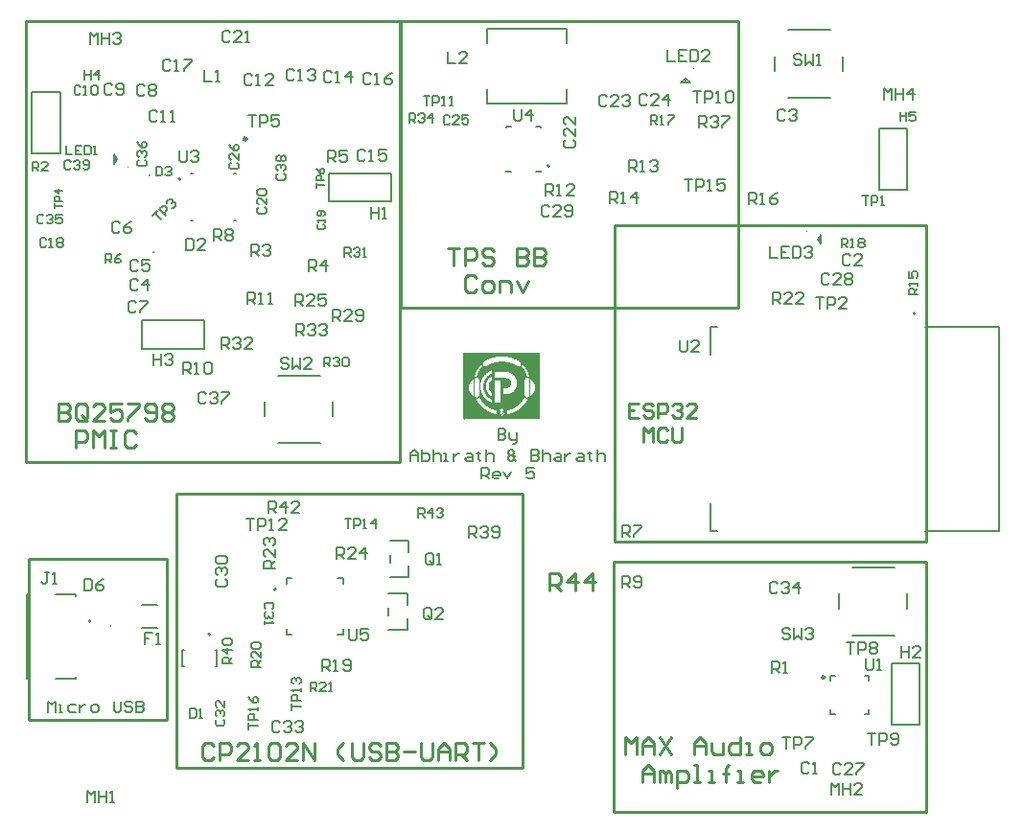
<source format=gto>
G04*
G04 #@! TF.GenerationSoftware,Altium Limited,Altium Designer,25.8.1 (18)*
G04*
G04 Layer_Color=65535*
%FSLAX25Y25*%
%MOIN*%
G70*
G04*
G04 #@! TF.SameCoordinates,64F7C8A9-438D-4F9F-9055-C3E4DFCE694A*
G04*
G04*
G04 #@! TF.FilePolarity,Positive*
G04*
G01*
G75*
%ADD10C,0.00787*%
%ADD11C,0.00984*%
%ADD12C,0.01181*%
%ADD13C,0.00394*%
%ADD14C,0.01000*%
%ADD15C,0.00500*%
%ADD16C,0.00600*%
%ADD17C,0.00807*%
%ADD18C,0.00591*%
%ADD19C,0.00606*%
G36*
X179631Y160514D02*
X179629Y137408D01*
X164624D01*
X153693Y137410D01*
X153652Y137369D01*
X153638Y137363D01*
X153577Y137301D01*
X153563Y137294D01*
X153501Y137232D01*
X153488Y137226D01*
X153443Y137181D01*
X153440Y137171D01*
X153426Y137164D01*
X153392Y137130D01*
X153378Y137123D01*
X153344Y137109D01*
X153327Y137120D01*
X153320Y137147D01*
X153330Y137212D01*
X153334Y137215D01*
X153327Y137236D01*
X153326Y137410D01*
X152931Y137410D01*
X152934Y160516D01*
X179631Y160514D01*
D02*
G37*
%LPC*%
G36*
X166034Y159188D02*
X166020Y159183D01*
X165780Y159178D01*
X165766Y159174D01*
X165660Y159169D01*
X165646Y159164D01*
X165557Y159157D01*
X165504Y159152D01*
X165291Y159140D01*
X165272Y159135D01*
X165181Y159130D01*
X165166Y159126D01*
X165116Y159118D01*
X165092Y159114D01*
X165063Y159109D01*
X165025Y159104D01*
X164977Y159099D01*
X164871Y159090D01*
X164833Y159085D01*
X164804Y159080D01*
X164780Y159075D01*
X164742Y159066D01*
X164718Y159061D01*
X164680Y159056D01*
X164536Y159042D01*
X164507Y159037D01*
X164459Y159027D01*
X164420Y159018D01*
X164392Y159013D01*
X164327Y159006D01*
X164294Y159001D01*
X164248Y158994D01*
X164209Y158984D01*
X164169Y158972D01*
X164150Y158967D01*
X164104Y158960D01*
X164066Y158955D01*
X164037Y158951D01*
X164013Y158946D01*
X163994Y158941D01*
X163953Y158929D01*
X163915Y158919D01*
X163847Y158910D01*
X163828Y158905D01*
X163797Y158898D01*
X163728Y158876D01*
X163708Y158871D01*
X163641Y158862D01*
X163603Y158852D01*
X163579Y158843D01*
X163531Y158828D01*
X163473Y158819D01*
X163454Y158814D01*
X163428Y158807D01*
X163375Y158788D01*
X163337Y158778D01*
X163308Y158773D01*
X163284Y158768D01*
X163265Y158764D01*
X163226Y158749D01*
X163195Y158737D01*
X163164Y158730D01*
X163140Y158725D01*
X163102Y158716D01*
X163037Y158689D01*
X163006Y158682D01*
X162982Y158677D01*
X162963Y158672D01*
X162924Y158658D01*
X162898Y158646D01*
X162860Y158636D01*
X162829Y158629D01*
X162809Y158624D01*
X162749Y158598D01*
X162718Y158591D01*
X162680Y158581D01*
X162656Y158572D01*
X162639Y158565D01*
X162615Y158555D01*
X162582Y158545D01*
X162550Y158538D01*
X162512Y158524D01*
X162490Y158512D01*
X162443Y158497D01*
X162416Y158490D01*
X162392Y158481D01*
X162332Y158454D01*
X162306Y158447D01*
X162267Y158433D01*
X162260Y158425D01*
X162236Y158416D01*
X162203Y158406D01*
X162157Y158390D01*
X162121Y158368D01*
X162090Y158361D01*
X162052Y158346D01*
X162011Y158325D01*
X161987Y158315D01*
X161961Y158308D01*
X161937Y158298D01*
X161929Y158291D01*
X161886Y158272D01*
X161834Y158253D01*
X161795Y158229D01*
X161769Y158222D01*
X161730Y158207D01*
X161694Y158186D01*
X161635Y158164D01*
X161574Y158133D01*
X161529Y158116D01*
X161522Y158109D01*
X161512Y158104D01*
X161469Y158085D01*
X161438Y158073D01*
X161409Y158054D01*
X161383Y158042D01*
X161337Y158025D01*
X161308Y158006D01*
X161282Y157994D01*
X161263Y157989D01*
X161229Y157970D01*
X161200Y157951D01*
X161174Y157944D01*
X161150Y157934D01*
X161143Y157927D01*
X161133Y157922D01*
X161124Y157912D01*
X161100Y157903D01*
X161069Y157891D01*
X161040Y157872D01*
X161033Y157864D01*
X160987Y157848D01*
X160958Y157828D01*
X160951Y157821D01*
X160918Y157807D01*
X160874Y157783D01*
X160865Y157773D01*
X160831Y157759D01*
X160798Y157740D01*
X160769Y157721D01*
X160745Y157711D01*
X160721Y157697D01*
X160711Y157687D01*
X160702Y157682D01*
X160640Y157649D01*
X160630Y157639D01*
X160620Y157634D01*
X160558Y157601D01*
X160548Y157591D01*
X160539Y157586D01*
X160505Y157572D01*
X160496Y157567D01*
X160448Y157534D01*
X160416Y157522D01*
X160400Y157510D01*
X160385Y157495D01*
X160352Y157481D01*
X160318Y157462D01*
X160304Y157447D01*
X160280Y157438D01*
X160246Y157419D01*
X160232Y157404D01*
X160222Y157399D01*
X160179Y157375D01*
X160160Y157356D01*
X160126Y157337D01*
X160100Y157315D01*
X160083Y157299D01*
X160074Y157294D01*
X160035Y157255D01*
X160026Y157251D01*
X160014Y157239D01*
X160009Y157229D01*
X159970Y157191D01*
X159966Y157181D01*
X159944Y157155D01*
X159927Y157138D01*
X159918Y157114D01*
X159913Y157104D01*
X159879Y157056D01*
X159872Y157030D01*
X159841Y156970D01*
X159832Y156937D01*
X159822Y156898D01*
X159810Y156867D01*
X159798Y156826D01*
X159793Y156807D01*
X159788Y156759D01*
X159783Y156697D01*
X159788Y156495D01*
X159793Y156481D01*
X159798Y156452D01*
X159803Y156438D01*
X159812Y156414D01*
X159827Y156366D01*
X159832Y156347D01*
X159839Y156320D01*
X159870Y156260D01*
X159884Y156222D01*
X159918Y156174D01*
X159937Y156141D01*
X159956Y156121D01*
X159961Y156112D01*
X159970Y156102D01*
X159975Y156093D01*
X160023Y156045D01*
X160028Y156035D01*
X160035Y156028D01*
X160045Y156023D01*
X160074Y155994D01*
X160083Y155990D01*
X160107Y155965D01*
X160117Y155961D01*
X160150Y155937D01*
X160165Y155922D01*
X160174Y155918D01*
X160227Y155889D01*
X160237Y155879D01*
X160246Y155874D01*
X160280Y155860D01*
X160361Y155822D01*
X160400Y155812D01*
X160474Y155786D01*
X160493Y155781D01*
X160522Y155776D01*
X160565Y155771D01*
X160642Y155766D01*
X160764Y155764D01*
X160778Y155769D01*
X160884Y155774D01*
X160898Y155779D01*
X160930Y155786D01*
X160970Y155803D01*
X161004Y155812D01*
X161030Y155819D01*
X161054Y155829D01*
X161083Y155848D01*
X161114Y155860D01*
X161148Y155879D01*
X161162Y155894D01*
X161196Y155908D01*
X161205Y155913D01*
X161232Y155934D01*
X161244Y155946D01*
X161275Y155958D01*
X161282Y155965D01*
X161292Y155970D01*
X161306Y155985D01*
X161316Y155990D01*
X161352Y156006D01*
X161354Y156009D01*
X161378Y156033D01*
X161440Y156066D01*
X161455Y156081D01*
X161479Y156090D01*
X161512Y156109D01*
X161527Y156124D01*
X161560Y156138D01*
X161570Y156143D01*
X161596Y156165D01*
X161603Y156172D01*
X161627Y156181D01*
X161670Y156205D01*
X161685Y156220D01*
X161730Y156237D01*
X161738Y156244D01*
X161747Y156248D01*
X161757Y156258D01*
X161766Y156263D01*
X161800Y156277D01*
X161834Y156296D01*
X161843Y156306D01*
X161877Y156320D01*
X161901Y156330D01*
X161934Y156354D01*
X161958Y156364D01*
X161989Y156376D01*
X161996Y156383D01*
X162006Y156387D01*
X162035Y156407D01*
X162054Y156412D01*
X162107Y156440D01*
X162140Y156455D01*
X162172Y156467D01*
X162241Y156503D01*
X162279Y156517D01*
X162308Y156536D01*
X162332Y156546D01*
X162351Y156551D01*
X162382Y156563D01*
X162390Y156570D01*
X162433Y156589D01*
X162478Y156606D01*
X162538Y156637D01*
X162558Y156642D01*
X162589Y156654D01*
X162625Y156675D01*
X162673Y156690D01*
X162754Y156728D01*
X162773Y156733D01*
X162819Y156750D01*
X162879Y156776D01*
X162898Y156781D01*
X162924Y156788D01*
X162994Y156819D01*
X163032Y156829D01*
X163064Y156841D01*
X163123Y156867D01*
X163155Y156874D01*
X163207Y156893D01*
X163215Y156901D01*
X163234Y156905D01*
X163258Y156915D01*
X163294Y156922D01*
X163313Y156927D01*
X163373Y156953D01*
X163406Y156963D01*
X163437Y156970D01*
X163457Y156975D01*
X163521Y157001D01*
X163541Y157006D01*
X163596Y157018D01*
X163634Y157033D01*
X163658Y157042D01*
X163684Y157049D01*
X163704Y157054D01*
X163759Y157066D01*
X163783Y157076D01*
X163814Y157088D01*
X163847Y157097D01*
X163881Y157102D01*
X163900Y157107D01*
X163931Y157114D01*
X163984Y157133D01*
X164011Y157140D01*
X164068Y157150D01*
X164087Y157155D01*
X164118Y157162D01*
X164171Y157181D01*
X164190Y157186D01*
X164214Y157191D01*
X164253Y157195D01*
X164281Y157200D01*
X164305Y157205D01*
X164332Y157212D01*
X164356Y157222D01*
X164375Y157227D01*
X164433Y157236D01*
X164466Y157241D01*
X164540Y157253D01*
X164579Y157263D01*
X164605Y157270D01*
X164624Y157275D01*
X164706Y157284D01*
X164739Y157289D01*
X164795Y157296D01*
X164814Y157301D01*
X164838Y157306D01*
X164876Y157315D01*
X164900Y157320D01*
X164965Y157327D01*
X165013Y157332D01*
X165075Y157337D01*
X165094Y157342D01*
X165154Y157349D01*
X165183Y157354D01*
X165207Y157359D01*
X165305Y157371D01*
X165368Y157375D01*
X165459Y157380D01*
X165492Y157385D01*
X165591Y157392D01*
X165629Y157397D01*
X165677Y157402D01*
X165730Y157406D01*
X165778Y157411D01*
X165874Y157416D01*
X166017Y157421D01*
X166825Y157423D01*
X166840Y157419D01*
X167032Y157414D01*
X167046Y157409D01*
X167149Y157402D01*
X167235Y157392D01*
X167360Y157383D01*
X167494Y157373D01*
X167542Y157368D01*
X167633Y157354D01*
X167662Y157349D01*
X167727Y157342D01*
X167760Y157337D01*
X167840Y157330D01*
X167887Y157325D01*
X167945Y157315D01*
X167969Y157311D01*
X167988Y157306D01*
X168036Y157296D01*
X168075Y157291D01*
X168118Y157287D01*
X168166Y157282D01*
X168223Y157272D01*
X168300Y157253D01*
X168329Y157248D01*
X168393Y157241D01*
X168413Y157236D01*
X168451Y157231D01*
X168465Y157227D01*
X168518Y157212D01*
X168556Y157203D01*
X168590Y157198D01*
X168609Y157193D01*
X168657Y157188D01*
X168672Y157184D01*
X168748Y157160D01*
X168767Y157155D01*
X168801Y157150D01*
X168820Y157145D01*
X168851Y157138D01*
X168904Y157119D01*
X168942Y157109D01*
X169014Y157095D01*
X169034Y157090D01*
X169058Y157080D01*
X169113Y157064D01*
X169132Y157059D01*
X169187Y157047D01*
X169211Y157037D01*
X169242Y157025D01*
X169276Y157016D01*
X169295Y157011D01*
X169326Y157004D01*
X169372Y156987D01*
X169405Y156973D01*
X169460Y156961D01*
X169480Y156956D01*
X169503Y156946D01*
X169530Y156934D01*
X169554Y156925D01*
X169585Y156917D01*
X169623Y156908D01*
X169683Y156881D01*
X169717Y156872D01*
X169743Y156865D01*
X169767Y156855D01*
X169798Y156838D01*
X169832Y156829D01*
X169851Y156824D01*
X169882Y156812D01*
X169923Y156790D01*
X169957Y156781D01*
X170017Y156759D01*
X170024Y156752D01*
X170055Y156740D01*
X170074Y156735D01*
X170127Y156716D01*
X170158Y156699D01*
X170232Y156673D01*
X170273Y156651D01*
X170297Y156642D01*
X170324Y156634D01*
X170362Y156611D01*
X170393Y156598D01*
X170412Y156594D01*
X170465Y156565D01*
X170499Y156551D01*
X170530Y156539D01*
X170590Y156507D01*
X170621Y156495D01*
X170659Y156471D01*
X170721Y156448D01*
X170750Y156428D01*
X170777Y156416D01*
X170808Y156404D01*
X170846Y156380D01*
X170873Y156368D01*
X170935Y156335D01*
X171007Y156296D01*
X171036Y156277D01*
X171055Y156272D01*
X171100Y156241D01*
X171158Y156212D01*
X171175Y156201D01*
X171184Y156191D01*
X171215Y156179D01*
X171254Y156155D01*
X171285Y156138D01*
X171328Y156114D01*
X171357Y156095D01*
X171388Y156083D01*
X171405Y156071D01*
X171414Y156061D01*
X171424Y156057D01*
X171477Y156028D01*
X171510Y156004D01*
X171554Y155980D01*
X171563Y155970D01*
X171573Y155965D01*
X171625Y155937D01*
X171645Y155918D01*
X171707Y155884D01*
X171716Y155874D01*
X171750Y155860D01*
X171803Y155831D01*
X171836Y155817D01*
X171856Y155812D01*
X171901Y155795D01*
X171927Y155783D01*
X171947Y155779D01*
X172014Y155769D01*
X172105Y155764D01*
X172311Y155769D01*
X172326Y155774D01*
X172371Y155781D01*
X172390Y155786D01*
X172429Y155800D01*
X172455Y155807D01*
X172474Y155812D01*
X172501Y155819D01*
X172532Y155831D01*
X172561Y155851D01*
X172606Y155867D01*
X172623Y155879D01*
X172632Y155889D01*
X172642Y155894D01*
X172685Y155918D01*
X172709Y155942D01*
X172719Y155946D01*
X172762Y155980D01*
X172781Y155999D01*
X172791Y156004D01*
X172800Y156014D01*
X172810Y156018D01*
X172822Y156035D01*
X172865Y156078D01*
X172870Y156088D01*
X172891Y156114D01*
X172908Y156131D01*
X172913Y156141D01*
X172932Y156174D01*
X172951Y156193D01*
X172956Y156203D01*
X172970Y156237D01*
X172975Y156246D01*
X172999Y156280D01*
X173014Y156328D01*
X173047Y156400D01*
X173052Y156433D01*
X173057Y156452D01*
X173064Y156503D01*
X173069Y156541D01*
X173074Y156632D01*
X173076Y156702D01*
X173071Y156716D01*
X173064Y156786D01*
X173059Y156824D01*
X173045Y156915D01*
X173021Y156968D01*
X173014Y156994D01*
X173009Y157013D01*
X172999Y157037D01*
X172994Y157047D01*
X172970Y157080D01*
X172966Y157100D01*
X172947Y157133D01*
X172923Y157157D01*
X172903Y157191D01*
X172865Y157229D01*
X172860Y157239D01*
X172853Y157246D01*
X172843Y157251D01*
X172834Y157260D01*
X172824Y157265D01*
X172812Y157282D01*
X172805Y157289D01*
X172795Y157294D01*
X172762Y157318D01*
X172748Y157332D01*
X172738Y157337D01*
X172704Y157356D01*
X172690Y157371D01*
X172680Y157375D01*
X172671Y157385D01*
X172628Y157409D01*
X172613Y157423D01*
X172551Y157457D01*
X172532Y157476D01*
X172501Y157488D01*
X172450Y157524D01*
X172407Y157548D01*
X172397Y157558D01*
X172388Y157562D01*
X172326Y157596D01*
X172316Y157606D01*
X172306Y157610D01*
X172244Y157644D01*
X172234Y157653D01*
X172225Y157658D01*
X172162Y157692D01*
X172153Y157701D01*
X172143Y157706D01*
X172110Y157721D01*
X172086Y157735D01*
X172076Y157745D01*
X172067Y157749D01*
X172023Y157769D01*
X171999Y157783D01*
X171990Y157792D01*
X171956Y157807D01*
X171904Y157836D01*
X171894Y157845D01*
X171848Y157862D01*
X171820Y157881D01*
X171812Y157888D01*
X171788Y157898D01*
X171757Y157910D01*
X171729Y157929D01*
X171678Y157951D01*
X171645Y157970D01*
X171621Y157984D01*
X171575Y158001D01*
X171558Y158013D01*
X171505Y158037D01*
X171453Y158066D01*
X171410Y158085D01*
X171378Y158097D01*
X171350Y158116D01*
X171287Y158140D01*
X171227Y158171D01*
X171168Y158193D01*
X171160Y158200D01*
X171151Y158205D01*
X171117Y158219D01*
X171072Y158236D01*
X171036Y158258D01*
X171002Y158267D01*
X170971Y158279D01*
X170921Y158306D01*
X170901Y158310D01*
X170856Y158327D01*
X170815Y158349D01*
X170767Y158363D01*
X170695Y158397D01*
X170676Y158402D01*
X170616Y158423D01*
X170585Y158440D01*
X170537Y158454D01*
X170506Y158466D01*
X170451Y158493D01*
X170419Y158500D01*
X170400Y158505D01*
X170376Y158514D01*
X170316Y158541D01*
X170285Y158548D01*
X170266Y158553D01*
X170242Y158562D01*
X170192Y158584D01*
X170172Y158589D01*
X170141Y158596D01*
X170103Y158610D01*
X170077Y158622D01*
X170043Y158632D01*
X169993Y158644D01*
X169973Y158649D01*
X169923Y158670D01*
X169885Y158680D01*
X169854Y158687D01*
X169834Y158692D01*
X169786Y158711D01*
X169765Y158718D01*
X169746Y158723D01*
X169671Y158740D01*
X169652Y158744D01*
X169626Y158756D01*
X169592Y158766D01*
X169573Y158771D01*
X169539Y158776D01*
X169520Y158780D01*
X169460Y158802D01*
X169434Y158809D01*
X169415Y158814D01*
X169357Y158824D01*
X169338Y158828D01*
X169278Y158850D01*
X169252Y158857D01*
X169194Y158867D01*
X169175Y158871D01*
X169144Y158879D01*
X169074Y158900D01*
X169055Y158905D01*
X169010Y158912D01*
X168952Y158922D01*
X168914Y158931D01*
X168883Y158943D01*
X168825Y158953D01*
X168806Y158958D01*
X168751Y158965D01*
X168722Y158970D01*
X168684Y158979D01*
X168657Y158987D01*
X168638Y158991D01*
X168604Y158996D01*
X168585Y159001D01*
X168516Y159008D01*
X168458Y159018D01*
X168401Y159032D01*
X168377Y159037D01*
X168348Y159042D01*
X168305Y159046D01*
X168209Y159056D01*
X168170Y159061D01*
X168142Y159066D01*
X168122Y159071D01*
X168098Y159075D01*
X168041Y159085D01*
X168003Y159090D01*
X167887Y159099D01*
X167835Y159104D01*
X167796Y159109D01*
X167768Y159114D01*
X167744Y159118D01*
X167715Y159123D01*
X167650Y159130D01*
X167602Y159135D01*
X167540Y159140D01*
X167418Y159147D01*
X167341Y159152D01*
X167235Y159162D01*
X167197Y159166D01*
X167072Y159176D01*
X166962Y159181D01*
X166804Y159186D01*
X166034Y159188D01*
D02*
G37*
G36*
X173529Y156459D02*
X173507Y156448D01*
X173503Y156428D01*
X173498Y156395D01*
X173493Y156342D01*
X173479Y156308D01*
X173469Y156284D01*
X173460Y156246D01*
X173452Y156215D01*
X173448Y156196D01*
X173412Y156117D01*
X173404Y156090D01*
X173376Y156042D01*
X173364Y156011D01*
X173340Y155968D01*
X173330Y155958D01*
X173297Y155896D01*
X173287Y155886D01*
X173263Y155843D01*
X173234Y155815D01*
X173229Y155795D01*
X173234Y155776D01*
X173285Y155726D01*
X173294Y155721D01*
X173325Y155690D01*
X173330Y155680D01*
X173347Y155668D01*
X173359Y155656D01*
X173364Y155647D01*
X173412Y155599D01*
X173416Y155589D01*
X173460Y155546D01*
X173464Y155536D01*
X173507Y155493D01*
X173512Y155484D01*
X173556Y155440D01*
X173560Y155431D01*
X173594Y155397D01*
X173599Y155388D01*
X173613Y155373D01*
X173615Y155366D01*
X173625Y155361D01*
X173637Y155349D01*
X173642Y155340D01*
X173663Y155313D01*
X173680Y155297D01*
X173685Y155287D01*
X173706Y155261D01*
X173719Y155249D01*
X173723Y155239D01*
X173747Y155206D01*
X173752Y155196D01*
X173776Y155172D01*
X173781Y155162D01*
X173814Y155119D01*
X173824Y155110D01*
X173838Y155086D01*
X173858Y155066D01*
X173862Y155057D01*
X173896Y155014D01*
X173920Y154980D01*
X173934Y154956D01*
X173958Y154932D01*
X173977Y154899D01*
X173997Y154879D01*
X174021Y154836D01*
X174042Y154810D01*
X174049Y154803D01*
X174073Y154760D01*
X174088Y154745D01*
X174093Y154736D01*
X174117Y154692D01*
X174136Y154673D01*
X174141Y154664D01*
X174160Y154630D01*
X174181Y154604D01*
X174203Y154563D01*
X174224Y154537D01*
X174232Y154529D01*
X174260Y154477D01*
X174270Y154467D01*
X174275Y154457D01*
X174304Y154405D01*
X174313Y154395D01*
X174318Y154385D01*
X174347Y154333D01*
X174371Y154299D01*
X174399Y154246D01*
X174409Y154237D01*
X174414Y154227D01*
X174428Y154194D01*
X174443Y154170D01*
X174462Y154141D01*
X174471Y154117D01*
X174491Y154083D01*
X174500Y154074D01*
X174515Y154040D01*
X174543Y153988D01*
X174563Y153944D01*
X174586Y153901D01*
X174610Y153848D01*
X174634Y153805D01*
X174658Y153753D01*
X174678Y153719D01*
X174692Y153695D01*
X174709Y153649D01*
X174733Y153611D01*
X174757Y153549D01*
X174783Y153498D01*
X174805Y153438D01*
X174826Y153402D01*
X174853Y153328D01*
X174874Y153292D01*
X174879Y153273D01*
X174889Y153239D01*
X174898Y153216D01*
X174903Y153206D01*
X174927Y153153D01*
X174932Y153134D01*
X174939Y153108D01*
X174956Y153072D01*
X174970Y153038D01*
X174980Y153000D01*
X174994Y152961D01*
X175018Y152909D01*
X175025Y152877D01*
X175044Y152825D01*
X175052Y152817D01*
X175066Y152765D01*
X175076Y152726D01*
X175088Y152695D01*
X175100Y152669D01*
X175109Y152635D01*
X175114Y152616D01*
X175121Y152585D01*
X175136Y152547D01*
X175145Y152523D01*
X175157Y152482D01*
X175169Y152427D01*
X175174Y152408D01*
X175186Y152376D01*
X175203Y152331D01*
X175222Y152312D01*
X175339Y152300D01*
X175363Y152295D01*
X175402Y152285D01*
X175430Y152280D01*
X175454Y152276D01*
X175517Y152266D01*
X175555Y152256D01*
X175615Y152230D01*
X175646Y152223D01*
X175685Y152208D01*
X175721Y152187D01*
X175780Y152165D01*
X175793Y152153D01*
X175802Y152148D01*
X175864Y152115D01*
X175879Y152101D01*
X175903Y152091D01*
X175927Y152077D01*
X175955Y152048D01*
X175979Y152038D01*
X175999Y152033D01*
X176018Y152038D01*
X176025Y152045D01*
X176020Y152098D01*
X176006Y152132D01*
X175999Y152192D01*
X175994Y152220D01*
X175989Y152244D01*
X175984Y152264D01*
X175968Y152319D01*
X175963Y152338D01*
X175953Y152395D01*
X175944Y152434D01*
X175936Y152460D01*
X175924Y152491D01*
X175915Y152525D01*
X175910Y152544D01*
X175905Y152578D01*
X175900Y152597D01*
X175879Y152657D01*
X175867Y152698D01*
X175862Y152717D01*
X175850Y152767D01*
X175840Y152791D01*
X175828Y152822D01*
X175819Y152856D01*
X175812Y152887D01*
X175807Y152906D01*
X175783Y152959D01*
X175776Y152985D01*
X175766Y153024D01*
X175754Y153055D01*
X175728Y153115D01*
X175723Y153134D01*
X175716Y153160D01*
X175680Y153239D01*
X175673Y153271D01*
X175663Y153295D01*
X175637Y153350D01*
X175629Y153376D01*
X175615Y153414D01*
X175593Y153450D01*
X175586Y153477D01*
X175582Y153496D01*
X175572Y153520D01*
X175550Y153561D01*
X175529Y153621D01*
X175502Y153671D01*
X175493Y153705D01*
X175481Y153736D01*
X175462Y153764D01*
X175452Y153788D01*
X175433Y153841D01*
X175426Y153848D01*
X175421Y153858D01*
X175407Y153892D01*
X175390Y153937D01*
X175382Y153944D01*
X175378Y153954D01*
X175363Y153978D01*
X175347Y154024D01*
X175327Y154052D01*
X175311Y154093D01*
X175287Y154136D01*
X175263Y154189D01*
X175243Y154223D01*
X175224Y154251D01*
X175217Y154278D01*
X175193Y154316D01*
X175186Y154323D01*
X175171Y154357D01*
X175162Y154381D01*
X175152Y154390D01*
X175147Y154400D01*
X175138Y154410D01*
X175124Y154443D01*
X175104Y154477D01*
X175090Y154491D01*
X175080Y154515D01*
X175061Y154549D01*
X175052Y154558D01*
X175047Y154568D01*
X175013Y154630D01*
X174999Y154645D01*
X174985Y154678D01*
X174980Y154688D01*
X174958Y154714D01*
X174922Y154779D01*
X174898Y154812D01*
X174886Y154843D01*
X174865Y154865D01*
X174860Y154875D01*
X174831Y154927D01*
X174824Y154935D01*
X174821Y154937D01*
X174812Y154947D01*
X174783Y154999D01*
X174764Y155018D01*
X174735Y155071D01*
X174721Y155086D01*
X174697Y155129D01*
X174673Y155153D01*
X174649Y155196D01*
X174634Y155210D01*
X174630Y155220D01*
X174599Y155265D01*
X174582Y155282D01*
X174563Y155316D01*
X174548Y155330D01*
X174543Y155340D01*
X174534Y155349D01*
X174529Y155359D01*
X174505Y155393D01*
X174491Y155407D01*
X174486Y155417D01*
X174462Y155450D01*
X174443Y155469D01*
X174438Y155479D01*
X174416Y155505D01*
X174399Y155522D01*
X174395Y155532D01*
X174361Y155575D01*
X174347Y155589D01*
X174342Y155599D01*
X174320Y155625D01*
X174304Y155642D01*
X174299Y155651D01*
X174277Y155678D01*
X174256Y155699D01*
X174251Y155709D01*
X174229Y155735D01*
X174203Y155762D01*
X174198Y155771D01*
X174169Y155800D01*
X174164Y155810D01*
X174143Y155836D01*
X174121Y155858D01*
X174117Y155867D01*
X174095Y155894D01*
X174073Y155915D01*
X174069Y155925D01*
X174059Y155934D01*
X174054Y155944D01*
X174016Y155982D01*
X174011Y155992D01*
X173973Y156030D01*
X173968Y156040D01*
X173925Y156083D01*
X173920Y156093D01*
X173908Y156105D01*
X173898Y156109D01*
X173886Y156121D01*
X173882Y156131D01*
X173855Y156157D01*
X173846Y156162D01*
X173834Y156179D01*
X173764Y156248D01*
X173755Y156253D01*
X173742Y156270D01*
X173721Y156292D01*
X173711Y156296D01*
X173699Y156308D01*
X173695Y156318D01*
X173683Y156330D01*
X173673Y156335D01*
X173651Y156356D01*
X173647Y156366D01*
X173639Y156373D01*
X173630Y156378D01*
X173582Y156426D01*
X173572Y156431D01*
X173548Y156455D01*
X173529Y156459D01*
D02*
G37*
G36*
X159321Y156464D02*
X159302Y156459D01*
X159285Y156448D01*
X159270Y156423D01*
X159261Y156414D01*
X159256Y156404D01*
X159172Y156320D01*
X159162Y156316D01*
X159155Y156308D01*
X159151Y156299D01*
X159016Y156165D01*
X159011Y156155D01*
X158964Y156107D01*
X158959Y156097D01*
X158916Y156054D01*
X158911Y156045D01*
X158868Y156001D01*
X158863Y155992D01*
X158841Y155965D01*
X158832Y155961D01*
X158820Y155944D01*
X158798Y155918D01*
X158776Y155896D01*
X158772Y155886D01*
X158733Y155848D01*
X158729Y155839D01*
X158707Y155812D01*
X158685Y155790D01*
X158681Y155781D01*
X158659Y155754D01*
X158637Y155733D01*
X158633Y155723D01*
X158611Y155697D01*
X158589Y155675D01*
X158585Y155666D01*
X158563Y155640D01*
X158546Y155623D01*
X158542Y155613D01*
X158520Y155587D01*
X158498Y155565D01*
X158479Y155532D01*
X158455Y155508D01*
X158450Y155498D01*
X158417Y155455D01*
X158407Y155445D01*
X158388Y155412D01*
X158379Y155407D01*
X158374Y155397D01*
X158359Y155383D01*
X158340Y155349D01*
X158321Y155330D01*
X158316Y155321D01*
X158285Y155275D01*
X158273Y155263D01*
X158254Y155229D01*
X158235Y155210D01*
X158230Y155201D01*
X158206Y155157D01*
X158192Y155143D01*
X158187Y155134D01*
X158177Y155124D01*
X158158Y155090D01*
X158148Y155081D01*
X158143Y155071D01*
X158134Y155062D01*
X158110Y155018D01*
X158086Y154985D01*
X158067Y154951D01*
X158052Y154937D01*
X158048Y154927D01*
X158024Y154884D01*
X158014Y154875D01*
X158009Y154865D01*
X158000Y154855D01*
X157971Y154803D01*
X157957Y154788D01*
X157923Y154726D01*
X157909Y154712D01*
X157875Y154649D01*
X157865Y154640D01*
X157861Y154630D01*
X157832Y154577D01*
X157822Y154568D01*
X157817Y154558D01*
X157784Y154496D01*
X157765Y154467D01*
X157755Y154443D01*
X157750Y154434D01*
X157717Y154385D01*
X157700Y154340D01*
X157688Y154328D01*
X157683Y154318D01*
X157597Y154155D01*
X157568Y154093D01*
X157563Y154083D01*
X157539Y154050D01*
X157530Y154026D01*
X157518Y153995D01*
X157499Y153966D01*
X157487Y153940D01*
X157470Y153894D01*
X157463Y153887D01*
X157458Y153877D01*
X157434Y153824D01*
X157422Y153793D01*
X157400Y153757D01*
X157379Y153697D01*
X157352Y153642D01*
X157331Y153582D01*
X157309Y153542D01*
X157300Y153508D01*
X157283Y153462D01*
X157276Y153455D01*
X157261Y153422D01*
X157256Y153402D01*
X157235Y153342D01*
X157228Y153335D01*
X157218Y153311D01*
X157204Y153263D01*
X157192Y153232D01*
X157165Y153172D01*
X157158Y153146D01*
X157153Y153127D01*
X157144Y153103D01*
X157136Y153096D01*
X157124Y153064D01*
X157117Y153038D01*
X157113Y153019D01*
X157096Y152973D01*
X157079Y152933D01*
X157069Y152899D01*
X157062Y152868D01*
X157048Y152829D01*
X157036Y152803D01*
X157026Y152765D01*
X157019Y152734D01*
X157014Y152714D01*
X157000Y152676D01*
X156983Y152621D01*
X156966Y152547D01*
X156952Y152508D01*
X156940Y152467D01*
X156935Y152448D01*
X156918Y152369D01*
X156909Y152345D01*
X156897Y152304D01*
X156887Y152266D01*
X156880Y152211D01*
X156875Y152187D01*
X156844Y152089D01*
X156839Y152060D01*
X156844Y152045D01*
X156849Y152036D01*
X156856Y152029D01*
X156870Y152024D01*
X156933Y152057D01*
X156952Y152077D01*
X156962Y152081D01*
X157005Y152105D01*
X157019Y152120D01*
X157053Y152134D01*
X157086Y152153D01*
X157115Y152173D01*
X157141Y152180D01*
X157173Y152192D01*
X157201Y152211D01*
X157235Y152220D01*
X157254Y152225D01*
X157314Y152247D01*
X157345Y152259D01*
X157364Y152264D01*
X157398Y152268D01*
X157417Y152273D01*
X157467Y152280D01*
X157515Y152290D01*
X157535Y152295D01*
X157597Y152304D01*
X157626Y152309D01*
X157657Y152321D01*
X157674Y152338D01*
X157681Y152369D01*
X157686Y152388D01*
X157690Y152412D01*
X157710Y152460D01*
X157717Y152487D01*
X157734Y152566D01*
X157748Y152604D01*
X157760Y152635D01*
X157770Y152674D01*
X157777Y152705D01*
X157791Y152743D01*
X157813Y152794D01*
X157820Y152825D01*
X157825Y152844D01*
X157834Y152868D01*
X157856Y152918D01*
X157865Y152956D01*
X157875Y152980D01*
X157899Y153033D01*
X157909Y153067D01*
X157925Y153112D01*
X157952Y153167D01*
X157959Y153194D01*
X157973Y153232D01*
X157981Y153239D01*
X157995Y153273D01*
X158004Y153307D01*
X158017Y153338D01*
X158038Y153374D01*
X158048Y153407D01*
X158060Y153438D01*
X158091Y153498D01*
X158108Y153544D01*
X158127Y153573D01*
X158139Y153604D01*
X158156Y153649D01*
X158163Y153657D01*
X158168Y153666D01*
X158187Y153709D01*
X158199Y153741D01*
X158206Y153748D01*
X158211Y153757D01*
X158235Y153810D01*
X158259Y153853D01*
X158287Y153916D01*
X158292Y153925D01*
X158302Y153935D01*
X158307Y153944D01*
X158350Y154026D01*
X158359Y154035D01*
X158369Y154059D01*
X158393Y154103D01*
X158403Y154112D01*
X158407Y154122D01*
X158436Y154174D01*
X158455Y154203D01*
X158465Y154227D01*
X158484Y154261D01*
X158498Y154275D01*
X158508Y154299D01*
X158527Y154333D01*
X158551Y154366D01*
X158556Y154385D01*
X158599Y154448D01*
X158604Y154467D01*
X158614Y154477D01*
X158618Y154486D01*
X158637Y154505D01*
X158666Y154558D01*
X158676Y154568D01*
X158681Y154577D01*
X158705Y154621D01*
X158724Y154640D01*
X158729Y154649D01*
X158753Y154692D01*
X158776Y154716D01*
X158800Y154760D01*
X158825Y154783D01*
X158848Y154827D01*
X158868Y154846D01*
X158892Y154889D01*
X158916Y154913D01*
X158940Y154956D01*
X158964Y154980D01*
X158983Y155014D01*
X159004Y155040D01*
X159031Y155081D01*
X159055Y155105D01*
X159069Y155129D01*
X159091Y155155D01*
X159103Y155167D01*
X159107Y155177D01*
X159129Y155203D01*
X159141Y155215D01*
X159146Y155225D01*
X159179Y155268D01*
X159194Y155282D01*
X159198Y155292D01*
X159220Y155318D01*
X159237Y155335D01*
X159242Y155345D01*
X159263Y155371D01*
X159280Y155388D01*
X159285Y155397D01*
X159294Y155407D01*
X159299Y155417D01*
X159328Y155445D01*
X159330Y155448D01*
X159354Y155481D01*
X159364Y155486D01*
X159371Y155493D01*
X159376Y155503D01*
X159386Y155512D01*
X159390Y155522D01*
X159407Y155539D01*
X159417Y155544D01*
X159424Y155551D01*
X159429Y155560D01*
X159438Y155570D01*
X159441Y155577D01*
X159450Y155582D01*
X159472Y155604D01*
X159477Y155613D01*
X159498Y155635D01*
X159508Y155640D01*
X159515Y155647D01*
X159520Y155656D01*
X159546Y155683D01*
X159556Y155687D01*
X159563Y155695D01*
X159568Y155704D01*
X159589Y155726D01*
X159599Y155731D01*
X159620Y155752D01*
X159625Y155762D01*
X159640Y155786D01*
X159635Y155815D01*
X159616Y155834D01*
X159611Y155843D01*
X159589Y155870D01*
X159582Y155877D01*
X159577Y155886D01*
X159553Y155930D01*
X159532Y155956D01*
X159508Y156004D01*
X159496Y156021D01*
X159477Y156050D01*
X159472Y156078D01*
X159438Y156131D01*
X159429Y156165D01*
X159424Y156184D01*
X159395Y156246D01*
X159386Y156280D01*
X159381Y156299D01*
X159373Y156344D01*
X159369Y156368D01*
X159362Y156395D01*
X159354Y156440D01*
X159342Y156457D01*
X159321Y156464D01*
D02*
G37*
G36*
X165857Y150758D02*
X165842Y150753D01*
X165794Y150758D01*
X163857Y150753D01*
X163845Y150741D01*
X163840Y150722D01*
X163836Y150286D01*
Y149403D01*
Y149398D01*
X163833Y146466D01*
X163836Y146373D01*
X163831Y146358D01*
X163836Y144023D01*
X163840Y143054D01*
X163852Y143033D01*
X163876Y143023D01*
X164586Y143018D01*
X165845Y143021D01*
X165914Y143018D01*
X165929Y143023D01*
X165953Y143037D01*
X165960Y143059D01*
X165967Y143944D01*
X165969Y143989D01*
X165965Y144004D01*
X165969Y144109D01*
X165967Y144505D01*
X165969Y145303D01*
X165965Y145318D01*
X165967Y145449D01*
X165965Y145461D01*
X165969Y145476D01*
X165965Y145524D01*
X165967Y145742D01*
X165965Y145778D01*
X165969Y145792D01*
X165965Y145869D01*
X165969Y145903D01*
X165967Y148586D01*
X165969Y148641D01*
X165965Y148655D01*
X165969Y149480D01*
X165965Y149494D01*
X165960Y150732D01*
X165948Y150748D01*
X165929Y150753D01*
X165898Y150756D01*
X165861Y150753D01*
X165857Y150758D01*
D02*
G37*
G36*
X167545Y153832D02*
X167530Y153827D01*
X164567Y153822D01*
X164552Y153817D01*
X163876Y153813D01*
X163852Y153798D01*
X163840Y153772D01*
X163845Y153652D01*
X163840Y153259D01*
X163843Y151770D01*
X163840Y151762D01*
X163845Y151748D01*
X163850Y151729D01*
X163862Y151717D01*
X163895Y151707D01*
X164646Y151700D01*
X167873Y151695D01*
X167964Y151691D01*
X168022Y151686D01*
X168075Y151681D01*
X168170Y151671D01*
X168209Y151667D01*
X168238Y151662D01*
X168257Y151657D01*
X168326Y151635D01*
X168345Y151631D01*
X168377Y151623D01*
X168401Y151619D01*
X168439Y151604D01*
X168489Y151583D01*
X168528Y151573D01*
X168619Y151530D01*
X168650Y151518D01*
X168657Y151511D01*
X168667Y151506D01*
X168676Y151496D01*
X168722Y151480D01*
X168729Y151472D01*
X168739Y151468D01*
X168748Y151458D01*
X168758Y151453D01*
X168811Y151424D01*
X168830Y151405D01*
X168883Y151376D01*
X168906Y151353D01*
X168940Y151333D01*
X168964Y151309D01*
X168974Y151304D01*
X169000Y151283D01*
X169026Y151257D01*
X169036Y151252D01*
X169074Y151213D01*
X169084Y151209D01*
X169106Y151187D01*
X169108Y151180D01*
X169117Y151175D01*
X169134Y151158D01*
X169139Y151149D01*
X169182Y151105D01*
X169187Y151096D01*
X169221Y151062D01*
X169235Y151038D01*
X169259Y151014D01*
X169264Y151005D01*
X169288Y150971D01*
X169302Y150957D01*
X169307Y150947D01*
X169331Y150904D01*
X169350Y150885D01*
X169360Y150861D01*
X169379Y150827D01*
X169398Y150799D01*
X169408Y150775D01*
X169436Y150722D01*
X169451Y150688D01*
X169467Y150643D01*
X169489Y150607D01*
X169494Y150578D01*
X169499Y150564D01*
X169520Y150504D01*
X169532Y150477D01*
X169537Y150458D01*
X169544Y150427D01*
X169549Y150398D01*
X169559Y150360D01*
X169575Y150305D01*
X169580Y150286D01*
X169590Y150204D01*
X169599Y150108D01*
X169607Y150039D01*
X169611Y149976D01*
X169614Y149801D01*
X169609Y149787D01*
X169604Y149686D01*
X169599Y149672D01*
X169592Y149588D01*
X169587Y149545D01*
X169583Y149506D01*
X169578Y149482D01*
X169568Y149444D01*
X169559Y149420D01*
X169551Y149394D01*
X169547Y149374D01*
X169542Y149341D01*
X169532Y149307D01*
X169508Y149255D01*
X169503Y149235D01*
X169501Y149233D01*
X169492Y149195D01*
X169456Y149125D01*
X169439Y149080D01*
X169420Y149051D01*
X169408Y149024D01*
X169379Y148972D01*
X169369Y148962D01*
X169336Y148900D01*
X169321Y148885D01*
X169297Y148842D01*
X169278Y148823D01*
X169273Y148813D01*
X169249Y148780D01*
X169230Y148761D01*
X169225Y148751D01*
X169216Y148741D01*
X169211Y148732D01*
X169177Y148698D01*
X169173Y148689D01*
X169089Y148605D01*
X169079Y148600D01*
X169041Y148562D01*
X169031Y148557D01*
X169005Y148535D01*
X168983Y148514D01*
X168950Y148495D01*
X168926Y148471D01*
X168916Y148466D01*
X168870Y148435D01*
X168863Y148427D01*
X168811Y148399D01*
X168777Y148375D01*
X168758Y148370D01*
X168724Y148351D01*
X168695Y148331D01*
X168669Y148324D01*
X168631Y148310D01*
X168624Y148303D01*
X168580Y148284D01*
X168561Y148279D01*
X168509Y148260D01*
X168465Y148240D01*
X168434Y148233D01*
X168405Y148228D01*
X168367Y148219D01*
X168329Y148204D01*
X168302Y148197D01*
X168283Y148192D01*
X168235Y148188D01*
X168202Y148183D01*
X168127Y148176D01*
X168041Y148166D01*
X167988Y148161D01*
X167926Y148156D01*
X167631Y148149D01*
X167307Y148147D01*
X167305Y148149D01*
X167295Y148144D01*
X167281Y148149D01*
X167118Y148144D01*
X166957Y148147D01*
X166938Y148142D01*
X166924Y148128D01*
X166919Y148108D01*
X166914Y147140D01*
X166919Y146085D01*
X166936Y146058D01*
X166955Y146054D01*
X167192Y146051D01*
X167554Y146054D01*
X167569Y146049D01*
X167703Y146054D01*
X168197Y146058D01*
X168211Y146063D01*
X168317Y146068D01*
X168331Y146073D01*
X168386Y146080D01*
X168410Y146085D01*
X168439Y146090D01*
X168504Y146097D01*
X168523Y146102D01*
X168595Y146107D01*
X168609Y146111D01*
X168645Y146118D01*
X168664Y146123D01*
X168691Y146131D01*
X168729Y146140D01*
X168808Y146152D01*
X168832Y146157D01*
X168851Y146162D01*
X168921Y146183D01*
X168959Y146193D01*
X169000Y146200D01*
X169038Y146214D01*
X169079Y146231D01*
X169134Y146243D01*
X169173Y146257D01*
X169223Y146279D01*
X169261Y146289D01*
X169292Y146301D01*
X169328Y146322D01*
X169360Y146329D01*
X169398Y146344D01*
X169434Y146365D01*
X169508Y146392D01*
X169520Y146404D01*
X169554Y146418D01*
X169585Y146430D01*
X169611Y146447D01*
X169635Y146461D01*
X169683Y146481D01*
X169710Y146502D01*
X169736Y146514D01*
X169760Y146524D01*
X169770Y146528D01*
X169784Y146543D01*
X169794Y146548D01*
X169856Y146581D01*
X169870Y146596D01*
X169923Y146624D01*
X169942Y146644D01*
X169995Y146672D01*
X170009Y146687D01*
X170019Y146692D01*
X170053Y146711D01*
X170072Y146730D01*
X170081Y146735D01*
X170141Y146775D01*
X170153Y146787D01*
X170187Y146807D01*
X170211Y146831D01*
X170244Y146850D01*
X170273Y146879D01*
X170283Y146883D01*
X170326Y146917D01*
X170340Y146931D01*
X170350Y146936D01*
X170376Y146958D01*
X170398Y146979D01*
X170407Y146984D01*
X170451Y147027D01*
X170460Y147032D01*
X170477Y147049D01*
X170482Y147058D01*
X170489Y147065D01*
X170499Y147070D01*
X170546Y147118D01*
X170556Y147123D01*
X170568Y147135D01*
X170573Y147145D01*
X170594Y147166D01*
X170604Y147171D01*
X170611Y147178D01*
X170616Y147188D01*
X170664Y147236D01*
X170669Y147245D01*
X170676Y147253D01*
X170686Y147257D01*
X170702Y147274D01*
X170707Y147284D01*
X170750Y147327D01*
X170755Y147336D01*
X170765Y147346D01*
X170767Y147353D01*
X170777Y147358D01*
X170789Y147370D01*
X170793Y147380D01*
X170827Y147423D01*
X170841Y147437D01*
X170846Y147447D01*
X170868Y147473D01*
X170885Y147490D01*
X170889Y147500D01*
X170911Y147531D01*
X170921Y147536D01*
X170928Y147543D01*
X170947Y147576D01*
X170966Y147595D01*
X170971Y147605D01*
X170980Y147615D01*
X171000Y147648D01*
X171014Y147663D01*
X171019Y147672D01*
X171038Y147706D01*
X171057Y147725D01*
X171062Y147734D01*
X171086Y147778D01*
X171107Y147804D01*
X171119Y147826D01*
X171139Y147859D01*
X171148Y147869D01*
X171153Y147878D01*
X171187Y147941D01*
X171196Y147950D01*
X171201Y147960D01*
X171239Y148032D01*
X171287Y148123D01*
X171307Y148166D01*
X171350Y148257D01*
X171362Y148288D01*
X171388Y148339D01*
X171412Y148406D01*
X171441Y148468D01*
X171448Y148499D01*
X171462Y148538D01*
X171484Y148588D01*
X171491Y148619D01*
X171496Y148638D01*
X171510Y148677D01*
X171522Y148703D01*
X171532Y148737D01*
X171537Y148756D01*
X171549Y148811D01*
X171565Y148852D01*
X171575Y148885D01*
X171585Y148943D01*
X171597Y148998D01*
X171606Y149022D01*
X171613Y149048D01*
X171618Y149068D01*
X171625Y149113D01*
X171635Y149199D01*
X171645Y149257D01*
X171649Y149281D01*
X171654Y149300D01*
X171659Y149329D01*
X171664Y149367D01*
X171669Y149420D01*
X171676Y149562D01*
X171680Y149609D01*
X171685Y149816D01*
X171690Y149864D01*
X171685Y150108D01*
X171680Y150122D01*
X171673Y150283D01*
X171664Y150408D01*
X171659Y150446D01*
X171654Y150475D01*
X171649Y150494D01*
X171640Y150542D01*
X171633Y150607D01*
X171628Y150640D01*
X171621Y150696D01*
X171616Y150724D01*
X171611Y150743D01*
X171594Y150799D01*
X171589Y150818D01*
X171585Y150851D01*
X171580Y150871D01*
X171573Y150916D01*
X171568Y150935D01*
X171556Y150967D01*
X171542Y151014D01*
X171534Y151055D01*
X171529Y151079D01*
X171525Y151098D01*
X171515Y151122D01*
X171503Y151154D01*
X171493Y151187D01*
X171489Y151206D01*
X171482Y151233D01*
X171472Y151257D01*
X171450Y151307D01*
X171441Y151345D01*
X171429Y151376D01*
X171402Y151432D01*
X171395Y151458D01*
X171386Y151482D01*
X171350Y151561D01*
X171345Y151580D01*
X171326Y151614D01*
X171302Y151667D01*
X171278Y151710D01*
X171259Y151753D01*
X171235Y151796D01*
X171215Y151825D01*
X171208Y151851D01*
X171189Y151880D01*
X171177Y151892D01*
X171165Y151923D01*
X171158Y151940D01*
X171136Y151966D01*
X171129Y151973D01*
X171117Y152005D01*
X171100Y152031D01*
X171091Y152041D01*
X171086Y152050D01*
X171057Y152103D01*
X171038Y152122D01*
X171009Y152175D01*
X170985Y152208D01*
X170971Y152232D01*
X170949Y152259D01*
X170942Y152266D01*
X170918Y152309D01*
X170894Y152333D01*
X170875Y152367D01*
X170868Y152374D01*
X170861Y152376D01*
X170856Y152386D01*
X170846Y152395D01*
X170841Y152405D01*
X170820Y152431D01*
X170813Y152434D01*
X170808Y152443D01*
X170774Y152487D01*
X170755Y152506D01*
X170750Y152515D01*
X170741Y152525D01*
X170736Y152534D01*
X170702Y152568D01*
X170697Y152578D01*
X170654Y152621D01*
X170650Y152630D01*
X170633Y152647D01*
X170623Y152652D01*
X170611Y152664D01*
X170606Y152674D01*
X170585Y152695D01*
X170575Y152700D01*
X170568Y152707D01*
X170563Y152717D01*
X170542Y152738D01*
X170532Y152743D01*
X170515Y152760D01*
X170510Y152769D01*
X170494Y152781D01*
X170484Y152791D01*
X170475Y152796D01*
X170467Y152803D01*
X170463Y152813D01*
X170455Y152820D01*
X170446Y152825D01*
X170427Y152844D01*
X170419Y152846D01*
X170415Y152856D01*
X170403Y152868D01*
X170393Y152873D01*
X170379Y152887D01*
X170369Y152892D01*
X170335Y152925D01*
X170326Y152930D01*
X170292Y152964D01*
X170283Y152969D01*
X170256Y152990D01*
X170235Y153012D01*
X170225Y153016D01*
X170199Y153038D01*
X170187Y153050D01*
X170177Y153055D01*
X170134Y153088D01*
X170100Y153112D01*
X170077Y153127D01*
X170057Y153146D01*
X170014Y153170D01*
X169995Y153189D01*
X169985Y153194D01*
X169942Y153218D01*
X169923Y153237D01*
X169913Y153242D01*
X169870Y153266D01*
X169856Y153280D01*
X169846Y153285D01*
X169794Y153314D01*
X169784Y153323D01*
X169774Y153328D01*
X169702Y153366D01*
X169693Y153376D01*
X169669Y153386D01*
X169626Y153410D01*
X169563Y153438D01*
X169539Y153453D01*
X169506Y153472D01*
X169460Y153489D01*
X169400Y153520D01*
X169381Y153525D01*
X169350Y153537D01*
X169333Y153544D01*
X169281Y153568D01*
X169261Y153573D01*
X169216Y153589D01*
X169209Y153597D01*
X169185Y153606D01*
X169127Y153621D01*
X169096Y153633D01*
X169079Y153640D01*
X169055Y153649D01*
X169022Y153659D01*
X168990Y153666D01*
X168966Y153671D01*
X168928Y153685D01*
X168873Y153702D01*
X168854Y153707D01*
X168820Y153712D01*
X168801Y153717D01*
X168770Y153724D01*
X168700Y153745D01*
X168667Y153750D01*
X168648Y153755D01*
X168588Y153762D01*
X168559Y153767D01*
X168482Y153786D01*
X168453Y153791D01*
X168410Y153796D01*
X168357Y153800D01*
X168295Y153805D01*
X168161Y153815D01*
X168084Y153820D01*
X167979Y153824D01*
X167734Y153829D01*
X167545Y153832D01*
D02*
G37*
G36*
X176075Y147818D02*
X176068Y147811D01*
Y147806D01*
X176063Y147792D01*
X176068Y147778D01*
X176071Y147775D01*
X176078Y147782D01*
X176080Y147814D01*
X176075Y147818D01*
D02*
G37*
G36*
X156458Y151185D02*
X156410Y151180D01*
X156367Y151156D01*
X156352Y151142D01*
X156319Y151127D01*
X156309Y151122D01*
X156283Y151101D01*
X156242Y151079D01*
X156180Y151036D01*
X156156Y151022D01*
X156137Y151002D01*
X156127Y150998D01*
X156094Y150974D01*
X156067Y150952D01*
X156029Y150928D01*
X156007Y150907D01*
X155998Y150902D01*
X155971Y150880D01*
X155945Y150854D01*
X155935Y150849D01*
X155892Y150806D01*
X155883Y150801D01*
X155871Y150789D01*
X155866Y150779D01*
X155844Y150758D01*
X155835Y150753D01*
X155827Y150746D01*
X155823Y150736D01*
X155775Y150688D01*
X155770Y150679D01*
X155763Y150672D01*
X155753Y150667D01*
X155741Y150655D01*
X155736Y150645D01*
X155715Y150619D01*
X155703Y150612D01*
X155698Y150602D01*
X155688Y150593D01*
X155684Y150583D01*
X155662Y150557D01*
X155650Y150545D01*
X155645Y150535D01*
X155636Y150525D01*
X155631Y150516D01*
X155609Y150489D01*
X155602Y150482D01*
X155597Y150473D01*
X155573Y150439D01*
X155559Y150425D01*
X155554Y150415D01*
X155535Y150382D01*
X155516Y150362D01*
X155511Y150353D01*
X155487Y150310D01*
X155468Y150290D01*
X155434Y150228D01*
X155425Y150218D01*
X155391Y150156D01*
X155372Y150127D01*
X155338Y150065D01*
X155329Y150055D01*
X155319Y150031D01*
X155307Y150000D01*
X155295Y149984D01*
X155281Y149960D01*
X155269Y149928D01*
X155259Y149904D01*
X155247Y149888D01*
X155228Y149844D01*
X155211Y149799D01*
X155190Y149763D01*
X155180Y149729D01*
X155175Y149710D01*
X155142Y149638D01*
X155127Y149581D01*
X155115Y149549D01*
X155106Y149525D01*
X155094Y149494D01*
X155082Y149434D01*
X155067Y149396D01*
X155051Y149341D01*
X155046Y149322D01*
X155029Y149243D01*
X155010Y149190D01*
X155000Y149142D01*
X154991Y149080D01*
X154981Y149032D01*
X154972Y148993D01*
X154967Y148969D01*
X154962Y148950D01*
X154957Y148921D01*
X154952Y148878D01*
X154943Y148782D01*
X154931Y148674D01*
X154926Y148655D01*
X154919Y148566D01*
X154914Y148408D01*
X154911Y148315D01*
X154916Y148300D01*
X154921Y148142D01*
X154926Y148128D01*
X154931Y148041D01*
X154936Y148027D01*
X154945Y147922D01*
X154950Y147902D01*
X154955Y147821D01*
X154959Y147806D01*
X154964Y147768D01*
X154969Y147754D01*
X154979Y147720D01*
X154983Y147701D01*
X154993Y147643D01*
X154998Y147610D01*
X155010Y147555D01*
X155036Y147471D01*
X155046Y147413D01*
X155067Y147353D01*
X155079Y147322D01*
X155094Y147265D01*
X155106Y147233D01*
X155127Y147183D01*
X155151Y147116D01*
X155180Y147054D01*
X155187Y147027D01*
X155223Y146958D01*
X155240Y146912D01*
X155259Y146883D01*
X155276Y146843D01*
X155300Y146799D01*
X155343Y146718D01*
X155353Y146708D01*
X155367Y146675D01*
X155382Y146651D01*
X155405Y146617D01*
X155434Y146564D01*
X155449Y146550D01*
X155473Y146507D01*
X155487Y146493D01*
X155492Y146483D01*
X155511Y146449D01*
X155520Y146440D01*
X155525Y146430D01*
X155535Y146425D01*
X155540Y146416D01*
X155573Y146373D01*
X155619Y146313D01*
X155631Y146301D01*
X155636Y146291D01*
X155645Y146282D01*
X155650Y146272D01*
X155684Y146238D01*
X155688Y146229D01*
X155710Y146202D01*
X155741Y146171D01*
X155746Y146162D01*
X155753Y146154D01*
X155763Y146150D01*
X155780Y146133D01*
X155784Y146123D01*
X155806Y146102D01*
X155815Y146097D01*
X155827Y146085D01*
X155832Y146075D01*
X155849Y146058D01*
X155859Y146054D01*
X155880Y146032D01*
X155885Y146023D01*
X155914Y146003D01*
X155928Y145989D01*
X155933Y145979D01*
X155962Y145960D01*
X155993Y145929D01*
X156002Y145924D01*
X156012Y145915D01*
X156022Y145910D01*
X156046Y145886D01*
X156055Y145881D01*
X156072Y145869D01*
X156074Y145867D01*
X156084Y145862D01*
X156108Y145838D01*
X156117Y145833D01*
X156151Y145809D01*
X156166Y145795D01*
X156175Y145790D01*
X156218Y145766D01*
X156237Y145747D01*
X156300Y145713D01*
X156314Y145699D01*
X156377Y145665D01*
X156391Y145651D01*
X156424Y145641D01*
X156463Y145646D01*
X156470Y145653D01*
X156475Y145673D01*
X156480Y146401D01*
X156484Y146416D01*
X156489Y147701D01*
X156484Y150698D01*
X156480Y150712D01*
X156475Y151163D01*
X156458Y151185D01*
D02*
G37*
G36*
X176449Y151170D02*
X176416Y151165D01*
X176409Y151158D01*
X176404Y151139D01*
X176397Y150619D01*
X176394Y146694D01*
Y146689D01*
X176399Y146655D01*
X176394Y146646D01*
X176399Y146632D01*
X176397Y146610D01*
X176401Y146188D01*
X176404Y146176D01*
X176399Y146166D01*
X176404Y146152D01*
X176409Y145663D01*
X176430Y145637D01*
X176473Y145641D01*
X176507Y145660D01*
X176526Y145680D01*
X176550Y145689D01*
X176584Y145709D01*
X176598Y145723D01*
X176660Y145756D01*
X176675Y145771D01*
X176728Y145800D01*
X176747Y145819D01*
X176780Y145838D01*
X176797Y145850D01*
X176799Y145857D01*
X176809Y145862D01*
X176843Y145886D01*
X176852Y145891D01*
X176876Y145915D01*
X176886Y145920D01*
X176912Y145941D01*
X176934Y145963D01*
X176943Y145967D01*
X176970Y145989D01*
X176974Y145999D01*
X176991Y146011D01*
X177013Y146027D01*
X177018Y146037D01*
X177034Y146054D01*
X177044Y146058D01*
X177070Y146085D01*
X177073Y146092D01*
X177082Y146097D01*
X177114Y146128D01*
X177118Y146138D01*
X177126Y146145D01*
X177135Y146150D01*
X177147Y146162D01*
X177152Y146171D01*
X177195Y146214D01*
X177200Y146224D01*
X177209Y146234D01*
X177212Y146241D01*
X177222Y146246D01*
X177234Y146257D01*
X177238Y146267D01*
X177260Y146293D01*
X177277Y146310D01*
X177281Y146320D01*
X177315Y146363D01*
X177325Y146373D01*
X177329Y146382D01*
X177348Y146416D01*
X177377Y146445D01*
X177401Y146488D01*
X177420Y146507D01*
X177449Y146560D01*
X177459Y146569D01*
X177464Y146579D01*
X177492Y146632D01*
X177516Y146665D01*
X177521Y146684D01*
X177552Y146730D01*
X177564Y146756D01*
X177574Y146780D01*
X177579Y146790D01*
X177603Y146823D01*
X177620Y146869D01*
X177627Y146886D01*
X177646Y146915D01*
X177655Y146939D01*
X177672Y146984D01*
X177679Y146991D01*
X177699Y147034D01*
X177703Y147054D01*
X177720Y147099D01*
X177747Y147159D01*
X177751Y147178D01*
X177759Y147205D01*
X177768Y147229D01*
X177790Y147279D01*
X177806Y147353D01*
X177826Y147406D01*
X177833Y147432D01*
X177842Y147471D01*
X177850Y147521D01*
X177876Y147605D01*
X177881Y147624D01*
X177898Y147742D01*
X177902Y147771D01*
X177907Y147794D01*
X177917Y147833D01*
X177922Y147857D01*
X177926Y147895D01*
X177931Y147938D01*
X177936Y147996D01*
X177941Y148063D01*
X177953Y148276D01*
X177957Y148339D01*
X177953Y148540D01*
X177948Y148555D01*
X177941Y148686D01*
X177936Y148749D01*
X177931Y148816D01*
X177926Y148873D01*
X177917Y148931D01*
X177912Y148950D01*
X177907Y148974D01*
X177902Y148993D01*
X177898Y149017D01*
X177890Y149082D01*
X177886Y149101D01*
X177878Y149156D01*
X177874Y149176D01*
X177852Y149245D01*
X177847Y149264D01*
X177840Y149305D01*
X177835Y149329D01*
X177831Y149348D01*
X177816Y149386D01*
X177809Y149408D01*
X177799Y149446D01*
X177787Y149497D01*
X177778Y149521D01*
X177766Y149547D01*
X177756Y149571D01*
X177749Y149607D01*
X177744Y149626D01*
X177723Y149667D01*
X177713Y149691D01*
X177703Y149729D01*
X177691Y149760D01*
X177670Y149796D01*
X177646Y149864D01*
X177622Y149897D01*
X177615Y149924D01*
X177605Y149948D01*
X177588Y149974D01*
X177574Y149998D01*
X177564Y150022D01*
X177545Y150055D01*
X177536Y150065D01*
X177531Y150075D01*
X177516Y150108D01*
X177502Y150132D01*
X177478Y150166D01*
X177466Y150197D01*
X177459Y150204D01*
X177454Y150214D01*
X177440Y150228D01*
X177406Y150290D01*
X177392Y150305D01*
X177368Y150348D01*
X177348Y150367D01*
X177344Y150377D01*
X177325Y150410D01*
X177301Y150434D01*
X177296Y150444D01*
X177272Y150477D01*
X177253Y150497D01*
X177248Y150506D01*
X177226Y150532D01*
X177214Y150545D01*
X177209Y150554D01*
X177200Y150564D01*
X177195Y150573D01*
X177157Y150612D01*
X177152Y150621D01*
X177104Y150669D01*
X177099Y150679D01*
X176977Y150801D01*
X176967Y150806D01*
X176924Y150849D01*
X176915Y150854D01*
X176905Y150863D01*
X176895Y150868D01*
X176862Y150902D01*
X176838Y150916D01*
X176809Y150945D01*
X176776Y150964D01*
X176756Y150983D01*
X176713Y151007D01*
X176699Y151022D01*
X176689Y151026D01*
X176641Y151055D01*
X176627Y151070D01*
X176617Y151074D01*
X176555Y151108D01*
X176545Y151118D01*
X176483Y151151D01*
X176473Y151161D01*
X176449Y151170D01*
D02*
G37*
G36*
X162855Y152273D02*
X162831Y152268D01*
X162802Y152240D01*
X162771Y152228D01*
X162754Y152220D01*
X162735Y152201D01*
X162673Y152168D01*
X162658Y152153D01*
X162649Y152148D01*
X162606Y152125D01*
X162586Y152105D01*
X162543Y152081D01*
X162529Y152067D01*
X162519Y152062D01*
X162476Y152038D01*
X162452Y152014D01*
X162418Y151995D01*
X162399Y151976D01*
X162390Y151971D01*
X162356Y151947D01*
X162347Y151942D01*
X162323Y151918D01*
X162313Y151914D01*
X162282Y151892D01*
X162277Y151882D01*
X162270Y151875D01*
X162260Y151870D01*
X162234Y151849D01*
X162207Y151822D01*
X162198Y151818D01*
X162160Y151779D01*
X162150Y151775D01*
X162112Y151736D01*
X162102Y151731D01*
X162016Y151645D01*
X162006Y151640D01*
X161989Y151623D01*
X161985Y151614D01*
X161958Y151587D01*
X161951Y151585D01*
X161946Y151576D01*
X161903Y151532D01*
X161898Y151523D01*
X161860Y151484D01*
X161855Y151475D01*
X161846Y151465D01*
X161843Y151458D01*
X161834Y151453D01*
X161817Y151436D01*
X161812Y151427D01*
X161802Y151417D01*
X161797Y151408D01*
X161769Y151379D01*
X161764Y151369D01*
X161754Y151360D01*
X161750Y151350D01*
X161726Y151326D01*
X161721Y151316D01*
X161687Y151273D01*
X161678Y151264D01*
X161673Y151254D01*
X161649Y151221D01*
X161630Y151201D01*
X161610Y151168D01*
X161591Y151149D01*
X161567Y151105D01*
X161546Y151079D01*
X161539Y151072D01*
X161515Y151029D01*
X161500Y151014D01*
X161467Y150952D01*
X161448Y150933D01*
X161435Y150902D01*
X161399Y150851D01*
X161390Y150827D01*
X161375Y150803D01*
X161356Y150775D01*
X161342Y150741D01*
X161328Y150717D01*
X161308Y150688D01*
X161296Y150657D01*
X161287Y150633D01*
X161275Y150621D01*
X161270Y150612D01*
X161256Y150578D01*
X161246Y150554D01*
X161227Y150521D01*
X161213Y150487D01*
X161203Y150453D01*
X161165Y150372D01*
X161157Y150341D01*
X161148Y150317D01*
X161126Y150281D01*
X161119Y150254D01*
X161109Y150216D01*
X161083Y150161D01*
X161073Y150127D01*
X161066Y150096D01*
X161061Y150077D01*
X161035Y150017D01*
X161028Y149986D01*
X161023Y149962D01*
X161018Y149933D01*
X161011Y149907D01*
X161002Y149883D01*
X160992Y149849D01*
X160987Y149830D01*
X160982Y149796D01*
X160977Y149777D01*
X160970Y149736D01*
X160961Y149698D01*
X160954Y149677D01*
X160944Y149638D01*
X160939Y149605D01*
X160934Y149585D01*
X160927Y149521D01*
X160918Y149473D01*
X160908Y149434D01*
X160903Y149410D01*
X160898Y149382D01*
X160894Y149343D01*
X160889Y149291D01*
X160884Y149223D01*
X160879Y149166D01*
X160870Y149060D01*
X160862Y148919D01*
X160858Y148842D01*
X160862Y148684D01*
X160867Y148670D01*
X160872Y148555D01*
X160877Y148540D01*
X160884Y148427D01*
X160889Y148365D01*
X160894Y148317D01*
X160903Y148260D01*
X160908Y148240D01*
X160913Y148216D01*
X160922Y148178D01*
X160934Y148080D01*
X160939Y148061D01*
X160946Y148025D01*
X160951Y148005D01*
X160963Y147965D01*
X160973Y147926D01*
X160982Y147869D01*
X160992Y147830D01*
X161009Y147785D01*
X161021Y147744D01*
X161038Y147670D01*
X161047Y147646D01*
X161059Y147619D01*
X161078Y147543D01*
X161088Y147519D01*
X161107Y147476D01*
X161117Y147442D01*
X161121Y147423D01*
X161136Y147384D01*
X161160Y147332D01*
X161167Y147305D01*
X161181Y147267D01*
X161203Y147231D01*
X161210Y147205D01*
X161215Y147185D01*
X161251Y147116D01*
X161268Y147070D01*
X161275Y147063D01*
X161280Y147054D01*
X161304Y147001D01*
X161328Y146958D01*
X161371Y146876D01*
X161385Y146852D01*
X161395Y146828D01*
X161414Y146795D01*
X161428Y146780D01*
X161438Y146756D01*
X161457Y146723D01*
X161467Y146713D01*
X161471Y146704D01*
X161495Y146660D01*
X161517Y146634D01*
X161524Y146627D01*
X161534Y146603D01*
X161558Y146569D01*
X161567Y146560D01*
X161591Y146517D01*
X161615Y146493D01*
X161639Y146449D01*
X161663Y146425D01*
X161682Y146392D01*
X161706Y146368D01*
X161711Y146358D01*
X161745Y146315D01*
X161759Y146301D01*
X161764Y146291D01*
X161785Y146265D01*
X161802Y146248D01*
X161807Y146238D01*
X161817Y146229D01*
X161821Y146219D01*
X161855Y146186D01*
X161860Y146176D01*
X161870Y146166D01*
X161872Y146159D01*
X161881Y146154D01*
X161903Y146133D01*
X161908Y146123D01*
X161946Y146085D01*
X161951Y146075D01*
X162004Y146023D01*
X162006Y146015D01*
X162016Y146011D01*
X162047Y145979D01*
X162049Y145972D01*
X162059Y145967D01*
X162112Y145915D01*
X162121Y145910D01*
X162138Y145893D01*
X162143Y145884D01*
X162150Y145876D01*
X162160Y145871D01*
X162181Y145855D01*
X162186Y145845D01*
X162203Y145828D01*
X162212Y145824D01*
X162251Y145785D01*
X162260Y145780D01*
X162287Y145759D01*
X162303Y145742D01*
X162313Y145737D01*
X162356Y145704D01*
X162371Y145689D01*
X162394Y145675D01*
X162411Y145663D01*
X162414Y145656D01*
X162423Y145651D01*
X162469Y145620D01*
X162481Y145608D01*
X162490Y145603D01*
X162524Y145584D01*
X162550Y145562D01*
X162558Y145555D01*
X162601Y145531D01*
X162615Y145517D01*
X162668Y145488D01*
X162677Y145478D01*
X162687Y145474D01*
X162697Y145464D01*
X162716Y145459D01*
X162749Y145435D01*
X162759Y145426D01*
X162783Y145416D01*
X162807Y145402D01*
X162826Y145382D01*
X162836Y145378D01*
X162850Y145373D01*
X162879Y145378D01*
X162891Y145404D01*
X162886Y145481D01*
X162891Y146018D01*
X162896Y146339D01*
X162891Y146560D01*
X162881Y146569D01*
X162876Y146579D01*
X162845Y146610D01*
X162836Y146615D01*
X162821Y146629D01*
X162812Y146634D01*
X162773Y146672D01*
X162764Y146677D01*
X162725Y146715D01*
X162716Y146720D01*
X162673Y146763D01*
X162663Y146768D01*
X162656Y146775D01*
X162651Y146785D01*
X162629Y146807D01*
X162620Y146811D01*
X162608Y146823D01*
X162603Y146833D01*
X162560Y146876D01*
X162555Y146886D01*
X162522Y146919D01*
X162517Y146929D01*
X162507Y146939D01*
X162502Y146948D01*
X162478Y146972D01*
X162474Y146982D01*
X162440Y147025D01*
X162426Y147039D01*
X162407Y147073D01*
X162382Y147097D01*
X162359Y147140D01*
X162344Y147154D01*
X162339Y147164D01*
X162315Y147207D01*
X162296Y147226D01*
X162291Y147236D01*
X162263Y147289D01*
X162253Y147298D01*
X162248Y147308D01*
X162234Y147341D01*
X162229Y147351D01*
X162196Y147399D01*
X162191Y147418D01*
X162172Y147452D01*
X162152Y147480D01*
X162143Y147514D01*
X162114Y147567D01*
X162104Y147591D01*
X162100Y147610D01*
X162083Y147655D01*
X162076Y147663D01*
X162071Y147672D01*
X162061Y147696D01*
X162057Y147715D01*
X162047Y147749D01*
X162018Y147811D01*
X161999Y147888D01*
X161987Y147919D01*
X161975Y147945D01*
X161965Y147979D01*
X161944Y148077D01*
X161934Y148101D01*
X161922Y148142D01*
X161915Y148188D01*
X161910Y148226D01*
X161901Y148284D01*
X161896Y148308D01*
X161891Y148327D01*
X161886Y148351D01*
X161881Y148370D01*
X161877Y148408D01*
X161872Y148461D01*
X161867Y148538D01*
X161865Y148550D01*
Y148555D01*
X161860Y148804D01*
X161865Y149101D01*
X161870Y149116D01*
X161874Y149231D01*
X161879Y149245D01*
X161884Y149293D01*
X161889Y149307D01*
X161896Y149338D01*
X161905Y149386D01*
X161910Y149415D01*
X161920Y149478D01*
X161925Y149506D01*
X161929Y149525D01*
X161939Y149549D01*
X161951Y149590D01*
X161956Y149609D01*
X161963Y149655D01*
X161968Y149679D01*
X161973Y149698D01*
X161987Y149736D01*
X161999Y149768D01*
X162006Y149799D01*
X162011Y149823D01*
X162030Y149876D01*
X162042Y149902D01*
X162052Y149935D01*
X162057Y149955D01*
X162073Y150000D01*
X162080Y150007D01*
X162095Y150041D01*
X162102Y150067D01*
X162114Y150099D01*
X162133Y150127D01*
X162143Y150151D01*
X162160Y150197D01*
X162172Y150209D01*
X162176Y150218D01*
X162191Y150252D01*
X162215Y150295D01*
X162229Y150319D01*
X162239Y150343D01*
X162258Y150377D01*
X162272Y150391D01*
X162301Y150444D01*
X162311Y150453D01*
X162315Y150463D01*
X162325Y150473D01*
X162349Y150516D01*
X162363Y150530D01*
X162368Y150540D01*
X162387Y150573D01*
X162411Y150597D01*
X162416Y150607D01*
X162447Y150652D01*
X162464Y150669D01*
X162469Y150679D01*
X162490Y150705D01*
X162507Y150722D01*
X162512Y150732D01*
X162534Y150758D01*
X162555Y150779D01*
X162560Y150789D01*
X162608Y150837D01*
X162610Y150844D01*
X162620Y150849D01*
X162651Y150880D01*
X162654Y150887D01*
X162663Y150892D01*
X162694Y150923D01*
X162699Y150933D01*
X162728Y150957D01*
X162754Y150983D01*
X162764Y150988D01*
X162802Y151026D01*
X162826Y151041D01*
X162850Y151065D01*
X162860Y151070D01*
X162881Y151091D01*
X162886Y151125D01*
X162888Y151463D01*
X162884Y152249D01*
X162874Y152268D01*
X162855Y152273D01*
D02*
G37*
G36*
X157659Y151868D02*
X157573Y151863D01*
X157515Y151854D01*
X157477Y151839D01*
X157451Y151832D01*
X157412Y151822D01*
X157381Y151810D01*
X157352Y151791D01*
X157321Y151779D01*
X157288Y151760D01*
X157278Y151751D01*
X157268Y151746D01*
X157259Y151736D01*
X157240Y151731D01*
X157213Y151710D01*
X157196Y151693D01*
X157187Y151688D01*
X157160Y151667D01*
X157074Y151580D01*
X157069Y151571D01*
X157036Y151528D01*
X157026Y151518D01*
X157014Y151487D01*
X157002Y151470D01*
X156983Y151441D01*
X156974Y151417D01*
X156969Y151398D01*
X156935Y151326D01*
X156930Y151307D01*
X156918Y151252D01*
X156909Y151213D01*
X156904Y151189D01*
X156897Y151125D01*
X156892Y151005D01*
X156885Y149943D01*
X156882Y149844D01*
X156887Y149830D01*
X156882Y149696D01*
X156885Y149578D01*
X156882Y149403D01*
X156887Y149389D01*
X156882Y149269D01*
X156885Y148830D01*
X156882Y148751D01*
X156887Y148737D01*
X156885Y148394D01*
X156887Y148363D01*
X156882Y148348D01*
X156887Y148200D01*
X156882Y147936D01*
X156887Y147888D01*
X156882Y147830D01*
X156887Y147816D01*
X156892Y146353D01*
X156897Y146339D01*
X156904Y145785D01*
X156909Y145709D01*
X156914Y145685D01*
X156928Y145598D01*
X156938Y145560D01*
X156952Y145521D01*
X156964Y145500D01*
X156988Y145433D01*
X157012Y145399D01*
X157021Y145375D01*
X157026Y145366D01*
X157069Y145303D01*
X157074Y145294D01*
X157108Y145260D01*
X157113Y145250D01*
X157134Y145224D01*
X157144Y145219D01*
X157160Y145203D01*
X157165Y145193D01*
X157173Y145186D01*
X157182Y145181D01*
X157209Y145159D01*
X157230Y145138D01*
X157273Y145114D01*
X157288Y145099D01*
X157321Y145085D01*
X157345Y145076D01*
X157379Y145052D01*
X157405Y145044D01*
X157443Y145035D01*
X157467Y145025D01*
X157508Y145008D01*
X157554Y145001D01*
X157597Y144996D01*
X157815Y144994D01*
X157829Y144999D01*
X157887Y145004D01*
X157911Y145013D01*
X157945Y145028D01*
X157978Y145037D01*
X157997Y145042D01*
X158028Y145054D01*
X158040Y145066D01*
X158050Y145071D01*
X158122Y145109D01*
X158136Y145124D01*
X158179Y145147D01*
X158199Y145171D01*
X158208Y145176D01*
X158218Y145186D01*
X158227Y145191D01*
X158251Y145219D01*
X158283Y145250D01*
X158287Y145260D01*
X158321Y145294D01*
X158340Y145327D01*
X158354Y145342D01*
X158359Y145351D01*
X158398Y145423D01*
X158417Y145466D01*
X158424Y145493D01*
X158450Y145548D01*
X158460Y145605D01*
X158465Y145625D01*
X158472Y145742D01*
X158477Y146591D01*
X158482Y147909D01*
X158484Y149518D01*
X158479Y149533D01*
Y150151D01*
Y150156D01*
X158474Y151134D01*
X158470Y151149D01*
X158465Y151240D01*
X158460Y151254D01*
X158455Y151302D01*
X158422Y151374D01*
X158403Y151427D01*
X158374Y151470D01*
X158350Y151513D01*
X158335Y151528D01*
X158331Y151537D01*
X158299Y151583D01*
X158290Y151587D01*
X158283Y151595D01*
X158278Y151604D01*
X158256Y151631D01*
X158247Y151635D01*
X158203Y151679D01*
X158194Y151683D01*
X158168Y151705D01*
X158151Y151722D01*
X158108Y151746D01*
X158074Y151770D01*
X158050Y151779D01*
X158007Y151803D01*
X157973Y151818D01*
X157935Y151827D01*
X157875Y151849D01*
X157837Y151858D01*
X157772Y151866D01*
X157659Y151868D01*
D02*
G37*
G36*
X175203Y151866D02*
X175073Y151861D01*
X175059Y151856D01*
X175030Y151851D01*
X175006Y151842D01*
X174958Y151827D01*
X174927Y151820D01*
X174889Y151806D01*
X174853Y151784D01*
X174807Y151767D01*
X174790Y151755D01*
X174781Y151746D01*
X174771Y151741D01*
X174728Y151717D01*
X174704Y151693D01*
X174694Y151688D01*
X174663Y151667D01*
X174658Y151657D01*
X174637Y151635D01*
X174627Y151631D01*
X174610Y151614D01*
X174606Y151604D01*
X174567Y151566D01*
X174548Y151532D01*
X174529Y151513D01*
X174524Y151504D01*
X174495Y151451D01*
X174486Y151441D01*
X174481Y151432D01*
X174471Y151408D01*
X174455Y151362D01*
X174428Y151302D01*
X174421Y151261D01*
X174402Y151165D01*
X174397Y151127D01*
X174392Y151041D01*
X174390Y149374D01*
X174395Y149360D01*
X174392Y148634D01*
X174395Y148171D01*
X174390Y148156D01*
X174392Y148025D01*
X174390Y147960D01*
X174395Y147945D01*
Y147221D01*
Y147217D01*
X174392Y147176D01*
X174395Y147034D01*
X174390Y147020D01*
X174395Y146713D01*
X174399Y145696D01*
X174404Y145682D01*
X174411Y145632D01*
X174416Y145603D01*
X174421Y145579D01*
X174426Y145550D01*
X174431Y145531D01*
X174443Y145500D01*
X174467Y145447D01*
X174479Y145416D01*
X174486Y145409D01*
X174491Y145399D01*
X174510Y145370D01*
X174534Y145327D01*
X174553Y145308D01*
X174558Y145299D01*
X174591Y145255D01*
X174610Y145236D01*
X174615Y145227D01*
X174632Y145215D01*
X174644Y145203D01*
X174649Y145193D01*
X174656Y145186D01*
X174666Y145181D01*
X174675Y145171D01*
X174685Y145167D01*
X174714Y145138D01*
X174723Y145133D01*
X174757Y145109D01*
X174771Y145095D01*
X174802Y145083D01*
X174841Y145059D01*
X174881Y145042D01*
X174901Y145037D01*
X174946Y145020D01*
X174972Y145008D01*
X175030Y144999D01*
X175049Y144994D01*
X175152Y144987D01*
X175246Y144984D01*
X175260Y144989D01*
X175330Y144996D01*
X175387Y145006D01*
X175426Y145020D01*
X175452Y145032D01*
X175471Y145037D01*
X175517Y145054D01*
X175546Y145073D01*
X175603Y145102D01*
X175620Y145119D01*
X175629Y145124D01*
X175658Y145143D01*
X175668Y145147D01*
X175680Y145159D01*
X175685Y145169D01*
X175723Y145198D01*
X175728Y145207D01*
X175771Y145250D01*
X175776Y145260D01*
X175809Y145294D01*
X175833Y145337D01*
X175848Y145351D01*
X175852Y145361D01*
X175872Y145404D01*
X175876Y145414D01*
X175886Y145423D01*
X175891Y145433D01*
X175900Y145442D01*
X175915Y145495D01*
X175924Y145519D01*
X175944Y145562D01*
X175953Y145601D01*
X175958Y145677D01*
X175963Y145711D01*
X175968Y145946D01*
X175972Y146397D01*
X175977Y146603D01*
X175982Y147399D01*
X175979Y149108D01*
X175982Y149183D01*
X175977Y149197D01*
X175982Y149302D01*
X175977Y149667D01*
X175970Y150384D01*
X175965Y150696D01*
X175960Y151094D01*
X175955Y151204D01*
X175951Y151252D01*
X175946Y151276D01*
X175941Y151295D01*
X175915Y151355D01*
X175908Y151386D01*
X175898Y151410D01*
X175891Y151417D01*
X175886Y151427D01*
X175876Y151436D01*
X175857Y151484D01*
X175836Y151511D01*
X175828Y151518D01*
X175804Y151561D01*
X175776Y151590D01*
X175771Y151600D01*
X175761Y151609D01*
X175757Y151619D01*
X175749Y151626D01*
X175740Y151631D01*
X175697Y151674D01*
X175687Y151679D01*
X175644Y151712D01*
X175634Y151722D01*
X175582Y151751D01*
X175567Y151765D01*
X175533Y151779D01*
X175510Y151789D01*
X175481Y151808D01*
X175457Y151818D01*
X175426Y151825D01*
X175402Y151830D01*
X175375Y151837D01*
X175351Y151846D01*
X175313Y151856D01*
X175279Y151861D01*
X175203Y151866D01*
D02*
G37*
G36*
X158645Y144869D02*
X158606Y144864D01*
X158589Y144848D01*
X158585Y144838D01*
X158563Y144817D01*
X158554Y144812D01*
X158529Y144788D01*
X158520Y144783D01*
X158474Y144752D01*
X158467Y144745D01*
X158443Y144735D01*
X158410Y144716D01*
X158381Y144697D01*
X158357Y144687D01*
X158326Y144675D01*
X158309Y144663D01*
X158266Y144644D01*
X158239Y144637D01*
X158199Y144615D01*
X158165Y144601D01*
X158134Y144594D01*
X158115Y144589D01*
X158076Y144574D01*
X158045Y144562D01*
X158007Y144553D01*
X157959Y144548D01*
X157940Y144543D01*
X157810Y144529D01*
X157777Y144524D01*
X157623Y144529D01*
X157609Y144534D01*
X157551Y144538D01*
X157537Y144543D01*
X157491Y144550D01*
X157460Y144553D01*
X157448Y144546D01*
X157439Y144517D01*
X157463Y144474D01*
X157472Y144464D01*
X157482Y144440D01*
X157494Y144409D01*
X157518Y144371D01*
X157530Y144344D01*
X157542Y144313D01*
X157561Y144284D01*
X157573Y144258D01*
X157582Y144234D01*
X157597Y144210D01*
X157616Y144181D01*
X157628Y144150D01*
X157635Y144133D01*
X157659Y144100D01*
X157669Y144076D01*
X157693Y144033D01*
X157707Y144009D01*
X157717Y143985D01*
X157736Y143951D01*
X157746Y143941D01*
X157760Y143908D01*
X157779Y143874D01*
X157798Y143845D01*
X157827Y143793D01*
X157846Y143764D01*
X157856Y143740D01*
X157861Y143730D01*
X157882Y143704D01*
X157918Y143639D01*
X157932Y143625D01*
X157947Y143591D01*
X157952Y143582D01*
X157961Y143572D01*
X157966Y143563D01*
X157981Y143548D01*
X157990Y143524D01*
X157995Y143515D01*
X158017Y143488D01*
X158052Y143428D01*
X158072Y143409D01*
X158100Y143356D01*
X158115Y143342D01*
X158120Y143332D01*
X158139Y143299D01*
X158163Y143275D01*
X158187Y143232D01*
X158206Y143213D01*
X158211Y143203D01*
X158242Y143157D01*
X158259Y143141D01*
X158278Y143107D01*
X158297Y143088D01*
X158302Y143078D01*
X158321Y143050D01*
X158326Y143040D01*
X158350Y143016D01*
X158354Y143006D01*
X158379Y142973D01*
X158393Y142958D01*
X158398Y142949D01*
X158431Y142906D01*
X158455Y142872D01*
X158460Y142862D01*
X158482Y142836D01*
X158494Y142824D01*
X158498Y142815D01*
X158520Y142788D01*
X158537Y142771D01*
X158556Y142738D01*
X158580Y142714D01*
X158585Y142704D01*
X158606Y142678D01*
X158618Y142661D01*
X158633Y142647D01*
X158637Y142637D01*
X158659Y142611D01*
X158681Y142589D01*
X158695Y142565D01*
X158724Y142536D01*
X158729Y142527D01*
X158767Y142489D01*
X158772Y142479D01*
X158793Y142453D01*
X158815Y142431D01*
X158820Y142421D01*
X158853Y142388D01*
X158858Y142378D01*
X158872Y142364D01*
X158877Y142354D01*
X158911Y142321D01*
X158916Y142311D01*
X158959Y142268D01*
X158964Y142258D01*
X159007Y142215D01*
X159011Y142206D01*
X159028Y142189D01*
X159038Y142184D01*
X159045Y142177D01*
X159050Y142167D01*
X159059Y142158D01*
X159062Y142150D01*
X159071Y142146D01*
X159093Y142124D01*
X159098Y142114D01*
X159124Y142088D01*
X159131Y142086D01*
X159136Y142076D01*
X159146Y142067D01*
X159151Y142057D01*
X159158Y142050D01*
X159167Y142045D01*
X159184Y142028D01*
X159189Y142018D01*
X159211Y141997D01*
X159220Y141992D01*
X159232Y141975D01*
X159302Y141906D01*
X159311Y141901D01*
X159318Y141894D01*
X159323Y141884D01*
X159345Y141863D01*
X159354Y141858D01*
X159371Y141841D01*
X159376Y141832D01*
X159383Y141824D01*
X159393Y141820D01*
X159441Y141772D01*
X159450Y141767D01*
X159462Y141755D01*
X159467Y141745D01*
X159474Y141738D01*
X159484Y141733D01*
X159493Y141724D01*
X159503Y141719D01*
X159510Y141712D01*
X159515Y141702D01*
X159527Y141690D01*
X159537Y141685D01*
X159575Y141647D01*
X159584Y141642D01*
X159594Y141632D01*
X159604Y141628D01*
X159611Y141621D01*
X159616Y141611D01*
X159628Y141599D01*
X159637Y141594D01*
X159647Y141585D01*
X159656Y141580D01*
X159690Y141546D01*
X159700Y141541D01*
X159738Y141503D01*
X159748Y141498D01*
X159767Y141479D01*
X159774Y141477D01*
X159779Y141467D01*
X159786Y141460D01*
X159795Y141455D01*
X159805Y141446D01*
X159815Y141441D01*
X159853Y141402D01*
X159863Y141398D01*
X159896Y141364D01*
X159906Y141359D01*
X159932Y141338D01*
X159954Y141316D01*
X159963Y141311D01*
X159997Y141278D01*
X160006Y141273D01*
X160033Y141251D01*
X160040Y141244D01*
X160050Y141239D01*
X160069Y141220D01*
X160078Y141215D01*
X160105Y141194D01*
X160122Y141177D01*
X160146Y141163D01*
X160174Y141134D01*
X160184Y141129D01*
X160210Y141107D01*
X160227Y141091D01*
X160244Y141084D01*
X160246Y141081D01*
X160273Y141060D01*
X160285Y141048D01*
X160294Y141043D01*
X160328Y141019D01*
X160347Y140999D01*
X160356Y140995D01*
X160390Y140971D01*
X160405Y140956D01*
X160414Y140952D01*
X160460Y140920D01*
X160476Y140904D01*
X160510Y140884D01*
X160522Y140877D01*
X160524Y140870D01*
X160534Y140865D01*
X160544Y140856D01*
X160577Y140837D01*
X160591Y140822D01*
X160601Y140817D01*
X160635Y140798D01*
X160654Y140779D01*
X160663Y140774D01*
X160673Y140765D01*
X160707Y140745D01*
X160721Y140731D01*
X160731Y140726D01*
X160774Y140702D01*
X160793Y140683D01*
X160802Y140678D01*
X160836Y140659D01*
X160862Y140638D01*
X160870Y140630D01*
X160913Y140606D01*
X160946Y140582D01*
X160989Y140558D01*
X161009Y140539D01*
X161061Y140510D01*
X161071Y140501D01*
X161081Y140496D01*
X161133Y140467D01*
X161148Y140453D01*
X161210Y140419D01*
X161224Y140405D01*
X161258Y140391D01*
X161268Y140386D01*
X161316Y140352D01*
X161368Y140323D01*
X161378Y140314D01*
X161388Y140309D01*
X161450Y140276D01*
X161460Y140266D01*
X161531Y140227D01*
X161555Y140213D01*
X161579Y140203D01*
X161603Y140189D01*
X161632Y140170D01*
X161656Y140160D01*
X161690Y140141D01*
X161718Y140122D01*
X161764Y140105D01*
X161771Y140098D01*
X161781Y140093D01*
X161790Y140084D01*
X161838Y140065D01*
X161872Y140045D01*
X161896Y140031D01*
X161920Y140021D01*
X161973Y139992D01*
X162016Y139973D01*
X162040Y139964D01*
X162068Y139945D01*
X162092Y139935D01*
X162138Y139918D01*
X162145Y139911D01*
X162155Y139906D01*
X162198Y139887D01*
X162229Y139875D01*
X162251Y139858D01*
X162284Y139844D01*
X162303Y139839D01*
X162335Y139827D01*
X162342Y139820D01*
X162394Y139796D01*
X162414Y139791D01*
X162495Y139753D01*
X162541Y139736D01*
X162558Y139729D01*
X162610Y139705D01*
X162642Y139698D01*
X162721Y139662D01*
X162740Y139657D01*
X162785Y139640D01*
X162845Y139614D01*
X162876Y139606D01*
X162915Y139592D01*
X162936Y139580D01*
X162984Y139566D01*
X163004Y139561D01*
X163035Y139549D01*
X163085Y139527D01*
X163119Y139518D01*
X163138Y139513D01*
X163200Y139484D01*
X163258Y139470D01*
X163303Y139453D01*
X163354Y139432D01*
X163385Y139424D01*
X163409Y139419D01*
X163447Y139405D01*
X163488Y139388D01*
X163545Y139379D01*
X163565Y139374D01*
X163610Y139357D01*
X163665Y139340D01*
X163684Y139336D01*
X163725Y139328D01*
X163744Y139324D01*
X163828Y139297D01*
X163886Y139288D01*
X163905Y139283D01*
X163936Y139276D01*
X164006Y139254D01*
X164037Y139247D01*
X164099Y139237D01*
X164138Y139228D01*
X164193Y139211D01*
X164250Y139201D01*
X164284Y139197D01*
X164303Y139192D01*
X164339Y139184D01*
X164358Y139180D01*
X164385Y139173D01*
X164418Y139163D01*
X164584Y139137D01*
X164608Y139132D01*
X164665Y139117D01*
X164689Y139113D01*
X164739Y139110D01*
X164756Y139122D01*
X164761Y139141D01*
X164763Y140367D01*
X164756Y140383D01*
X164744Y140395D01*
X164725Y140400D01*
X164658Y140410D01*
X164639Y140415D01*
X164603Y140422D01*
X164584Y140427D01*
X164557Y140434D01*
X164519Y140443D01*
X164452Y140453D01*
X164433Y140458D01*
X164382Y140470D01*
X164327Y140486D01*
X164294Y140491D01*
X164274Y140496D01*
X164224Y140503D01*
X164200Y140508D01*
X164116Y140534D01*
X164083Y140539D01*
X164063Y140544D01*
X164013Y140556D01*
X163975Y140570D01*
X163948Y140578D01*
X163910Y140587D01*
X163869Y140594D01*
X163850Y140599D01*
X163812Y140613D01*
X163780Y140626D01*
X163749Y140633D01*
X163725Y140638D01*
X163706Y140642D01*
X163653Y140662D01*
X163629Y140671D01*
X163591Y140681D01*
X163567Y140685D01*
X163541Y140693D01*
X163488Y140717D01*
X163430Y140731D01*
X163399Y140743D01*
X163339Y140769D01*
X163301Y140779D01*
X163229Y140813D01*
X163210Y140817D01*
X163150Y140839D01*
X163128Y140851D01*
X163104Y140860D01*
X163071Y140870D01*
X163047Y140880D01*
X162975Y140913D01*
X162948Y140920D01*
X162924Y140930D01*
X162917Y140937D01*
X162908Y140942D01*
X162874Y140956D01*
X162855Y140961D01*
X162831Y140971D01*
X162793Y140995D01*
X162759Y141004D01*
X162728Y141016D01*
X162699Y141035D01*
X162673Y141048D01*
X162654Y141052D01*
X162591Y141086D01*
X162567Y141095D01*
X162536Y141107D01*
X162507Y141127D01*
X162481Y141139D01*
X162450Y141151D01*
X162411Y141175D01*
X162385Y141187D01*
X162354Y141199D01*
X162327Y141215D01*
X162275Y141239D01*
X162241Y141259D01*
X162232Y141268D01*
X162207Y141278D01*
X162155Y141306D01*
X162131Y141321D01*
X162078Y141350D01*
X161996Y141393D01*
X161987Y141402D01*
X161977Y141407D01*
X161915Y141441D01*
X161901Y141455D01*
X161867Y141470D01*
X161857Y141474D01*
X161831Y141496D01*
X161766Y141532D01*
X161752Y141546D01*
X161690Y141580D01*
X161675Y141594D01*
X161623Y141623D01*
X161613Y141632D01*
X161603Y141637D01*
X161560Y141661D01*
X161541Y141681D01*
X161531Y141685D01*
X161498Y141704D01*
X161471Y141726D01*
X161435Y141748D01*
X161426Y141752D01*
X161399Y141774D01*
X161392Y141781D01*
X161359Y141800D01*
X161349Y141810D01*
X161340Y141815D01*
X161325Y141829D01*
X161292Y141848D01*
X161265Y141870D01*
X161224Y141896D01*
X161205Y141915D01*
X161196Y141920D01*
X161150Y141951D01*
X161138Y141963D01*
X161129Y141968D01*
X161095Y141992D01*
X161076Y142011D01*
X161042Y142031D01*
X161018Y142054D01*
X161009Y142059D01*
X160975Y142083D01*
X160961Y142098D01*
X160951Y142102D01*
X160918Y142126D01*
X160898Y142146D01*
X160889Y142150D01*
X160855Y142174D01*
X160831Y142198D01*
X160822Y142203D01*
X160795Y142225D01*
X160778Y142242D01*
X160769Y142246D01*
X160743Y142268D01*
X160726Y142285D01*
X160716Y142289D01*
X160707Y142299D01*
X160697Y142304D01*
X160663Y142337D01*
X160654Y142342D01*
X160627Y142364D01*
X160606Y142385D01*
X160596Y142390D01*
X160558Y142429D01*
X160548Y142433D01*
X160532Y142445D01*
X160527Y142455D01*
X160515Y142467D01*
X160505Y142472D01*
X160496Y142481D01*
X160486Y142486D01*
X160462Y142515D01*
X160452Y142520D01*
X160414Y142558D01*
X160405Y142563D01*
X160323Y142644D01*
X160313Y142649D01*
X160110Y142853D01*
X160105Y142862D01*
X160028Y142939D01*
X160023Y142949D01*
X159975Y142997D01*
X159970Y143006D01*
X159927Y143050D01*
X159923Y143059D01*
X159906Y143076D01*
X159899Y143078D01*
X159894Y143088D01*
X159884Y143097D01*
X159879Y143107D01*
X159867Y143119D01*
X159858Y143124D01*
X159851Y143131D01*
X159846Y143141D01*
X159824Y143167D01*
X159815Y143177D01*
X159808Y143179D01*
X159803Y143189D01*
X159793Y143198D01*
X159788Y143208D01*
X159772Y143225D01*
X159764Y143227D01*
X159759Y143236D01*
X159750Y143246D01*
X159745Y143256D01*
X159712Y143289D01*
X159707Y143299D01*
X159697Y143308D01*
X159692Y143318D01*
X159664Y143347D01*
X159659Y143356D01*
X159637Y143383D01*
X159616Y143404D01*
X159611Y143414D01*
X159589Y143440D01*
X159568Y143462D01*
X159553Y143486D01*
X159525Y143515D01*
X159510Y143539D01*
X159489Y143565D01*
X159477Y143577D01*
X159457Y143611D01*
X159433Y143634D01*
X159429Y143644D01*
X159395Y143687D01*
X159386Y143697D01*
X159366Y143730D01*
X159342Y143754D01*
X159318Y143798D01*
X159299Y143817D01*
X159294Y143826D01*
X159275Y143860D01*
X159251Y143884D01*
X159227Y143927D01*
X159208Y143946D01*
X159179Y143999D01*
X159160Y144018D01*
X159131Y144071D01*
X159117Y144085D01*
X159088Y144138D01*
X159069Y144157D01*
X159040Y144210D01*
X159026Y144224D01*
X158997Y144277D01*
X158973Y144311D01*
X158949Y144354D01*
X158940Y144363D01*
X158935Y144373D01*
X158901Y144435D01*
X158887Y144450D01*
X158877Y144474D01*
X158858Y144507D01*
X158844Y144522D01*
X158829Y144555D01*
X158810Y144589D01*
X158791Y144618D01*
X158781Y144641D01*
X158762Y144675D01*
X158743Y144704D01*
X158738Y144723D01*
X158707Y144769D01*
X158695Y144795D01*
X158690Y144814D01*
X158678Y144845D01*
X158666Y144862D01*
X158645Y144869D01*
D02*
G37*
G36*
X162869Y154484D02*
X162831Y154479D01*
X162804Y154457D01*
X162773Y154446D01*
X162742Y154438D01*
X162706Y154421D01*
X162682Y154407D01*
X162622Y154385D01*
X162572Y154359D01*
X162519Y154340D01*
X162486Y154316D01*
X162467Y154311D01*
X162443Y154302D01*
X162399Y154278D01*
X162356Y154258D01*
X162325Y154246D01*
X162308Y154230D01*
X162275Y154215D01*
X162232Y154191D01*
X162207Y154177D01*
X162183Y154167D01*
X162150Y154148D01*
X162140Y154139D01*
X162107Y154124D01*
X162064Y154100D01*
X162049Y154086D01*
X162018Y154074D01*
X161992Y154057D01*
X161982Y154047D01*
X161973Y154043D01*
X161910Y154009D01*
X161896Y153995D01*
X161834Y153961D01*
X161819Y153947D01*
X161795Y153937D01*
X161785Y153932D01*
X161759Y153911D01*
X161752Y153904D01*
X161699Y153875D01*
X161673Y153853D01*
X161625Y153824D01*
X161608Y153808D01*
X161574Y153788D01*
X161560Y153774D01*
X161551Y153769D01*
X161541Y153760D01*
X161531Y153755D01*
X161498Y153731D01*
X161483Y153717D01*
X161474Y153712D01*
X161440Y153688D01*
X161421Y153669D01*
X161388Y153649D01*
X161378Y153640D01*
X161368Y153635D01*
X161354Y153621D01*
X161344Y153616D01*
X161301Y153582D01*
X161292Y153573D01*
X161282Y153568D01*
X161256Y153546D01*
X161239Y153530D01*
X161229Y153525D01*
X161203Y153503D01*
X161186Y153486D01*
X161177Y153482D01*
X161150Y153460D01*
X161129Y153438D01*
X161119Y153434D01*
X161093Y153412D01*
X161066Y153386D01*
X161057Y153381D01*
X161018Y153342D01*
X161009Y153338D01*
X160999Y153328D01*
X160992Y153326D01*
X160987Y153316D01*
X160966Y153295D01*
X160956Y153290D01*
X160918Y153251D01*
X160908Y153247D01*
X160865Y153203D01*
X160855Y153199D01*
X160838Y153182D01*
X160834Y153172D01*
X160827Y153165D01*
X160817Y153160D01*
X160656Y153000D01*
X160651Y152990D01*
X160608Y152947D01*
X160603Y152937D01*
X160587Y152921D01*
X160577Y152916D01*
X160553Y152882D01*
X160544Y152877D01*
X160527Y152861D01*
X160522Y152851D01*
X160500Y152825D01*
X160491Y152820D01*
X160479Y152803D01*
X160457Y152777D01*
X160436Y152755D01*
X160431Y152745D01*
X160421Y152736D01*
X160416Y152726D01*
X160388Y152698D01*
X160383Y152688D01*
X160361Y152662D01*
X160345Y152645D01*
X160340Y152635D01*
X160318Y152609D01*
X160301Y152592D01*
X160297Y152583D01*
X160275Y152551D01*
X160265Y152547D01*
X160258Y152539D01*
X160253Y152530D01*
X160220Y152487D01*
X160196Y152453D01*
X160191Y152443D01*
X160177Y152429D01*
X160172Y152419D01*
X160158Y152405D01*
X160153Y152395D01*
X160131Y152369D01*
X160119Y152357D01*
X160114Y152348D01*
X160095Y152314D01*
X160076Y152295D01*
X160071Y152285D01*
X160052Y152252D01*
X160030Y152225D01*
X160023Y152218D01*
X159999Y152175D01*
X159985Y152161D01*
X159980Y152151D01*
X159961Y152117D01*
X159939Y152091D01*
X159932Y152084D01*
X159903Y152031D01*
X159894Y152021D01*
X159889Y152012D01*
X159860Y151959D01*
X159841Y151940D01*
X159832Y151916D01*
X159808Y151873D01*
X159798Y151863D01*
X159793Y151854D01*
X159759Y151791D01*
X159750Y151782D01*
X159736Y151748D01*
X159716Y151715D01*
X159707Y151705D01*
X159692Y151671D01*
X159683Y151647D01*
X159678Y151638D01*
X159668Y151628D01*
X159664Y151619D01*
X159640Y151566D01*
X159620Y151532D01*
X159611Y151523D01*
X159606Y151504D01*
X159597Y151480D01*
X159573Y151436D01*
X159558Y151403D01*
X159548Y151379D01*
X159544Y151360D01*
X159534Y151350D01*
X159529Y151340D01*
X159510Y151297D01*
X159493Y151252D01*
X159486Y151245D01*
X159467Y151201D01*
X159460Y151175D01*
X159443Y151139D01*
X159419Y151086D01*
X159409Y151053D01*
X159376Y150981D01*
X159371Y150962D01*
X159354Y150916D01*
X159328Y150856D01*
X159321Y150825D01*
X159316Y150806D01*
X159306Y150782D01*
X159294Y150756D01*
X159285Y150732D01*
X159278Y150700D01*
X159273Y150676D01*
X159266Y150650D01*
X159256Y150626D01*
X159251Y150616D01*
X159242Y150593D01*
X159232Y150554D01*
X159225Y150523D01*
X159220Y150504D01*
X159211Y150480D01*
X159198Y150449D01*
X159189Y150415D01*
X159179Y150357D01*
X159170Y150324D01*
X159158Y150293D01*
X159151Y150266D01*
X159146Y150247D01*
X159141Y150214D01*
X159136Y150195D01*
X159129Y150154D01*
X159124Y150130D01*
X159107Y150075D01*
X159098Y150041D01*
X159088Y149960D01*
X159083Y149940D01*
X159076Y149899D01*
X159067Y149861D01*
X159059Y149835D01*
X159055Y149816D01*
X159050Y149768D01*
X159045Y149734D01*
X159033Y149617D01*
X159023Y149559D01*
X159014Y149511D01*
X159009Y149482D01*
X159004Y149430D01*
X159000Y149348D01*
X158995Y149243D01*
X158990Y149123D01*
X158985Y148979D01*
X158983Y148694D01*
X158987Y148679D01*
X158995Y148456D01*
X159000Y148355D01*
X159004Y148288D01*
X159009Y148231D01*
X159023Y148144D01*
X159033Y148082D01*
X159038Y148039D01*
X159043Y147991D01*
X159047Y147948D01*
X159052Y147900D01*
X159057Y147871D01*
X159062Y147847D01*
X159069Y147821D01*
X159076Y147790D01*
X159081Y147771D01*
X159088Y147706D01*
X159100Y147627D01*
X159105Y147603D01*
X159112Y147576D01*
X159127Y147528D01*
X159136Y147471D01*
X159141Y147452D01*
X159148Y147411D01*
X159175Y147327D01*
X159179Y147308D01*
Y147303D01*
Y147298D01*
X159184Y147284D01*
X159191Y147243D01*
X159196Y147224D01*
X159222Y147159D01*
X159227Y147125D01*
X159237Y147087D01*
X159249Y147056D01*
X159261Y147030D01*
X159270Y146996D01*
X159280Y146958D01*
X159297Y146912D01*
X159314Y146871D01*
X159323Y146833D01*
X159340Y146787D01*
X159357Y146756D01*
X159371Y146708D01*
X159383Y146677D01*
X159409Y146622D01*
X159419Y146588D01*
X159431Y146557D01*
X159453Y146517D01*
X159479Y146442D01*
X159486Y146435D01*
X159505Y146392D01*
X159510Y146373D01*
X159553Y146282D01*
X159565Y146250D01*
X159584Y146222D01*
X159597Y146195D01*
X159608Y146164D01*
X159637Y146116D01*
X159647Y146092D01*
X159659Y146061D01*
X159678Y146032D01*
X159683Y146023D01*
X159692Y145999D01*
X159721Y145946D01*
X159764Y145864D01*
X159774Y145855D01*
X159786Y145824D01*
X159810Y145785D01*
X159817Y145778D01*
X159832Y145745D01*
X159851Y145711D01*
X159865Y145696D01*
X159899Y145634D01*
X159913Y145620D01*
X159942Y145567D01*
X159966Y145534D01*
X159990Y145490D01*
X160004Y145476D01*
X160033Y145423D01*
X160052Y145404D01*
X160076Y145361D01*
X160095Y145342D01*
X160100Y145332D01*
X160119Y145299D01*
X160143Y145274D01*
X160148Y145265D01*
X160174Y145224D01*
X160184Y145219D01*
X160217Y145167D01*
X160239Y145145D01*
X160244Y145135D01*
X160265Y145104D01*
X160275Y145099D01*
X160282Y145092D01*
X160287Y145083D01*
X160321Y145040D01*
X160335Y145025D01*
X160340Y145016D01*
X160361Y144989D01*
X160378Y144972D01*
X160383Y144963D01*
X160405Y144936D01*
X160421Y144920D01*
X160426Y144910D01*
X160436Y144901D01*
X160441Y144891D01*
X160474Y144857D01*
X160479Y144848D01*
X160488Y144838D01*
X160493Y144829D01*
X160510Y144817D01*
X160517Y144809D01*
X160522Y144800D01*
X160544Y144773D01*
X160553Y144764D01*
X160560Y144761D01*
X160565Y144752D01*
X160575Y144742D01*
X160580Y144733D01*
X160591Y144721D01*
X160601Y144716D01*
X160608Y144709D01*
X160613Y144699D01*
X160666Y144646D01*
X160671Y144637D01*
X160678Y144630D01*
X160687Y144625D01*
X160704Y144608D01*
X160709Y144598D01*
X160731Y144577D01*
X160740Y144572D01*
X160747Y144565D01*
X160752Y144555D01*
X160778Y144529D01*
X160788Y144524D01*
X160800Y144507D01*
X160822Y144486D01*
X160831Y144481D01*
X160843Y144469D01*
X160848Y144459D01*
X160860Y144447D01*
X160870Y144442D01*
X160891Y144421D01*
X160896Y144411D01*
X160903Y144404D01*
X160913Y144399D01*
X160922Y144390D01*
X160930Y144387D01*
X160934Y144378D01*
X160961Y144351D01*
X160970Y144347D01*
X161009Y144308D01*
X161018Y144304D01*
X161057Y144265D01*
X161066Y144260D01*
X161100Y144227D01*
X161109Y144222D01*
X161119Y144212D01*
X161129Y144208D01*
X161148Y144188D01*
X161157Y144184D01*
X161172Y144169D01*
X161181Y144164D01*
X161208Y144143D01*
X161224Y144126D01*
X161234Y144121D01*
X161260Y144100D01*
X161277Y144083D01*
X161287Y144078D01*
X161313Y144056D01*
X161320Y144049D01*
X161330Y144044D01*
X161340Y144035D01*
X161349Y144030D01*
X161392Y143997D01*
X161421Y143977D01*
X161431Y143973D01*
X161460Y143944D01*
X161503Y143920D01*
X161522Y143901D01*
X161565Y143877D01*
X161584Y143858D01*
X161594Y143853D01*
X161627Y143833D01*
X161646Y143814D01*
X161656Y143810D01*
X161699Y143786D01*
X161714Y143771D01*
X161723Y143766D01*
X161766Y143742D01*
X161781Y143728D01*
X161790Y143723D01*
X161800Y143714D01*
X161831Y143702D01*
X161848Y143690D01*
X161857Y143680D01*
X161867Y143675D01*
X161920Y143647D01*
X161934Y143632D01*
X162006Y143594D01*
X162016Y143584D01*
X162059Y143565D01*
X162083Y143551D01*
X162112Y143531D01*
X162136Y143522D01*
X162179Y143498D01*
X162203Y143483D01*
X162234Y143472D01*
X162272Y143447D01*
X162299Y143436D01*
X162330Y143423D01*
X162368Y143400D01*
X162431Y143376D01*
X162459Y143356D01*
X162490Y143344D01*
X162536Y143328D01*
X162572Y143306D01*
X162603Y143294D01*
X162642Y143280D01*
X162677Y143258D01*
X162711Y143248D01*
X162742Y143236D01*
X162812Y143205D01*
X162845Y143196D01*
X162864Y143191D01*
X162884Y143196D01*
X162900Y143213D01*
X162905Y143246D01*
X162903Y143306D01*
X162908Y143560D01*
X162910Y144220D01*
X162900Y144244D01*
X162896Y144253D01*
X162884Y144265D01*
X162840Y144284D01*
X162831Y144289D01*
X162821Y144299D01*
X162812Y144304D01*
X162778Y144318D01*
X162747Y144330D01*
X162730Y144342D01*
X162721Y144351D01*
X162697Y144361D01*
X162665Y144373D01*
X162649Y144385D01*
X162639Y144395D01*
X162596Y144414D01*
X162562Y144433D01*
X162553Y144442D01*
X162510Y144462D01*
X162500Y144466D01*
X162452Y144500D01*
X162421Y144512D01*
X162414Y144519D01*
X162404Y144524D01*
X162390Y144538D01*
X162327Y144572D01*
X162313Y144586D01*
X162260Y144615D01*
X162246Y144630D01*
X162236Y144634D01*
X162203Y144653D01*
X162183Y144673D01*
X162174Y144677D01*
X162131Y144702D01*
X162107Y144726D01*
X162064Y144749D01*
X162040Y144773D01*
X162030Y144778D01*
X161996Y144802D01*
X161977Y144821D01*
X161944Y144841D01*
X161915Y144869D01*
X161891Y144884D01*
X161881Y144893D01*
X161874Y144896D01*
X161870Y144905D01*
X161841Y144924D01*
X161824Y144936D01*
X161817Y144944D01*
X161814Y144951D01*
X161805Y144956D01*
X161795Y144965D01*
X161785Y144970D01*
X161757Y144999D01*
X161747Y145004D01*
X161721Y145025D01*
X161692Y145049D01*
X161685Y145056D01*
X161675Y145061D01*
X161642Y145095D01*
X161632Y145099D01*
X161623Y145109D01*
X161613Y145114D01*
X161574Y145152D01*
X161565Y145157D01*
X161522Y145200D01*
X161512Y145205D01*
X161500Y145217D01*
X161495Y145227D01*
X161488Y145234D01*
X161479Y145239D01*
X161426Y145291D01*
X161416Y145296D01*
X161404Y145313D01*
X161383Y145334D01*
X161373Y145339D01*
X161349Y145368D01*
X161313Y145404D01*
X161308Y145414D01*
X161296Y145426D01*
X161287Y145430D01*
X161275Y145442D01*
X161270Y145452D01*
X161232Y145490D01*
X161227Y145500D01*
X161217Y145510D01*
X161213Y145519D01*
X161184Y145548D01*
X161179Y145557D01*
X161169Y145567D01*
X161165Y145577D01*
X161136Y145605D01*
X161131Y145615D01*
X161109Y145641D01*
X161088Y145663D01*
X161083Y145673D01*
X161061Y145699D01*
X161045Y145716D01*
X161040Y145725D01*
X161018Y145752D01*
X161002Y145768D01*
X160997Y145778D01*
X160963Y145821D01*
X160954Y145831D01*
X160930Y145874D01*
X160910Y145893D01*
X160891Y145927D01*
X160872Y145946D01*
X160867Y145955D01*
X160843Y145999D01*
X160824Y146018D01*
X160819Y146027D01*
X160795Y146071D01*
X160771Y146095D01*
X160759Y146126D01*
X160735Y146154D01*
X160728Y146162D01*
X160719Y146186D01*
X160704Y146210D01*
X160695Y146219D01*
X160690Y146229D01*
X160680Y146238D01*
X160666Y146277D01*
X160644Y146303D01*
X160637Y146310D01*
X160625Y146342D01*
X160618Y146358D01*
X160596Y146385D01*
X160584Y146411D01*
X160556Y146464D01*
X160546Y146473D01*
X160534Y146504D01*
X160524Y146528D01*
X160517Y146536D01*
X160512Y146545D01*
X160493Y146574D01*
X160486Y146600D01*
X160479Y146617D01*
X160455Y146651D01*
X160445Y146675D01*
X160441Y146694D01*
X160412Y146747D01*
X160397Y146780D01*
X160390Y146807D01*
X160376Y146835D01*
X160359Y146867D01*
X160349Y146900D01*
X160337Y146931D01*
X160311Y146986D01*
X160301Y147025D01*
X160289Y147056D01*
X160263Y147116D01*
X160253Y147154D01*
X160241Y147185D01*
X160220Y147236D01*
X160213Y147262D01*
X160208Y147286D01*
X160203Y147305D01*
X160189Y147344D01*
X160177Y147375D01*
X160167Y147413D01*
X160160Y147454D01*
X160155Y147473D01*
X160136Y147526D01*
X160129Y147552D01*
X160119Y147619D01*
X160114Y147639D01*
X160102Y147689D01*
X160086Y147744D01*
X160081Y147778D01*
X160076Y147797D01*
X160069Y147857D01*
X160064Y147886D01*
X160059Y147905D01*
X160052Y147931D01*
X160043Y147969D01*
X160033Y148027D01*
X160026Y148101D01*
X160021Y148144D01*
X160016Y148173D01*
X160011Y148192D01*
X160002Y148250D01*
X159997Y148274D01*
X159992Y148327D01*
X159983Y148466D01*
X159978Y148590D01*
X159973Y148753D01*
X159970Y148962D01*
X159975Y148976D01*
X159980Y149207D01*
X159985Y149221D01*
X159990Y149355D01*
X159994Y149370D01*
X160002Y149425D01*
X160011Y149473D01*
X160016Y149502D01*
X160026Y149578D01*
X160030Y149645D01*
X160035Y149689D01*
X160045Y149741D01*
X160054Y149780D01*
X160062Y149806D01*
X160071Y149864D01*
X160076Y149897D01*
X160088Y149952D01*
X160114Y150036D01*
X160122Y150082D01*
X160126Y150106D01*
X160131Y150125D01*
X160146Y150163D01*
X160162Y150218D01*
X160179Y150293D01*
X160191Y150319D01*
X160201Y150343D01*
X160215Y150401D01*
X160222Y150432D01*
X160253Y150501D01*
X160261Y150532D01*
X160265Y150552D01*
X160275Y150576D01*
X160282Y150583D01*
X160297Y150616D01*
X160306Y150655D01*
X160318Y150686D01*
X160345Y150736D01*
X160349Y150756D01*
X160366Y150801D01*
X160373Y150808D01*
X160378Y150818D01*
X160397Y150861D01*
X160405Y150887D01*
X160429Y150926D01*
X160441Y150952D01*
X160445Y150971D01*
X160455Y150995D01*
X160460Y151005D01*
X160479Y151034D01*
X160488Y151058D01*
X160500Y151089D01*
X160520Y151118D01*
X160541Y151168D01*
X160546Y151178D01*
X160570Y151211D01*
X160584Y151245D01*
X160603Y151278D01*
X160613Y151288D01*
X160627Y151321D01*
X160647Y151355D01*
X160671Y151389D01*
X160675Y151408D01*
X160699Y151441D01*
X160719Y151470D01*
X160723Y151489D01*
X160733Y151499D01*
X160738Y151508D01*
X160752Y151523D01*
X160757Y151532D01*
X160781Y151576D01*
X160795Y151590D01*
X160800Y151600D01*
X160824Y151643D01*
X160843Y151662D01*
X160848Y151671D01*
X160872Y151715D01*
X160896Y151739D01*
X160915Y151772D01*
X160925Y151782D01*
X160930Y151791D01*
X160944Y151806D01*
X160963Y151839D01*
X160987Y151863D01*
X161006Y151897D01*
X161035Y151926D01*
X161040Y151935D01*
X161061Y151962D01*
X161078Y151978D01*
X161083Y151988D01*
X161105Y152014D01*
X161117Y152031D01*
X161136Y152050D01*
X161141Y152060D01*
X161174Y152093D01*
X161179Y152103D01*
X161200Y152129D01*
X161210Y152134D01*
X161222Y152151D01*
X161244Y152177D01*
X161270Y152204D01*
X161275Y152213D01*
X161292Y152230D01*
X161301Y152235D01*
X161308Y152242D01*
X161313Y152252D01*
X161361Y152300D01*
X161366Y152309D01*
X161378Y152321D01*
X161388Y152326D01*
X161404Y152343D01*
X161409Y152352D01*
X161421Y152364D01*
X161431Y152369D01*
X161448Y152386D01*
X161452Y152395D01*
X161464Y152408D01*
X161474Y152412D01*
X161527Y152465D01*
X161536Y152470D01*
X161548Y152487D01*
X161560Y152499D01*
X161570Y152503D01*
X161613Y152547D01*
X161623Y152551D01*
X161644Y152573D01*
X161646Y152580D01*
X161656Y152585D01*
X161682Y152606D01*
X161704Y152628D01*
X161714Y152633D01*
X161740Y152654D01*
X161766Y152681D01*
X161776Y152686D01*
X161802Y152707D01*
X161819Y152724D01*
X161853Y152743D01*
X161865Y152755D01*
X161870Y152765D01*
X161908Y152789D01*
X161934Y152815D01*
X161944Y152820D01*
X161970Y152841D01*
X161977Y152849D01*
X161987Y152853D01*
X161996Y152863D01*
X162030Y152882D01*
X162049Y152901D01*
X162059Y152906D01*
X162092Y152925D01*
X162116Y152949D01*
X162169Y152978D01*
X162183Y152992D01*
X162193Y152997D01*
X162236Y153021D01*
X162251Y153036D01*
X162260Y153040D01*
X162313Y153069D01*
X162327Y153084D01*
X162337Y153088D01*
X162399Y153122D01*
X162414Y153136D01*
X162445Y153148D01*
X162462Y153156D01*
X162471Y153165D01*
X162481Y153170D01*
X162490Y153180D01*
X162514Y153189D01*
X162546Y153201D01*
X162553Y153208D01*
X162562Y153213D01*
X162572Y153223D01*
X162606Y153237D01*
X162637Y153249D01*
X162644Y153256D01*
X162654Y153261D01*
X162706Y153285D01*
X162759Y153314D01*
X162793Y153328D01*
X162812Y153333D01*
X162843Y153345D01*
X162881Y153369D01*
X162898Y153381D01*
X162905Y153388D01*
X162915Y153422D01*
X162912Y153673D01*
X162915Y153690D01*
X162910Y153705D01*
X162905Y154390D01*
X162900Y154405D01*
X162896Y154472D01*
X162888Y154479D01*
X162869Y154484D01*
D02*
G37*
G36*
X166303Y141417D02*
X166279Y141412D01*
X166267Y141400D01*
X166262Y141381D01*
X166257Y141175D01*
X166252Y140638D01*
X166247Y140359D01*
X166240Y140352D01*
X166202Y140357D01*
X166190Y140369D01*
X166185Y140379D01*
X166168Y140400D01*
X166159Y140405D01*
X166121Y140443D01*
X166111Y140448D01*
X166072Y140486D01*
X166063Y140491D01*
X166024Y140530D01*
X166015Y140534D01*
X165981Y140568D01*
X165972Y140573D01*
X165953Y140592D01*
X165943Y140597D01*
X165905Y140635D01*
X165895Y140640D01*
X165852Y140683D01*
X165842Y140688D01*
X165825Y140705D01*
X165821Y140714D01*
X165792Y140743D01*
X165787Y140753D01*
X165770Y140769D01*
X165737Y140765D01*
X165725Y140753D01*
X165720Y140743D01*
X165710Y140733D01*
X165706Y140724D01*
X165689Y140712D01*
X165677Y140695D01*
X165660Y140673D01*
X165650Y140669D01*
X165643Y140662D01*
X165638Y140652D01*
X165617Y140626D01*
X165607Y140621D01*
X165586Y140599D01*
X165576Y140570D01*
X165591Y140546D01*
X165607Y140530D01*
X165617Y140525D01*
X165638Y140503D01*
X165641Y140501D01*
X165650Y140491D01*
X165660Y140486D01*
X165703Y140443D01*
X165713Y140438D01*
X165751Y140400D01*
X165761Y140395D01*
X165804Y140352D01*
X165814Y140347D01*
X165857Y140304D01*
X165866Y140299D01*
X165948Y140218D01*
X165957Y140213D01*
X166020Y140151D01*
X166029Y140146D01*
X166171Y140005D01*
X166166Y139966D01*
X166144Y139945D01*
X166135Y139940D01*
X165960Y139765D01*
X165955Y139755D01*
X165938Y139743D01*
X165921Y139726D01*
X165917Y139717D01*
X165900Y139700D01*
X165890Y139695D01*
X165761Y139566D01*
X165751Y139561D01*
X165730Y139539D01*
X165725Y139530D01*
X165696Y139506D01*
X165660Y139470D01*
X165650Y139465D01*
X165622Y139436D01*
X165598Y139422D01*
X165591Y139400D01*
X165598Y139374D01*
X165682Y139290D01*
X165687Y139280D01*
X165696Y139271D01*
X165701Y139261D01*
X165720Y139242D01*
X165725Y139233D01*
X165737Y139216D01*
X165756Y139211D01*
X165775Y139216D01*
X165825Y139266D01*
X165830Y139276D01*
X165838Y139283D01*
X165847Y139288D01*
X165890Y139331D01*
X165900Y139336D01*
X165926Y139357D01*
X165938Y139369D01*
X165948Y139374D01*
X165962Y139388D01*
X165972Y139393D01*
X166010Y139432D01*
X166020Y139436D01*
X166063Y139479D01*
X166072Y139484D01*
X166111Y139523D01*
X166121Y139527D01*
X166130Y139537D01*
X166140Y139542D01*
X166185Y139587D01*
X166190Y139597D01*
X166207Y139614D01*
X166224Y139616D01*
X166240Y139609D01*
X166247Y139602D01*
X166245Y139518D01*
X166255Y138597D01*
X166257Y138571D01*
X166252Y138556D01*
X166262Y138528D01*
X166274Y138516D01*
X166293Y138511D01*
X166312Y138516D01*
X166365Y138568D01*
X166375Y138573D01*
X166387Y138590D01*
X166408Y138607D01*
X166418Y138611D01*
X166425Y138619D01*
X166430Y138628D01*
X166446Y138645D01*
X166456Y138650D01*
X166499Y138693D01*
X166509Y138698D01*
X166547Y138736D01*
X166557Y138741D01*
X166600Y138784D01*
X166610Y138789D01*
X166657Y138837D01*
X166667Y138842D01*
X166715Y138890D01*
X166725Y138894D01*
X166737Y138906D01*
X166741Y138916D01*
X166749Y138923D01*
X166758Y138928D01*
X166806Y138976D01*
X166816Y138981D01*
X166832Y138997D01*
X166837Y139007D01*
X166854Y139019D01*
X166876Y139036D01*
X166881Y139046D01*
X166897Y139062D01*
X166907Y139067D01*
X166917Y139077D01*
X166924Y139079D01*
X166928Y139089D01*
X166945Y139105D01*
X166955Y139110D01*
X166976Y139127D01*
X166981Y139137D01*
X166993Y139149D01*
X167003Y139153D01*
X167012Y139163D01*
X167022Y139168D01*
X167029Y139175D01*
X167034Y139184D01*
X167072Y139213D01*
X167077Y139223D01*
X167094Y139240D01*
X167104Y139244D01*
X167192Y139333D01*
X167202Y139357D01*
X167197Y139381D01*
X167175Y139403D01*
X167168Y139405D01*
X167163Y139415D01*
X166993Y139585D01*
X166986Y139587D01*
X166981Y139597D01*
X166950Y139628D01*
X166940Y139633D01*
X166928Y139650D01*
X166912Y139666D01*
X166902Y139671D01*
X166881Y139693D01*
X166876Y139702D01*
X166859Y139714D01*
X166811Y139762D01*
X166801Y139767D01*
X166794Y139774D01*
X166789Y139784D01*
X166768Y139805D01*
X166758Y139810D01*
X166741Y139827D01*
X166737Y139837D01*
X166725Y139849D01*
X166715Y139854D01*
X166698Y139870D01*
X166693Y139880D01*
X166677Y139897D01*
X166667Y139901D01*
X166655Y139913D01*
X166650Y139923D01*
X166643Y139930D01*
X166633Y139935D01*
X166607Y139957D01*
X166612Y139985D01*
X166657Y140031D01*
X166667Y140036D01*
X166758Y140127D01*
X166768Y140132D01*
X166811Y140175D01*
X166821Y140180D01*
X166832Y140191D01*
X166837Y140201D01*
X166849Y140213D01*
X166859Y140218D01*
X166907Y140266D01*
X166917Y140271D01*
X166928Y140283D01*
X166933Y140292D01*
X166945Y140304D01*
X166955Y140309D01*
X166976Y140331D01*
X166981Y140340D01*
X166998Y140352D01*
X167099Y140453D01*
X167106Y140455D01*
X167111Y140465D01*
X167132Y140486D01*
X167142Y140491D01*
X167185Y140534D01*
X167195Y140539D01*
X167202Y140546D01*
X167207Y140575D01*
X167192Y140599D01*
X167156Y140635D01*
X167147Y140640D01*
X167022Y140765D01*
X167012Y140769D01*
X166960Y140822D01*
X166950Y140827D01*
X166907Y140870D01*
X166897Y140875D01*
X166885Y140887D01*
X166881Y140896D01*
X166873Y140904D01*
X166864Y140908D01*
X166816Y140956D01*
X166806Y140961D01*
X166789Y140978D01*
X166785Y140988D01*
X166777Y140995D01*
X166768Y140999D01*
X166720Y141048D01*
X166710Y141052D01*
X166667Y141095D01*
X166657Y141100D01*
X166650Y141107D01*
X166646Y141117D01*
X166629Y141134D01*
X166619Y141139D01*
X166571Y141187D01*
X166562Y141191D01*
X166554Y141199D01*
X166550Y141208D01*
X166538Y141220D01*
X166528Y141225D01*
X166485Y141268D01*
X166475Y141273D01*
X166427Y141321D01*
X166418Y141326D01*
X166389Y141354D01*
X166379Y141359D01*
X166370Y141369D01*
X166360Y141374D01*
X166322Y141412D01*
X166303Y141417D01*
D02*
G37*
G36*
X174282Y144874D02*
X174244Y144869D01*
X174227Y144852D01*
X174193Y144781D01*
X174169Y144737D01*
X174160Y144728D01*
X174150Y144704D01*
X174126Y144661D01*
X174107Y144632D01*
X174097Y144608D01*
X174083Y144584D01*
X174073Y144574D01*
X174069Y144565D01*
X174035Y144502D01*
X174021Y144488D01*
X174016Y144478D01*
X173987Y144426D01*
X173977Y144416D01*
X173973Y144407D01*
X173944Y144354D01*
X173930Y144339D01*
X173925Y144330D01*
X173896Y144277D01*
X173877Y144258D01*
X173865Y144227D01*
X173858Y144220D01*
X173853Y144210D01*
X173834Y144191D01*
X173805Y144138D01*
X173791Y144124D01*
X173786Y144114D01*
X173762Y144071D01*
X173747Y144056D01*
X173742Y144047D01*
X173719Y144004D01*
X173695Y143980D01*
X173671Y143937D01*
X173651Y143918D01*
X173627Y143874D01*
X173608Y143855D01*
X173603Y143845D01*
X173572Y143800D01*
X173560Y143788D01*
X173556Y143778D01*
X173524Y143733D01*
X173512Y143721D01*
X173507Y143711D01*
X173484Y143678D01*
X173464Y143658D01*
X173445Y143625D01*
X173421Y143601D01*
X173416Y143591D01*
X173383Y143548D01*
X173373Y143539D01*
X173369Y143529D01*
X173347Y143503D01*
X173340Y143496D01*
X173335Y143486D01*
X173320Y143472D01*
X173316Y143462D01*
X173294Y143436D01*
X173277Y143419D01*
X173273Y143409D01*
X173263Y143400D01*
X173258Y143390D01*
X173229Y143361D01*
X173225Y143352D01*
X173215Y143342D01*
X173210Y143332D01*
X173181Y143304D01*
X173177Y143294D01*
X173167Y143284D01*
X173162Y143275D01*
X173145Y143263D01*
X173134Y143246D01*
X173112Y143220D01*
X173086Y143193D01*
X173081Y143184D01*
X173042Y143145D01*
X173038Y143136D01*
X172999Y143097D01*
X172994Y143088D01*
X172951Y143045D01*
X172947Y143035D01*
X172930Y143018D01*
X172923Y143016D01*
X172918Y143006D01*
X172860Y142949D01*
X172855Y142939D01*
X172774Y142858D01*
X172769Y142848D01*
X172748Y142826D01*
X172738Y142822D01*
X172731Y142815D01*
X172726Y142805D01*
X172709Y142788D01*
X172699Y142783D01*
X172532Y142615D01*
X172522Y142611D01*
X172469Y142558D01*
X172460Y142553D01*
X172453Y142546D01*
X172448Y142536D01*
X172436Y142524D01*
X172426Y142520D01*
X172383Y142476D01*
X172373Y142472D01*
X172335Y142433D01*
X172326Y142429D01*
X172287Y142390D01*
X172278Y142385D01*
X172263Y142371D01*
X172256Y142369D01*
X172251Y142359D01*
X172244Y142352D01*
X172234Y142347D01*
X172225Y142337D01*
X172215Y142333D01*
X172182Y142299D01*
X172172Y142294D01*
X172146Y142273D01*
X172124Y142251D01*
X172115Y142246D01*
X172088Y142225D01*
X172067Y142203D01*
X172043Y142189D01*
X172014Y142160D01*
X172004Y142155D01*
X171978Y142134D01*
X171966Y142122D01*
X171956Y142117D01*
X171911Y142086D01*
X171894Y142069D01*
X171860Y142050D01*
X171832Y142021D01*
X171808Y142007D01*
X171798Y141997D01*
X171788Y141992D01*
X171774Y141978D01*
X171740Y141959D01*
X171721Y141939D01*
X171712Y141935D01*
X171678Y141915D01*
X171649Y141887D01*
X171616Y141867D01*
X171597Y141848D01*
X171587Y141843D01*
X171542Y141812D01*
X171529Y141800D01*
X171520Y141796D01*
X171486Y141776D01*
X171472Y141762D01*
X171462Y141757D01*
X171453Y141748D01*
X171410Y141724D01*
X171395Y141709D01*
X171386Y141704D01*
X171343Y141681D01*
X171323Y141661D01*
X171271Y141632D01*
X171261Y141623D01*
X171251Y141618D01*
X171242Y141609D01*
X171199Y141585D01*
X171165Y141561D01*
X171141Y141551D01*
X171132Y141546D01*
X171112Y141527D01*
X171103Y141522D01*
X171060Y141498D01*
X171033Y141477D01*
X171007Y141465D01*
X170973Y141446D01*
X170964Y141436D01*
X170954Y141431D01*
X170892Y141398D01*
X170863Y141378D01*
X170839Y141369D01*
X170805Y141350D01*
X170796Y141340D01*
X170762Y141326D01*
X170729Y141306D01*
X170700Y141287D01*
X170669Y141275D01*
X170630Y141251D01*
X170623Y141244D01*
X170571Y141225D01*
X170537Y141201D01*
X170513Y141191D01*
X170482Y141179D01*
X170453Y141160D01*
X170403Y141139D01*
X170360Y141115D01*
X170316Y141095D01*
X170297Y141091D01*
X170249Y141062D01*
X170225Y141052D01*
X170199Y141045D01*
X170151Y141016D01*
X170110Y141004D01*
X170079Y140992D01*
X170043Y140971D01*
X169969Y140944D01*
X169933Y140923D01*
X169894Y140913D01*
X169870Y140904D01*
X169798Y140870D01*
X169772Y140863D01*
X169741Y140851D01*
X169688Y140827D01*
X169669Y140822D01*
X169623Y140805D01*
X169583Y140784D01*
X169525Y140769D01*
X169494Y140757D01*
X169444Y140736D01*
X169424Y140731D01*
X169391Y140721D01*
X169348Y140702D01*
X169324Y140693D01*
X169290Y140683D01*
X169264Y140676D01*
X169245Y140671D01*
X169221Y140662D01*
X169194Y140649D01*
X169161Y140640D01*
X169130Y140633D01*
X169106Y140628D01*
X169034Y140599D01*
X168962Y140585D01*
X168942Y140580D01*
X168890Y140561D01*
X168863Y140554D01*
X168844Y140549D01*
X168765Y140532D01*
X168681Y140506D01*
X168662Y140501D01*
X168616Y140494D01*
X168588Y140489D01*
X168549Y140479D01*
X168525Y140470D01*
X168487Y140460D01*
X168372Y140441D01*
X168333Y140431D01*
X168293Y140419D01*
X168273Y140415D01*
X168240Y140410D01*
X168221Y140405D01*
X168161Y140398D01*
X168142Y140393D01*
X168122Y140379D01*
X168113Y140345D01*
X168115Y139173D01*
X168113Y139146D01*
X168118Y139132D01*
X168130Y139110D01*
X168149Y139105D01*
X168192Y139110D01*
X168206Y139115D01*
X168240Y139120D01*
X168259Y139125D01*
X168293Y139134D01*
X168331Y139144D01*
X168377Y139151D01*
X168473Y139165D01*
X168513Y139177D01*
X168547Y139187D01*
X168566Y139192D01*
X168614Y139197D01*
X168633Y139201D01*
X168679Y139208D01*
X168703Y139213D01*
X168758Y139230D01*
X168796Y139240D01*
X168856Y139247D01*
X168880Y139252D01*
X168899Y139257D01*
X168923Y139266D01*
X168964Y139278D01*
X168983Y139283D01*
X169017Y139288D01*
X169036Y139292D01*
X169067Y139300D01*
X169086Y139304D01*
X169127Y139321D01*
X169165Y139331D01*
X169211Y139338D01*
X169230Y139343D01*
X169278Y139362D01*
X169300Y139369D01*
X169338Y139379D01*
X169369Y139386D01*
X169388Y139391D01*
X169412Y139400D01*
X169439Y139412D01*
X169477Y139422D01*
X169508Y139429D01*
X169532Y139434D01*
X169556Y139444D01*
X169621Y139470D01*
X169657Y139477D01*
X169676Y139482D01*
X169700Y139491D01*
X169750Y139513D01*
X169789Y139523D01*
X169834Y139539D01*
X169885Y139561D01*
X169916Y139568D01*
X169954Y139583D01*
X169976Y139594D01*
X170038Y139614D01*
X170069Y139626D01*
X170129Y139652D01*
X170168Y139662D01*
X170240Y139695D01*
X170259Y139700D01*
X170304Y139717D01*
X170345Y139738D01*
X170393Y139753D01*
X170475Y139791D01*
X170520Y139808D01*
X170549Y139827D01*
X170590Y139839D01*
X170690Y139887D01*
X170721Y139899D01*
X170750Y139918D01*
X170813Y139942D01*
X170829Y139954D01*
X170882Y139978D01*
X170935Y140007D01*
X170968Y140021D01*
X171021Y140050D01*
X171112Y140098D01*
X171122Y140108D01*
X171148Y140115D01*
X171196Y140144D01*
X171203Y140151D01*
X171227Y140160D01*
X171259Y140172D01*
X171266Y140180D01*
X171275Y140184D01*
X171285Y140194D01*
X171318Y140208D01*
X171362Y140232D01*
X171371Y140242D01*
X171405Y140256D01*
X171438Y140276D01*
X171448Y140285D01*
X171458Y140290D01*
X171520Y140323D01*
X171534Y140338D01*
X171565Y140350D01*
X171594Y140369D01*
X171606Y140381D01*
X171640Y140395D01*
X171649Y140400D01*
X171676Y140422D01*
X171712Y140443D01*
X171726Y140448D01*
X171753Y140470D01*
X171774Y140482D01*
X171808Y140501D01*
X171822Y140515D01*
X171832Y140520D01*
X171884Y140549D01*
X171904Y140568D01*
X171947Y140592D01*
X171961Y140606D01*
X171971Y140611D01*
X172023Y140640D01*
X172043Y140659D01*
X172086Y140683D01*
X172105Y140702D01*
X172115Y140707D01*
X172158Y140731D01*
X172177Y140750D01*
X172186Y140755D01*
X172220Y140774D01*
X172244Y140798D01*
X172287Y140822D01*
X172306Y140841D01*
X172316Y140846D01*
X172350Y140865D01*
X172373Y140889D01*
X172383Y140894D01*
X172429Y140925D01*
X172441Y140937D01*
X172450Y140942D01*
X172491Y140968D01*
X172493Y140976D01*
X172503Y140980D01*
X172512Y140990D01*
X172546Y141009D01*
X172570Y141033D01*
X172594Y141048D01*
X172618Y141071D01*
X172628Y141076D01*
X172644Y141088D01*
X172647Y141091D01*
X172656Y141095D01*
X172680Y141119D01*
X172690Y141124D01*
X172726Y141151D01*
X172731Y141160D01*
X172738Y141167D01*
X172748Y141172D01*
X172791Y141206D01*
X172805Y141220D01*
X172815Y141225D01*
X172841Y141246D01*
X172858Y141263D01*
X172867Y141268D01*
X172894Y141290D01*
X172910Y141306D01*
X172920Y141311D01*
X172947Y141333D01*
X172968Y141354D01*
X172978Y141359D01*
X173004Y141381D01*
X173026Y141402D01*
X173035Y141407D01*
X173045Y141417D01*
X173054Y141421D01*
X173066Y141438D01*
X173083Y141450D01*
X173109Y141472D01*
X173131Y141493D01*
X173141Y141498D01*
X173155Y141513D01*
X173162Y141515D01*
X173167Y141525D01*
X173184Y141537D01*
X173203Y141556D01*
X173213Y141561D01*
X173246Y141594D01*
X173256Y141599D01*
X173299Y141642D01*
X173309Y141647D01*
X173352Y141690D01*
X173361Y141695D01*
X173373Y141707D01*
X173378Y141716D01*
X173385Y141724D01*
X173395Y141728D01*
X173443Y141776D01*
X173452Y141781D01*
X173496Y141824D01*
X173505Y141829D01*
X173517Y141841D01*
X173522Y141851D01*
X173534Y141863D01*
X173544Y141867D01*
X173570Y141894D01*
X173575Y141903D01*
X173591Y141915D01*
X173661Y141985D01*
X173666Y141995D01*
X173683Y142007D01*
X173704Y142028D01*
X173709Y142038D01*
X173716Y142045D01*
X173726Y142050D01*
X173742Y142067D01*
X173747Y142076D01*
X173800Y142129D01*
X173805Y142138D01*
X173822Y142150D01*
X173834Y142162D01*
X173838Y142172D01*
X173882Y142215D01*
X173886Y142225D01*
X173930Y142268D01*
X173934Y142278D01*
X173977Y142321D01*
X173982Y142330D01*
X174016Y142364D01*
X174021Y142373D01*
X174035Y142388D01*
X174037Y142395D01*
X174047Y142400D01*
X174071Y142429D01*
X174083Y142445D01*
X174112Y142474D01*
X174117Y142484D01*
X174138Y142510D01*
X174160Y142532D01*
X174164Y142541D01*
X174177Y142558D01*
X174186Y142563D01*
X174193Y142570D01*
X174198Y142580D01*
X174232Y142623D01*
X174246Y142637D01*
X174251Y142647D01*
X174272Y142673D01*
X174289Y142690D01*
X174294Y142700D01*
X174328Y142743D01*
X174342Y142757D01*
X174356Y142781D01*
X174385Y142810D01*
X174390Y142819D01*
X174411Y142846D01*
X174428Y142862D01*
X174447Y142896D01*
X174467Y142915D01*
X174471Y142925D01*
X174481Y142934D01*
X174500Y142968D01*
X174524Y142992D01*
X174543Y143026D01*
X174563Y143045D01*
X174567Y143054D01*
X174586Y143088D01*
X174610Y143112D01*
X174615Y143121D01*
X174634Y143155D01*
X174663Y143184D01*
X174682Y143217D01*
X174692Y143227D01*
X174697Y143236D01*
X174706Y143246D01*
X174730Y143289D01*
X174754Y143313D01*
X174778Y143356D01*
X174788Y143366D01*
X174793Y143376D01*
X174817Y143419D01*
X174836Y143438D01*
X174841Y143447D01*
X174865Y143491D01*
X174884Y143510D01*
X174889Y143519D01*
X174913Y143563D01*
X174934Y143589D01*
X174965Y143644D01*
X174989Y143678D01*
X174994Y143697D01*
X175008Y143711D01*
X175013Y143721D01*
X175028Y143735D01*
X175037Y143759D01*
X175056Y143793D01*
X175071Y143807D01*
X175104Y143869D01*
X175114Y143879D01*
X175128Y143913D01*
X175147Y143946D01*
X175157Y143956D01*
X175162Y143965D01*
X175181Y144009D01*
X175186Y144018D01*
X175196Y144028D01*
X175200Y144037D01*
X175215Y144061D01*
X175227Y144093D01*
X175246Y144121D01*
X175253Y144128D01*
X175263Y144152D01*
X175291Y144205D01*
X175335Y144287D01*
X175358Y144339D01*
X175378Y144373D01*
X175397Y144402D01*
X175404Y144428D01*
X175414Y144452D01*
X175426Y144469D01*
X175440Y144483D01*
X175454Y144531D01*
X175459Y144560D01*
X175447Y144572D01*
X175404Y144567D01*
X175380Y144558D01*
X175361Y144553D01*
X175282Y144546D01*
X175025Y144543D01*
X175011Y144548D01*
X174920Y144553D01*
X174905Y144558D01*
X174869Y144565D01*
X174831Y144579D01*
X174812Y144584D01*
X174785Y144591D01*
X174735Y144603D01*
X174711Y144613D01*
X174651Y144639D01*
X174632Y144644D01*
X174579Y144673D01*
X174546Y144687D01*
X174515Y144699D01*
X174507Y144706D01*
X174498Y144711D01*
X174488Y144721D01*
X174455Y144735D01*
X174421Y144754D01*
X174407Y144769D01*
X174364Y144793D01*
X174339Y144817D01*
X174330Y144821D01*
X174308Y144838D01*
X174294Y144862D01*
X174282Y144874D01*
D02*
G37*
%LPD*%
G36*
X166571Y140808D02*
X166631Y140748D01*
X166636Y140738D01*
X166657Y140717D01*
X166667Y140712D01*
X166689Y140690D01*
X166693Y140681D01*
X166706Y140669D01*
X166715Y140664D01*
X166809Y140570D01*
X166804Y140542D01*
X166758Y140496D01*
X166749Y140491D01*
X166706Y140448D01*
X166696Y140443D01*
X166653Y140400D01*
X166643Y140395D01*
X166612Y140364D01*
X166610Y140357D01*
X166600Y140352D01*
X166576Y140328D01*
X166566Y140323D01*
X166542Y140314D01*
X166530Y140321D01*
X166526Y140340D01*
X166533Y140386D01*
X166535Y140388D01*
X166530Y140402D01*
X166528Y140721D01*
X166530Y140748D01*
X166526Y140762D01*
X166528Y140803D01*
X166530Y140805D01*
X166538Y140813D01*
X166571Y140808D01*
D02*
G37*
G36*
X166562Y139599D02*
X166576Y139585D01*
X166586Y139580D01*
X166643Y139523D01*
X166653Y139518D01*
X166686Y139484D01*
X166696Y139479D01*
X166722Y139458D01*
X166749Y139432D01*
X166758Y139427D01*
X166768Y139417D01*
X166777Y139412D01*
X166789Y139395D01*
X166806Y139383D01*
X166813Y139376D01*
X166818Y139357D01*
X166804Y139333D01*
X166763Y139292D01*
X166753Y139288D01*
X166737Y139271D01*
X166732Y139261D01*
X166715Y139249D01*
X166693Y139233D01*
Y139228D01*
X166691Y139225D01*
X166672Y139206D01*
X166662Y139201D01*
X166641Y139180D01*
X166636Y139170D01*
X166629Y139163D01*
X166619Y139158D01*
X166593Y139132D01*
X166590Y139125D01*
X166581Y139120D01*
X166557Y139105D01*
X166538Y139101D01*
X166526Y139113D01*
X166523Y139144D01*
X166528Y139527D01*
X166530Y139539D01*
X166526Y139554D01*
X166521Y139587D01*
X166526Y139606D01*
X166538Y139614D01*
X166562Y139599D01*
D02*
G37*
D10*
X182955Y225426D02*
G03*
X182955Y225426I-394J0D01*
G01*
X310176Y174164D02*
G03*
X310176Y174164I-394J0D01*
G01*
X54750Y220894D02*
G03*
X54750Y220894I-394J0D01*
G01*
X87914Y78306D02*
G03*
X87914Y78306I-394J0D01*
G01*
X30559Y65482D02*
G03*
X30559Y65482I-197J0D01*
G01*
X43935Y222218D02*
G03*
X43935Y222218I-197J0D01*
G01*
X45426Y195388D02*
G03*
X45426Y195388I-197J0D01*
G01*
X23435Y67152D02*
G03*
X23435Y67152I-394J0D01*
G01*
X65057Y62532D02*
G03*
X65057Y62532I-394J0D01*
G01*
X280697Y34860D02*
X282272D01*
X280697D02*
Y36435D01*
X292508Y34860D02*
X294083D01*
Y36435D01*
Y46671D02*
Y48246D01*
X292508D02*
X294083D01*
X280697D02*
X282272D01*
X280697Y46671D02*
Y48246D01*
X276160Y200000D02*
X276947D01*
X230300Y254953D02*
Y255740D01*
X31950Y227850D02*
X32738D01*
X41399Y171750D02*
X62895D01*
X41399Y161950D02*
X62895D01*
X41399D02*
Y171750D01*
X62895Y161950D02*
Y171750D01*
X106299Y213150D02*
Y222950D01*
X127795Y213150D02*
Y222950D01*
X106299D02*
X127795D01*
X106299Y213150D02*
X127795D01*
X301800Y52648D02*
X311600D01*
X301800Y31152D02*
X311600D01*
Y52648D01*
X301800Y31152D02*
Y52648D01*
X307216Y71596D02*
Y76714D01*
X283594Y71596D02*
Y76714D01*
X295405Y85769D02*
X302885D01*
X288318D02*
X302885D01*
X288318Y62147D02*
X302885D01*
X88561Y129039D02*
X103128D01*
X88561Y152661D02*
X103128D01*
X95647D02*
X103128D01*
X83836Y138488D02*
Y143606D01*
X107458Y138488D02*
Y143606D01*
X265913Y249089D02*
X280480D01*
X265913Y272711D02*
X280480D01*
X273000D02*
X280480D01*
X261189Y258538D02*
Y263656D01*
X284811Y258538D02*
Y263656D01*
X297500Y238648D02*
X307300D01*
X297500Y217152D02*
X307300D01*
Y238648D01*
X297500Y217152D02*
Y238648D01*
X2994Y251298D02*
X12794D01*
X2994Y229802D02*
X12794D01*
Y251298D01*
X2994Y229802D02*
Y251298D01*
D11*
X278630Y47655D02*
G03*
X278630Y47655I-492J0D01*
G01*
D12*
X77565Y234876D02*
G03*
X77565Y234876I-394J0D01*
G01*
D13*
X272617Y202756D02*
G03*
X272617Y202756I-197J0D01*
G01*
X233253Y259480D02*
G03*
X233253Y259480I-197J0D01*
G01*
X36675Y225094D02*
G03*
X36675Y225094I-197J0D01*
G01*
D14*
X205700Y94750D02*
X313800D01*
X205700Y204700D02*
X313800D01*
Y94750D02*
Y204700D01*
X205700Y94750D02*
Y204700D01*
X131300Y176300D02*
X248700D01*
X131300Y275700D02*
X248700D01*
Y176300D02*
Y275700D01*
X131300Y176300D02*
Y275700D01*
X2100Y32800D02*
X50000D01*
X2100Y88900D02*
X50000D01*
Y32800D02*
Y88900D01*
X2100Y32800D02*
Y88900D01*
X205182Y918D02*
X314082D01*
X205182Y87818D02*
X314082D01*
Y918D02*
Y87818D01*
X205182Y918D02*
Y87818D01*
X918Y122400D02*
X131100D01*
X918Y275882D02*
X131100D01*
Y122400D02*
Y275882D01*
X918Y122400D02*
Y275882D01*
X53400Y16300D02*
X173700D01*
X53400Y111400D02*
X173700D01*
Y16300D02*
Y111400D01*
X53400Y16300D02*
Y111400D01*
X147500Y196996D02*
X151499D01*
X149499D01*
Y190998D01*
X153498D02*
Y196996D01*
X156497D01*
X157497Y195996D01*
Y193997D01*
X156497Y192997D01*
X153498D01*
X163495Y195996D02*
X162495Y196996D01*
X160496D01*
X159496Y195996D01*
Y194996D01*
X160496Y193997D01*
X162495D01*
X163495Y192997D01*
Y191997D01*
X162495Y190998D01*
X160496D01*
X159496Y191997D01*
X171492Y196996D02*
Y190998D01*
X174491D01*
X175491Y191997D01*
Y192997D01*
X174491Y193997D01*
X171492D01*
X174491D01*
X175491Y194996D01*
Y195996D01*
X174491Y196996D01*
X171492D01*
X177490D02*
Y190998D01*
X180489D01*
X181489Y191997D01*
Y192997D01*
X180489Y193997D01*
X177490D01*
X180489D01*
X181489Y194996D01*
Y195996D01*
X180489Y196996D01*
X177490D01*
X157497Y186398D02*
X156497Y187398D01*
X154498D01*
X153498Y186398D01*
Y182400D01*
X154498Y181400D01*
X156497D01*
X157497Y182400D01*
X160496Y181400D02*
X162495D01*
X163495Y182400D01*
Y184399D01*
X162495Y185399D01*
X160496D01*
X159496Y184399D01*
Y182400D01*
X160496Y181400D01*
X165494D02*
Y185399D01*
X168493D01*
X169493Y184399D01*
Y181400D01*
X171492Y185399D02*
X173492Y181400D01*
X175491Y185399D01*
X12300Y142996D02*
Y136998D01*
X15299D01*
X16299Y137997D01*
Y138997D01*
X15299Y139997D01*
X12300D01*
X15299D01*
X16299Y140996D01*
Y141996D01*
X15299Y142996D01*
X12300D01*
X22297Y137997D02*
Y141996D01*
X21297Y142996D01*
X19298D01*
X18298Y141996D01*
Y137997D01*
X19298Y136998D01*
X21297D01*
X20297Y138997D02*
X22297Y136998D01*
X21297D02*
X22297Y137997D01*
X28295Y136998D02*
X24296D01*
X28295Y140996D01*
Y141996D01*
X27295Y142996D01*
X25296D01*
X24296Y141996D01*
X34293Y142996D02*
X30294D01*
Y139997D01*
X32293Y140996D01*
X33293D01*
X34293Y139997D01*
Y137997D01*
X33293Y136998D01*
X31294D01*
X30294Y137997D01*
X36292Y142996D02*
X40291D01*
Y141996D01*
X36292Y137997D01*
Y136998D01*
X42290Y137997D02*
X43290Y136998D01*
X45289D01*
X46289Y137997D01*
Y141996D01*
X45289Y142996D01*
X43290D01*
X42290Y141996D01*
Y140996D01*
X43290Y139997D01*
X46289D01*
X48288Y141996D02*
X49288Y142996D01*
X51287D01*
X52287Y141996D01*
Y140996D01*
X51287Y139997D01*
X52287Y138997D01*
Y137997D01*
X51287Y136998D01*
X49288D01*
X48288Y137997D01*
Y138997D01*
X49288Y139997D01*
X48288Y140996D01*
Y141996D01*
X49288Y139997D02*
X51287D01*
X18298Y127400D02*
Y133398D01*
X21297D01*
X22297Y132398D01*
Y130399D01*
X21297Y129399D01*
X18298D01*
X24296Y127400D02*
Y133398D01*
X26296Y131399D01*
X28295Y133398D01*
Y127400D01*
X30294Y133398D02*
X32293D01*
X31294D01*
Y127400D01*
X30294D01*
X32293D01*
X39291Y132398D02*
X38292Y133398D01*
X36292D01*
X35293Y132398D01*
Y128400D01*
X36292Y127400D01*
X38292D01*
X39291Y128400D01*
X214032Y142896D02*
X210700D01*
Y137898D01*
X214032D01*
X210700Y140397D02*
X212366D01*
X219031Y142063D02*
X218198Y142896D01*
X216531D01*
X215698Y142063D01*
Y141230D01*
X216531Y140397D01*
X218198D01*
X219031Y139564D01*
Y138731D01*
X218198Y137898D01*
X216531D01*
X215698Y138731D01*
X220697Y137898D02*
Y142896D01*
X223196D01*
X224029Y142063D01*
Y140397D01*
X223196Y139564D01*
X220697D01*
X225695Y142063D02*
X226528Y142896D01*
X228194D01*
X229027Y142063D01*
Y141230D01*
X228194Y140397D01*
X227361D01*
X228194D01*
X229027Y139564D01*
Y138731D01*
X228194Y137898D01*
X226528D01*
X225695Y138731D01*
X234026Y137898D02*
X230694D01*
X234026Y141230D01*
Y142063D01*
X233193Y142896D01*
X231527D01*
X230694Y142063D01*
X215698Y129500D02*
Y134498D01*
X217365Y132832D01*
X219031Y134498D01*
Y129500D01*
X224029Y133665D02*
X223196Y134498D01*
X221530D01*
X220697Y133665D01*
Y130333D01*
X221530Y129500D01*
X223196D01*
X224029Y130333D01*
X225695Y134498D02*
Y130333D01*
X226528Y129500D01*
X228194D01*
X229027Y130333D01*
Y134498D01*
X209400Y20897D02*
Y26895D01*
X211399Y24896D01*
X213399Y26895D01*
Y20897D01*
X215398D02*
Y24896D01*
X217397Y26895D01*
X219397Y24896D01*
Y20897D01*
Y23896D01*
X215398D01*
X221396Y26895D02*
X225395Y20897D01*
Y26895D02*
X221396Y20897D01*
X233392D02*
Y24896D01*
X235392Y26895D01*
X237391Y24896D01*
Y20897D01*
Y23896D01*
X233392D01*
X239390Y24896D02*
Y21897D01*
X240390Y20897D01*
X243389D01*
Y24896D01*
X249387Y26895D02*
Y20897D01*
X246388D01*
X245388Y21897D01*
Y23896D01*
X246388Y24896D01*
X249387D01*
X251386Y20897D02*
X253386D01*
X252386D01*
Y24896D01*
X251386D01*
X257384Y20897D02*
X259384D01*
X260384Y21897D01*
Y23896D01*
X259384Y24896D01*
X257384D01*
X256385Y23896D01*
Y21897D01*
X257384Y20897D01*
X215398Y11299D02*
Y15298D01*
X217397Y17297D01*
X219397Y15298D01*
Y11299D01*
Y14298D01*
X215398D01*
X221396Y11299D02*
Y15298D01*
X222396D01*
X223395Y14298D01*
Y11299D01*
Y14298D01*
X224395Y15298D01*
X225395Y14298D01*
Y11299D01*
X227394Y9300D02*
Y15298D01*
X230393D01*
X231393Y14298D01*
Y12299D01*
X230393Y11299D01*
X227394D01*
X233392D02*
X235392D01*
X234392D01*
Y17297D01*
X233392D01*
X238391Y11299D02*
X240390D01*
X239390D01*
Y15298D01*
X238391D01*
X244389Y11299D02*
Y16298D01*
Y14298D01*
X243389D01*
X245388D01*
X244389D01*
Y16298D01*
X245388Y17297D01*
X248387Y11299D02*
X250387D01*
X249387D01*
Y15298D01*
X248387D01*
X256385Y11299D02*
X254385D01*
X253386Y12299D01*
Y14298D01*
X254385Y15298D01*
X256385D01*
X257384Y14298D01*
Y13299D01*
X253386D01*
X259384Y15298D02*
Y11299D01*
Y13299D01*
X260384Y14298D01*
X261383Y15298D01*
X262383D01*
X66199Y23898D02*
X65199Y24898D01*
X63200D01*
X62200Y23898D01*
Y19900D01*
X63200Y18900D01*
X65199D01*
X66199Y19900D01*
X68198Y18900D02*
Y24898D01*
X71197D01*
X72197Y23898D01*
Y21899D01*
X71197Y20899D01*
X68198D01*
X78195Y18900D02*
X74196D01*
X78195Y22899D01*
Y23898D01*
X77195Y24898D01*
X75196D01*
X74196Y23898D01*
X80194Y18900D02*
X82193D01*
X81194D01*
Y24898D01*
X80194Y23898D01*
X85193D02*
X86192Y24898D01*
X88192D01*
X89191Y23898D01*
Y19900D01*
X88192Y18900D01*
X86192D01*
X85193Y19900D01*
Y23898D01*
X95189Y18900D02*
X91191D01*
X95189Y22899D01*
Y23898D01*
X94190Y24898D01*
X92190D01*
X91191Y23898D01*
X97189Y18900D02*
Y24898D01*
X101187Y18900D01*
Y24898D01*
X111184Y18900D02*
X109185Y20899D01*
Y22899D01*
X111184Y24898D01*
X114183D02*
Y19900D01*
X115183Y18900D01*
X117182D01*
X118182Y19900D01*
Y24898D01*
X124180Y23898D02*
X123180Y24898D01*
X121181D01*
X120181Y23898D01*
Y22899D01*
X121181Y21899D01*
X123180D01*
X124180Y20899D01*
Y19900D01*
X123180Y18900D01*
X121181D01*
X120181Y19900D01*
X126179Y24898D02*
Y18900D01*
X129178D01*
X130178Y19900D01*
Y20899D01*
X129178Y21899D01*
X126179D01*
X129178D01*
X130178Y22899D01*
Y23898D01*
X129178Y24898D01*
X126179D01*
X132177Y21899D02*
X136176D01*
X138175Y24898D02*
Y19900D01*
X139175Y18900D01*
X141174D01*
X142174Y19900D01*
Y24898D01*
X144174Y18900D02*
Y22899D01*
X146173Y24898D01*
X148172Y22899D01*
Y18900D01*
Y21899D01*
X144174D01*
X150171Y18900D02*
Y24898D01*
X153171D01*
X154170Y23898D01*
Y21899D01*
X153171Y20899D01*
X150171D01*
X152171D02*
X154170Y18900D01*
X156170Y24898D02*
X160168D01*
X158169D01*
Y18900D01*
X162168D02*
X164167Y20899D01*
Y22899D01*
X162168Y24898D01*
X183000Y77800D02*
Y83798D01*
X185999D01*
X186999Y82798D01*
Y80799D01*
X185999Y79799D01*
X183000D01*
X184999D02*
X186999Y77800D01*
X191997D02*
Y83798D01*
X188998Y80799D01*
X192997D01*
X197995Y77800D02*
Y83798D01*
X194996Y80799D01*
X198995D01*
D15*
X179806Y223458D02*
Y223694D01*
Y238969D02*
Y239206D01*
X178270D02*
X179806D01*
X167994D02*
X169530D01*
X167994Y238969D02*
Y239206D01*
Y223458D02*
Y223694D01*
Y223458D02*
X169530D01*
X178270D02*
X179806D01*
X238876Y169439D02*
X241435D01*
X238876Y159794D02*
Y169439D01*
Y98573D02*
Y108219D01*
Y98573D02*
X241435D01*
X313680Y169439D02*
X339270D01*
Y98573D02*
Y169439D01*
X313680Y98573D02*
X339270D01*
X58273Y206445D02*
X58982D01*
X73313D02*
X74021D01*
X73313Y222744D02*
X74021D01*
X58273D02*
X58982D01*
X111143Y62558D02*
Y64526D01*
X109174Y62558D02*
X111143D01*
X91457D02*
X93426D01*
X91457D02*
Y64526D01*
X111143Y80274D02*
Y82243D01*
X109174D02*
X111143D01*
X91457Y80274D02*
Y82243D01*
X93426D01*
X11211Y76404D02*
X18121D01*
X11211Y47270D02*
X18121D01*
Y75695D02*
Y76404D01*
Y47270D02*
Y47979D01*
X1191Y76404D02*
X2254D01*
X1191Y47270D02*
X2254D01*
X1191D02*
Y76404D01*
X67392Y51509D02*
Y57020D01*
X55424Y51509D02*
Y57020D01*
X66998Y51509D02*
X67392D01*
X66998Y57020D02*
X67392D01*
X55424Y51509D02*
X55817D01*
X55424Y57020D02*
X55817D01*
D16*
X41325Y64850D02*
X46675D01*
X41325Y72950D02*
X46675D01*
X126950Y69270D02*
Y71930D01*
Y64200D02*
X133450D01*
Y68190D01*
X126950Y77000D02*
X133450D01*
Y73010D02*
Y77000D01*
X127450Y87470D02*
Y90130D01*
Y82400D02*
X133950D01*
Y86390D01*
X127450Y95200D02*
X133950D01*
Y91210D02*
Y95200D01*
X161300Y247100D02*
X189100D01*
Y252240D01*
X161300Y273300D02*
X189100D01*
X161300Y268160D02*
Y273300D01*
Y247100D02*
Y252240D01*
X189100Y268160D02*
Y273300D01*
X170468Y245299D02*
Y241967D01*
X171134Y241301D01*
X172467D01*
X173134Y241967D01*
Y245299D01*
X176466Y241301D02*
Y245299D01*
X174467Y243300D01*
X177132D01*
X57996Y36700D02*
Y33500D01*
X59595D01*
X60128Y34034D01*
Y36166D01*
X59595Y36700D01*
X57996D01*
X61195Y33500D02*
X62261D01*
X61728D01*
Y36700D01*
X61195Y36166D01*
X94868Y166401D02*
Y170399D01*
X96868D01*
X97534Y169733D01*
Y168400D01*
X96868Y167734D01*
X94868D01*
X96201D02*
X97534Y166401D01*
X98867Y169733D02*
X99534Y170399D01*
X100866D01*
X101533Y169733D01*
Y169067D01*
X100866Y168400D01*
X100200D01*
X100866D01*
X101533Y167734D01*
Y167067D01*
X100866Y166401D01*
X99534D01*
X98867Y167067D01*
X102866Y169733D02*
X103532Y170399D01*
X104865D01*
X105532Y169733D01*
Y169067D01*
X104865Y168400D01*
X104199D01*
X104865D01*
X105532Y167734D01*
Y167067D01*
X104865Y166401D01*
X103532D01*
X102866Y167067D01*
X68868Y162001D02*
Y165999D01*
X70868D01*
X71534Y165333D01*
Y164000D01*
X70868Y163333D01*
X68868D01*
X70201D02*
X71534Y162001D01*
X72867Y165333D02*
X73534Y165999D01*
X74866D01*
X75533Y165333D01*
Y164666D01*
X74866Y164000D01*
X74200D01*
X74866D01*
X75533Y163333D01*
Y162667D01*
X74866Y162001D01*
X73534D01*
X72867Y162667D01*
X79532Y162001D02*
X76866D01*
X79532Y164666D01*
Y165333D01*
X78865Y165999D01*
X77532D01*
X76866Y165333D01*
X137435Y103300D02*
Y106500D01*
X139034D01*
X139567Y105966D01*
Y104900D01*
X139034Y104367D01*
X137435D01*
X138501D02*
X139567Y103300D01*
X142233D02*
Y106500D01*
X140634Y104900D01*
X142766D01*
X143833Y105966D02*
X144366Y106500D01*
X145432D01*
X145965Y105966D01*
Y105433D01*
X145432Y104900D01*
X144899D01*
X145432D01*
X145965Y104367D01*
Y103834D01*
X145432Y103300D01*
X144366D01*
X143833Y103834D01*
X85168Y105001D02*
Y108999D01*
X87168D01*
X87834Y108333D01*
Y107000D01*
X87168Y106333D01*
X85168D01*
X86501D02*
X87834Y105001D01*
X91166D02*
Y108999D01*
X89167Y107000D01*
X91833D01*
X95832Y105001D02*
X93166D01*
X95832Y107667D01*
Y108333D01*
X95165Y108999D01*
X93832D01*
X93166Y108333D01*
X72600Y52535D02*
X69401D01*
Y54134D01*
X69934Y54667D01*
X71000D01*
X71533Y54134D01*
Y52535D01*
Y53601D02*
X72600Y54667D01*
Y57333D02*
X69401D01*
X71000Y55734D01*
Y57866D01*
X69934Y58933D02*
X69401Y59466D01*
Y60532D01*
X69934Y61065D01*
X72066D01*
X72600Y60532D01*
Y59466D01*
X72066Y58933D01*
X69934D01*
X155068Y96201D02*
Y100199D01*
X157068D01*
X157734Y99533D01*
Y98200D01*
X157068Y97534D01*
X155068D01*
X156401D02*
X157734Y96201D01*
X159067Y99533D02*
X159733Y100199D01*
X161066D01*
X161733Y99533D01*
Y98866D01*
X161066Y98200D01*
X160400D01*
X161066D01*
X161733Y97534D01*
Y96867D01*
X161066Y96201D01*
X159733D01*
X159067Y96867D01*
X163066D02*
X163732Y96201D01*
X165065D01*
X165732Y96867D01*
Y99533D01*
X165065Y100199D01*
X163732D01*
X163066Y99533D01*
Y98866D01*
X163732Y98200D01*
X165732D01*
X234900Y238700D02*
Y242699D01*
X236899D01*
X237566Y242032D01*
Y240699D01*
X236899Y240033D01*
X234900D01*
X236233D02*
X237566Y238700D01*
X238899Y242032D02*
X239565Y242699D01*
X240898D01*
X241564Y242032D01*
Y241366D01*
X240898Y240699D01*
X240232D01*
X240898D01*
X241564Y240033D01*
Y239366D01*
X240898Y238700D01*
X239565D01*
X238899Y239366D01*
X242897Y242699D02*
X245563D01*
Y242032D01*
X242897Y239366D01*
Y238700D01*
X134235Y240500D02*
Y243700D01*
X135834D01*
X136367Y243166D01*
Y242100D01*
X135834Y241567D01*
X134235D01*
X135301D02*
X136367Y240500D01*
X137434Y243166D02*
X137967Y243700D01*
X139033D01*
X139566Y243166D01*
Y242633D01*
X139033Y242100D01*
X138500D01*
X139033D01*
X139566Y241567D01*
Y241034D01*
X139033Y240500D01*
X137967D01*
X137434Y241034D01*
X142232Y240500D02*
Y243700D01*
X140633Y242100D01*
X142765D01*
X111768Y194000D02*
Y197199D01*
X113367D01*
X113900Y196666D01*
Y195600D01*
X113367Y195067D01*
X111768D01*
X112834D02*
X113900Y194000D01*
X114967Y196666D02*
X115500Y197199D01*
X116566D01*
X117099Y196666D01*
Y196133D01*
X116566Y195600D01*
X116033D01*
X116566D01*
X117099Y195067D01*
Y194534D01*
X116566Y194000D01*
X115500D01*
X114967Y194534D01*
X118166Y194000D02*
X119232D01*
X118699D01*
Y197199D01*
X118166Y196666D01*
X104635Y155800D02*
Y159000D01*
X106234D01*
X106767Y158466D01*
Y157400D01*
X106234Y156867D01*
X104635D01*
X105701D02*
X106767Y155800D01*
X107834Y158466D02*
X108367Y159000D01*
X109433D01*
X109966Y158466D01*
Y157933D01*
X109433Y157400D01*
X108900D01*
X109433D01*
X109966Y156867D01*
Y156334D01*
X109433Y155800D01*
X108367D01*
X107834Y156334D01*
X111033Y158466D02*
X111566Y159000D01*
X112632D01*
X113165Y158466D01*
Y156334D01*
X112632Y155800D01*
X111566D01*
X111033Y156334D01*
Y158466D01*
X107568Y171401D02*
Y175399D01*
X109568D01*
X110234Y174733D01*
Y173400D01*
X109568Y172733D01*
X107568D01*
X108901D02*
X110234Y171401D01*
X114233D02*
X111567D01*
X114233Y174066D01*
Y174733D01*
X113567Y175399D01*
X112233D01*
X111567Y174733D01*
X115566Y172067D02*
X116232Y171401D01*
X117565D01*
X118232Y172067D01*
Y174733D01*
X117565Y175399D01*
X116232D01*
X115566Y174733D01*
Y174066D01*
X116232Y173400D01*
X118232D01*
X3134Y223700D02*
Y226900D01*
X4734D01*
X5267Y226366D01*
Y225300D01*
X4734Y224767D01*
X3134D01*
X4200D02*
X5267Y223700D01*
X8466D02*
X6333D01*
X8466Y225833D01*
Y226366D01*
X7933Y226900D01*
X6866D01*
X6333Y226366D01*
X304834Y244300D02*
Y241101D01*
Y242700D01*
X306967D01*
Y244300D01*
Y241101D01*
X310166Y244300D02*
X308033D01*
Y242700D01*
X309100Y243233D01*
X309633D01*
X310166Y242700D01*
Y241634D01*
X309633Y241101D01*
X308566D01*
X308033Y241634D01*
X21434Y258800D02*
Y255601D01*
Y257200D01*
X23567D01*
Y258800D01*
Y255601D01*
X26233D02*
Y258800D01*
X24633Y257200D01*
X26766D01*
X299168Y248601D02*
Y252599D01*
X300501Y251266D01*
X301834Y252599D01*
Y248601D01*
X303167Y252599D02*
Y248601D01*
Y250600D01*
X305833D01*
Y252599D01*
Y248601D01*
X309165D02*
Y252599D01*
X307166Y250600D01*
X309832D01*
X23168Y267701D02*
Y271699D01*
X24501Y270366D01*
X25834Y271699D01*
Y267701D01*
X27167Y271699D02*
Y267701D01*
Y269700D01*
X29833D01*
Y271699D01*
Y267701D01*
X31166Y271033D02*
X31832Y271699D01*
X33165D01*
X33832Y271033D01*
Y270366D01*
X33165Y269700D01*
X32499D01*
X33165D01*
X33832Y269034D01*
Y268367D01*
X33165Y267701D01*
X31832D01*
X31166Y268367D01*
X280868Y6701D02*
Y10699D01*
X282201Y9366D01*
X283534Y10699D01*
Y6701D01*
X284867Y10699D02*
Y6701D01*
Y8700D01*
X287533D01*
Y10699D01*
Y6701D01*
X291532D02*
X288866D01*
X291532Y9366D01*
Y10033D01*
X290865Y10699D01*
X289532D01*
X288866Y10033D01*
X22335Y4301D02*
Y8299D01*
X23668Y6966D01*
X25001Y8299D01*
Y4301D01*
X26334Y8299D02*
Y4301D01*
Y6300D01*
X28999D01*
Y8299D01*
Y4301D01*
X30332D02*
X31665D01*
X30999D01*
Y8299D01*
X30332Y7633D01*
X113268Y64499D02*
Y61167D01*
X113934Y60501D01*
X115267D01*
X115934Y61167D01*
Y64499D01*
X119932D02*
X117266D01*
Y62500D01*
X118599Y63166D01*
X119266D01*
X119932Y62500D01*
Y61167D01*
X119266Y60501D01*
X117933D01*
X117266Y61167D01*
X54121Y230951D02*
Y227618D01*
X54787Y226952D01*
X56120D01*
X56787Y227618D01*
Y230951D01*
X58120Y230284D02*
X58786Y230951D01*
X60119D01*
X60785Y230284D01*
Y229618D01*
X60119Y228951D01*
X59452D01*
X60119D01*
X60785Y228285D01*
Y227618D01*
X60119Y226952D01*
X58786D01*
X58120Y227618D01*
X228268Y164799D02*
Y161467D01*
X228934Y160801D01*
X230267D01*
X230934Y161467D01*
Y164799D01*
X234932Y160801D02*
X232266D01*
X234932Y163467D01*
Y164133D01*
X234266Y164799D01*
X232933D01*
X232266Y164133D01*
X293034Y54199D02*
Y50867D01*
X293701Y50201D01*
X295034D01*
X295700Y50867D01*
Y54199D01*
X297033Y50201D02*
X298366D01*
X297699D01*
Y54199D01*
X297033Y53533D01*
X78291Y29624D02*
Y31756D01*
Y30690D01*
X81490D01*
Y32823D02*
X78291D01*
Y34422D01*
X78824Y34955D01*
X79890D01*
X80423Y34422D01*
Y32823D01*
X81490Y36022D02*
Y37088D01*
Y36555D01*
X78291D01*
X78824Y36022D01*
X78291Y40820D02*
X78824Y39754D01*
X79890Y38688D01*
X80957D01*
X81490Y39221D01*
Y40287D01*
X80957Y40820D01*
X80423D01*
X79890Y40287D01*
Y38688D01*
X230002Y220699D02*
X232668D01*
X231335D01*
Y216701D01*
X234001D02*
Y220699D01*
X236000D01*
X236667Y220033D01*
Y218700D01*
X236000Y218034D01*
X234001D01*
X238000Y216701D02*
X239333D01*
X238666D01*
Y220699D01*
X238000Y220033D01*
X243998Y220699D02*
X241332D01*
Y218700D01*
X242665Y219366D01*
X243331D01*
X243998Y218700D01*
Y217367D01*
X243331Y216701D01*
X241998D01*
X241332Y217367D01*
X111802Y102699D02*
X113934D01*
X112868D01*
Y99501D01*
X115001D02*
Y102699D01*
X116600D01*
X117133Y102166D01*
Y101100D01*
X116600Y100567D01*
X115001D01*
X118200Y99501D02*
X119266D01*
X118733D01*
Y102699D01*
X118200Y102166D01*
X122465Y99501D02*
Y102699D01*
X120866Y101100D01*
X122998D01*
X93300Y36302D02*
Y38434D01*
Y37368D01*
X96500D01*
Y39501D02*
X93300D01*
Y41100D01*
X93834Y41633D01*
X94900D01*
X95433Y41100D01*
Y39501D01*
X96500Y42700D02*
Y43766D01*
Y43233D01*
X93300D01*
X93834Y42700D01*
Y45366D02*
X93300Y45899D01*
Y46965D01*
X93834Y47498D01*
X94367D01*
X94900Y46965D01*
Y46432D01*
Y46965D01*
X95433Y47498D01*
X95966D01*
X96500Y46965D01*
Y45899D01*
X95966Y45366D01*
X77702Y102899D02*
X80368D01*
X79035D01*
Y98901D01*
X81701D02*
Y102899D01*
X83700D01*
X84367Y102233D01*
Y100900D01*
X83700Y100234D01*
X81701D01*
X85700Y98901D02*
X87033D01*
X86366D01*
Y102899D01*
X85700Y102233D01*
X91698Y98901D02*
X89032D01*
X91698Y101566D01*
Y102233D01*
X91031Y102899D01*
X89698D01*
X89032Y102233D01*
X139235Y249699D02*
X141368D01*
X140301D01*
Y246500D01*
X142434D02*
Y249699D01*
X144033D01*
X144567Y249166D01*
Y248100D01*
X144033Y247567D01*
X142434D01*
X145633Y246500D02*
X146699D01*
X146166D01*
Y249699D01*
X145633Y249166D01*
X148299Y246500D02*
X149365D01*
X148832D01*
Y249699D01*
X148299Y249166D01*
X232802Y251399D02*
X235468D01*
X234135D01*
Y247401D01*
X236801D02*
Y251399D01*
X238800D01*
X239467Y250733D01*
Y249400D01*
X238800Y248734D01*
X236801D01*
X240800Y247401D02*
X242133D01*
X241466D01*
Y251399D01*
X240800Y250733D01*
X244132D02*
X244798Y251399D01*
X246131D01*
X246798Y250733D01*
Y248067D01*
X246131Y247401D01*
X244798D01*
X244132Y248067D01*
Y250733D01*
X293468Y28199D02*
X296134D01*
X294801D01*
Y24201D01*
X297467D02*
Y28199D01*
X299466D01*
X300133Y27533D01*
Y26200D01*
X299466Y25534D01*
X297467D01*
X301466Y24867D02*
X302132Y24201D01*
X303465D01*
X304132Y24867D01*
Y27533D01*
X303465Y28199D01*
X302132D01*
X301466Y27533D01*
Y26866D01*
X302132Y26200D01*
X304132D01*
X286268Y59799D02*
X288934D01*
X287601D01*
Y55801D01*
X290267D02*
Y59799D01*
X292266D01*
X292933Y59133D01*
Y57800D01*
X292266Y57134D01*
X290267D01*
X294266Y59133D02*
X294932Y59799D01*
X296265D01*
X296932Y59133D01*
Y58466D01*
X296265Y57800D01*
X296932Y57134D01*
Y56467D01*
X296265Y55801D01*
X294932D01*
X294266Y56467D01*
Y57134D01*
X294932Y57800D01*
X294266Y58466D01*
Y59133D01*
X294932Y57800D02*
X296265D01*
X263840Y26799D02*
X266506D01*
X265173D01*
Y22801D01*
X267839D02*
Y26799D01*
X269838D01*
X270505Y26133D01*
Y24800D01*
X269838Y24134D01*
X267839D01*
X271837Y26799D02*
X274503D01*
Y26133D01*
X271837Y23467D01*
Y22801D01*
X102050Y217968D02*
Y219634D01*
Y218801D01*
X104550D01*
Y220467D02*
X102050D01*
Y221716D01*
X102467Y222133D01*
X103300D01*
X103717Y221716D01*
Y220467D01*
X102050Y224632D02*
X102467Y223799D01*
X103300Y222966D01*
X104133D01*
X104550Y223383D01*
Y224216D01*
X104133Y224632D01*
X103717D01*
X103300Y224216D01*
Y222966D01*
X78368Y243199D02*
X81034D01*
X79701D01*
Y239201D01*
X82367D02*
Y243199D01*
X84366D01*
X85033Y242533D01*
Y241200D01*
X84366Y240534D01*
X82367D01*
X89032Y243199D02*
X86366D01*
Y241200D01*
X87699Y241866D01*
X88365D01*
X89032Y241200D01*
Y239867D01*
X88365Y239201D01*
X87032D01*
X86366Y239867D01*
X10950Y210768D02*
Y212434D01*
Y211601D01*
X13450D01*
Y213267D02*
X10950D01*
Y214516D01*
X11367Y214933D01*
X12200D01*
X12617Y214516D01*
Y213267D01*
X13450Y217016D02*
X10950D01*
X12200Y215766D01*
Y217432D01*
X45053Y208215D02*
X46561Y209723D01*
X45807Y208969D01*
X48069Y206707D01*
X49577Y208215D02*
X47315Y210477D01*
X48446Y211608D01*
X49200Y211608D01*
X49954Y210854D01*
Y210100D01*
X48823Y208969D01*
X49954Y212362D02*
X49954Y213116D01*
X50708Y213870D01*
X51462D01*
X51839Y213493D01*
Y212739D01*
X51462Y212362D01*
X51839Y212739D01*
X52593D01*
X52970Y212362D01*
Y211608D01*
X52216Y210854D01*
X51462D01*
X275468Y179899D02*
X278134D01*
X276801D01*
Y175901D01*
X279467D02*
Y179899D01*
X281466D01*
X282133Y179233D01*
Y177900D01*
X281466Y177234D01*
X279467D01*
X286132Y175901D02*
X283466D01*
X286132Y178567D01*
Y179233D01*
X285465Y179899D01*
X284132D01*
X283466Y179233D01*
X291768Y215100D02*
X293900D01*
X292834D01*
Y211900D01*
X294967D02*
Y215100D01*
X296566D01*
X297099Y214566D01*
Y213500D01*
X296566Y212967D01*
X294967D01*
X298166Y211900D02*
X299232D01*
X298699D01*
Y215100D01*
X298166Y214566D01*
X266521Y64026D02*
X265855Y64692D01*
X264522D01*
X263855Y64026D01*
Y63359D01*
X264522Y62693D01*
X265855D01*
X266521Y62027D01*
Y61360D01*
X265855Y60694D01*
X264522D01*
X263855Y61360D01*
X267854Y64692D02*
Y60694D01*
X269187Y62027D01*
X270520Y60694D01*
Y64692D01*
X271853Y64026D02*
X272519Y64692D01*
X273852D01*
X274518Y64026D01*
Y63359D01*
X273852Y62693D01*
X273186D01*
X273852D01*
X274518Y62027D01*
Y61360D01*
X273852Y60694D01*
X272519D01*
X271853Y61360D01*
X92381Y158283D02*
X91715Y158949D01*
X90382D01*
X89716Y158283D01*
Y157617D01*
X90382Y156950D01*
X91715D01*
X92381Y156284D01*
Y155617D01*
X91715Y154951D01*
X90382D01*
X89716Y155617D01*
X93714Y158949D02*
Y154951D01*
X95047Y156284D01*
X96380Y154951D01*
Y158949D01*
X100379Y154951D02*
X97713D01*
X100379Y157617D01*
Y158283D01*
X99712Y158949D01*
X98379D01*
X97713Y158283D01*
X270701Y263733D02*
X270034Y264399D01*
X268701D01*
X268035Y263733D01*
Y263066D01*
X268701Y262400D01*
X270034D01*
X270701Y261734D01*
Y261067D01*
X270034Y260401D01*
X268701D01*
X268035Y261067D01*
X272034Y264399D02*
Y260401D01*
X273366Y261734D01*
X274699Y260401D01*
Y264399D01*
X276032Y260401D02*
X277365D01*
X276699D01*
Y264399D01*
X276032Y263733D01*
X94668Y177001D02*
Y180999D01*
X96668D01*
X97334Y180333D01*
Y179000D01*
X96668Y178333D01*
X94668D01*
X96001D02*
X97334Y177001D01*
X101333D02*
X98667D01*
X101333Y179666D01*
Y180333D01*
X100666Y180999D01*
X99334D01*
X98667Y180333D01*
X105332Y180999D02*
X102666D01*
Y179000D01*
X103999Y179666D01*
X104665D01*
X105332Y179000D01*
Y177667D01*
X104665Y177001D01*
X103332D01*
X102666Y177667D01*
X108968Y89001D02*
Y92999D01*
X110968D01*
X111634Y92333D01*
Y91000D01*
X110968Y90334D01*
X108968D01*
X110301D02*
X111634Y89001D01*
X115633D02*
X112967D01*
X115633Y91666D01*
Y92333D01*
X114966Y92999D01*
X113634D01*
X112967Y92333D01*
X118965Y89001D02*
Y92999D01*
X116966Y91000D01*
X119632D01*
X87599Y85568D02*
X83601D01*
Y87568D01*
X84267Y88234D01*
X85600D01*
X86266Y87568D01*
Y85568D01*
Y86901D02*
X87599Y88234D01*
Y92233D02*
Y89567D01*
X84934Y92233D01*
X84267D01*
X83601Y91566D01*
Y90234D01*
X84267Y89567D01*
Y93566D02*
X83601Y94232D01*
Y95565D01*
X84267Y96232D01*
X84934D01*
X85600Y95565D01*
Y94899D01*
Y95565D01*
X86266Y96232D01*
X86933D01*
X87599Y95565D01*
Y94232D01*
X86933Y93566D01*
X260568Y177401D02*
Y181399D01*
X262568D01*
X263234Y180733D01*
Y179400D01*
X262568Y178734D01*
X260568D01*
X261901D02*
X263234Y177401D01*
X267233D02*
X264567D01*
X267233Y180067D01*
Y180733D01*
X266566Y181399D01*
X265234D01*
X264567Y180733D01*
X271232Y177401D02*
X268566D01*
X271232Y180067D01*
Y180733D01*
X270565Y181399D01*
X269232D01*
X268566Y180733D01*
X99868Y42801D02*
Y46000D01*
X101467D01*
X102000Y45466D01*
Y44400D01*
X101467Y43867D01*
X99868D01*
X100934D02*
X102000Y42801D01*
X105200D02*
X103067D01*
X105200Y44933D01*
Y45466D01*
X104666Y46000D01*
X103600D01*
X103067Y45466D01*
X106266Y42801D02*
X107332D01*
X106799D01*
Y46000D01*
X106266Y45466D01*
X82600Y51235D02*
X79400D01*
Y52834D01*
X79934Y53367D01*
X81000D01*
X81533Y52834D01*
Y51235D01*
Y52301D02*
X82600Y53367D01*
Y56566D02*
Y54434D01*
X80467Y56566D01*
X79934D01*
X79400Y56033D01*
Y54967D01*
X79934Y54434D01*
Y57633D02*
X79400Y58166D01*
Y59232D01*
X79934Y59765D01*
X82066D01*
X82600Y59232D01*
Y58166D01*
X82066Y57633D01*
X79934D01*
X104102Y49701D02*
Y53699D01*
X106101D01*
X106767Y53033D01*
Y51700D01*
X106101Y51034D01*
X104102D01*
X105435D02*
X106767Y49701D01*
X108100D02*
X109433D01*
X108767D01*
Y53699D01*
X108100Y53033D01*
X111433Y50367D02*
X112099Y49701D01*
X113432D01*
X114098Y50367D01*
Y53033D01*
X113432Y53699D01*
X112099D01*
X111433Y53033D01*
Y52366D01*
X112099Y51700D01*
X114098D01*
X284501Y197100D02*
Y200300D01*
X286101D01*
X286634Y199766D01*
Y198700D01*
X286101Y198167D01*
X284501D01*
X285568D02*
X286634Y197100D01*
X287700D02*
X288767D01*
X288233D01*
Y200300D01*
X287700Y199766D01*
X290366D02*
X290899Y200300D01*
X291966D01*
X292499Y199766D01*
Y199233D01*
X291966Y198700D01*
X292499Y198167D01*
Y197634D01*
X291966Y197100D01*
X290899D01*
X290366Y197634D01*
Y198167D01*
X290899Y198700D01*
X290366Y199233D01*
Y199766D01*
X290899Y198700D02*
X291966D01*
X218301Y240001D02*
Y243199D01*
X219901D01*
X220434Y242666D01*
Y241600D01*
X219901Y241067D01*
X218301D01*
X219368D02*
X220434Y240001D01*
X221500D02*
X222567D01*
X222033D01*
Y243199D01*
X221500Y242666D01*
X224166Y243199D02*
X226299D01*
Y242666D01*
X224166Y240534D01*
Y240001D01*
X252402Y212301D02*
Y216299D01*
X254401D01*
X255067Y215633D01*
Y214300D01*
X254401Y213634D01*
X252402D01*
X253734D02*
X255067Y212301D01*
X256400D02*
X257733D01*
X257067D01*
Y216299D01*
X256400Y215633D01*
X262398Y216299D02*
X261066Y215633D01*
X259733Y214300D01*
Y212967D01*
X260399Y212301D01*
X261732D01*
X262398Y212967D01*
Y213634D01*
X261732Y214300D01*
X259733D01*
X310999Y180701D02*
X307801D01*
Y182301D01*
X308334Y182834D01*
X309400D01*
X309933Y182301D01*
Y180701D01*
Y181768D02*
X310999Y182834D01*
Y183900D02*
Y184967D01*
Y184433D01*
X307801D01*
X308334Y183900D01*
X307801Y188699D02*
Y186566D01*
X309400D01*
X308867Y187632D01*
Y188166D01*
X309400Y188699D01*
X310466D01*
X310999Y188166D01*
Y187099D01*
X310466Y186566D01*
X203802Y212401D02*
Y216399D01*
X205801D01*
X206467Y215733D01*
Y214400D01*
X205801Y213734D01*
X203802D01*
X205135D02*
X206467Y212401D01*
X207800D02*
X209133D01*
X208467D01*
Y216399D01*
X207800Y215733D01*
X213132Y212401D02*
Y216399D01*
X211133Y214400D01*
X213798D01*
X210702Y223501D02*
Y227499D01*
X212701D01*
X213367Y226833D01*
Y225500D01*
X212701Y224834D01*
X210702D01*
X212035D02*
X213367Y223501D01*
X214700D02*
X216033D01*
X215367D01*
Y227499D01*
X214700Y226833D01*
X218033D02*
X218699Y227499D01*
X220032D01*
X220698Y226833D01*
Y226166D01*
X220032Y225500D01*
X219366D01*
X220032D01*
X220698Y224834D01*
Y224167D01*
X220032Y223501D01*
X218699D01*
X218033Y224167D01*
X181502Y215101D02*
Y219099D01*
X183501D01*
X184167Y218433D01*
Y217100D01*
X183501Y216434D01*
X181502D01*
X182834D02*
X184167Y215101D01*
X185500D02*
X186833D01*
X186167D01*
Y219099D01*
X185500Y218433D01*
X191498Y215101D02*
X188833D01*
X191498Y217766D01*
Y218433D01*
X190832Y219099D01*
X189499D01*
X188833Y218433D01*
X78068Y177401D02*
Y181399D01*
X80067D01*
X80734Y180733D01*
Y179400D01*
X80067Y178734D01*
X78068D01*
X79401D02*
X80734Y177401D01*
X82067D02*
X83400D01*
X82733D01*
Y181399D01*
X82067Y180733D01*
X85399Y177401D02*
X86732D01*
X86066D01*
Y181399D01*
X85399Y180733D01*
X55702Y153101D02*
Y157099D01*
X57701D01*
X58367Y156433D01*
Y155100D01*
X57701Y154434D01*
X55702D01*
X57034D02*
X58367Y153101D01*
X59700D02*
X61033D01*
X60367D01*
Y157099D01*
X59700Y156433D01*
X63033D02*
X63699Y157099D01*
X65032D01*
X65698Y156433D01*
Y153767D01*
X65032Y153101D01*
X63699D01*
X63033Y153767D01*
Y156433D01*
X208268Y78701D02*
Y82699D01*
X210267D01*
X210934Y82033D01*
Y80700D01*
X210267Y80034D01*
X208268D01*
X209601D02*
X210934Y78701D01*
X212266Y79367D02*
X212933Y78701D01*
X214266D01*
X214932Y79367D01*
Y82033D01*
X214266Y82699D01*
X212933D01*
X212266Y82033D01*
Y81366D01*
X212933Y80700D01*
X214932D01*
X66268Y199401D02*
Y203399D01*
X68267D01*
X68934Y202733D01*
Y201400D01*
X68267Y200733D01*
X66268D01*
X67601D02*
X68934Y199401D01*
X70266Y202733D02*
X70933Y203399D01*
X72266D01*
X72932Y202733D01*
Y202066D01*
X72266Y201400D01*
X72932Y200733D01*
Y200067D01*
X72266Y199401D01*
X70933D01*
X70266Y200067D01*
Y200733D01*
X70933Y201400D01*
X70266Y202066D01*
Y202733D01*
X70933Y201400D02*
X72266D01*
X208168Y96601D02*
Y100599D01*
X210167D01*
X210834Y99933D01*
Y98600D01*
X210167Y97934D01*
X208168D01*
X209501D02*
X210834Y96601D01*
X212167Y100599D02*
X214832D01*
Y99933D01*
X212167Y97267D01*
Y96601D01*
X28634Y191700D02*
Y194899D01*
X30234D01*
X30767Y194366D01*
Y193300D01*
X30234Y192767D01*
X28634D01*
X29700D02*
X30767Y191700D01*
X33966Y194899D02*
X32899Y194366D01*
X31833Y193300D01*
Y192234D01*
X32366Y191700D01*
X33433D01*
X33966Y192234D01*
Y192767D01*
X33433Y193300D01*
X31833D01*
X105868Y226901D02*
Y230899D01*
X107867D01*
X108534Y230233D01*
Y228900D01*
X107867Y228234D01*
X105868D01*
X107201D02*
X108534Y226901D01*
X112532Y230899D02*
X109866D01*
Y228900D01*
X111199Y229566D01*
X111866D01*
X112532Y228900D01*
Y227567D01*
X111866Y226901D01*
X110533D01*
X109866Y227567D01*
X99168Y188901D02*
Y192899D01*
X101167D01*
X101834Y192233D01*
Y190900D01*
X101167Y190234D01*
X99168D01*
X100501D02*
X101834Y188901D01*
X105166D02*
Y192899D01*
X103166Y190900D01*
X105832D01*
X79168Y194201D02*
Y198199D01*
X81167D01*
X81834Y197533D01*
Y196200D01*
X81167Y195534D01*
X79168D01*
X80501D02*
X81834Y194201D01*
X83166Y197533D02*
X83833Y198199D01*
X85166D01*
X85832Y197533D01*
Y196867D01*
X85166Y196200D01*
X84499D01*
X85166D01*
X85832Y195534D01*
Y194867D01*
X85166Y194201D01*
X83833D01*
X83166Y194867D01*
X260134Y49301D02*
Y53299D01*
X262134D01*
X262800Y52633D01*
Y51300D01*
X262134Y50634D01*
X260134D01*
X261467D02*
X262800Y49301D01*
X264133D02*
X265466D01*
X264799D01*
Y53299D01*
X264133Y52633D01*
X141833Y68467D02*
Y71133D01*
X141167Y71799D01*
X139834D01*
X139168Y71133D01*
Y68467D01*
X139834Y67801D01*
X141167D01*
X140501Y69134D02*
X141833Y67801D01*
X141167D02*
X141833Y68467D01*
X145832Y67801D02*
X143166D01*
X145832Y70466D01*
Y71133D01*
X145166Y71799D01*
X143833D01*
X143166Y71133D01*
X142600Y87467D02*
Y90133D01*
X141934Y90799D01*
X140601D01*
X139934Y90133D01*
Y87467D01*
X140601Y86801D01*
X141934D01*
X141267Y88134D02*
X142600Y86801D01*
X141934D02*
X142600Y87467D01*
X143933Y86801D02*
X145266D01*
X144599D01*
Y90799D01*
X143933Y90133D01*
X259569Y197499D02*
Y193501D01*
X262235D01*
X266234Y197499D02*
X263568D01*
Y193501D01*
X266234D01*
X263568Y195500D02*
X264901D01*
X267566Y197499D02*
Y193501D01*
X269566D01*
X270232Y194167D01*
Y196833D01*
X269566Y197499D01*
X267566D01*
X271565Y196833D02*
X272232Y197499D01*
X273565D01*
X274231Y196833D01*
Y196167D01*
X273565Y195500D01*
X272898D01*
X273565D01*
X274231Y194834D01*
Y194167D01*
X273565Y193501D01*
X272232D01*
X271565Y194167D01*
X223969Y265799D02*
Y261801D01*
X226635D01*
X230634Y265799D02*
X227968D01*
Y261801D01*
X230634D01*
X227968Y263800D02*
X229301D01*
X231966Y265799D02*
Y261801D01*
X233966D01*
X234632Y262467D01*
Y265133D01*
X233966Y265799D01*
X231966D01*
X238631Y261801D02*
X235965D01*
X238631Y264466D01*
Y265133D01*
X237965Y265799D01*
X236632D01*
X235965Y265133D01*
X14968Y232599D02*
Y229400D01*
X17101D01*
X20300Y232599D02*
X18167D01*
Y229400D01*
X20300D01*
X18167Y231000D02*
X19234D01*
X21366Y232599D02*
Y229400D01*
X22966D01*
X23499Y229934D01*
Y232066D01*
X22966Y232599D01*
X21366D01*
X24565Y229400D02*
X25632D01*
X25098D01*
Y232599D01*
X24565Y232066D01*
X147468Y265199D02*
Y261201D01*
X150134D01*
X154132D02*
X151467D01*
X154132Y263866D01*
Y264533D01*
X153466Y265199D01*
X152133D01*
X151467Y264533D01*
X63034Y258899D02*
Y254901D01*
X65700D01*
X67033D02*
X68366D01*
X67699D01*
Y258899D01*
X67033Y258233D01*
X8900Y84199D02*
X7567D01*
X8234D01*
Y80867D01*
X7567Y80201D01*
X6901D01*
X6234Y80867D01*
X10233Y80201D02*
X11566D01*
X10899D01*
Y84199D01*
X10233Y83533D01*
X45315Y160049D02*
Y156051D01*
Y158050D01*
X47981D01*
Y160049D01*
Y156051D01*
X49314Y159383D02*
X49980Y160049D01*
X51313D01*
X51980Y159383D01*
Y158717D01*
X51313Y158050D01*
X50647D01*
X51313D01*
X51980Y157384D01*
Y156717D01*
X51313Y156051D01*
X49980D01*
X49314Y156717D01*
X305268Y58599D02*
Y54601D01*
Y56600D01*
X307934D01*
Y58599D01*
Y54601D01*
X311932D02*
X309266D01*
X311932Y57266D01*
Y57933D01*
X311266Y58599D01*
X309933D01*
X309266Y57933D01*
X121034Y211099D02*
Y207101D01*
Y209100D01*
X123700D01*
Y211099D01*
Y207101D01*
X125033D02*
X126366D01*
X125699D01*
Y211099D01*
X125033Y210433D01*
X44800Y63199D02*
X42134D01*
Y61200D01*
X43467D01*
X42134D01*
Y59201D01*
X46133D02*
X47466D01*
X46799D01*
Y63199D01*
X46133Y62533D01*
X21168Y81899D02*
Y77901D01*
X23167D01*
X23833Y78567D01*
Y81233D01*
X23167Y81899D01*
X21168D01*
X27832D02*
X26499Y81233D01*
X25166Y79900D01*
Y78567D01*
X25833Y77901D01*
X27166D01*
X27832Y78567D01*
Y79234D01*
X27166Y79900D01*
X25166D01*
X46136Y225238D02*
Y222039D01*
X47735D01*
X48268Y222572D01*
Y224705D01*
X47735Y225238D01*
X46136D01*
X49335Y224705D02*
X49868Y225238D01*
X50934D01*
X51468Y224705D01*
Y224171D01*
X50934Y223638D01*
X50401D01*
X50934D01*
X51468Y223105D01*
Y222572D01*
X50934Y222039D01*
X49868D01*
X49335Y222572D01*
X56668Y200299D02*
Y196301D01*
X58667D01*
X59334Y196967D01*
Y199633D01*
X58667Y200299D01*
X56668D01*
X63332Y196301D02*
X60667D01*
X63332Y198967D01*
Y199633D01*
X62666Y200299D01*
X61333D01*
X60667Y199633D01*
X16567Y226966D02*
X16034Y227500D01*
X14968D01*
X14435Y226966D01*
Y224834D01*
X14968Y224301D01*
X16034D01*
X16567Y224834D01*
X17634Y226966D02*
X18167Y227500D01*
X19233D01*
X19766Y226966D01*
Y226433D01*
X19233Y225900D01*
X18700D01*
X19233D01*
X19766Y225367D01*
Y224834D01*
X19233Y224301D01*
X18167D01*
X17634Y224834D01*
X20833D02*
X21366Y224301D01*
X22432D01*
X22965Y224834D01*
Y226966D01*
X22432Y227500D01*
X21366D01*
X20833Y226966D01*
Y226433D01*
X21366Y225900D01*
X22965D01*
X88634Y222767D02*
X88100Y222234D01*
Y221168D01*
X88634Y220635D01*
X90766D01*
X91299Y221168D01*
Y222234D01*
X90766Y222767D01*
X88634Y223834D02*
X88100Y224367D01*
Y225433D01*
X88634Y225966D01*
X89167D01*
X89700Y225433D01*
Y224900D01*
Y225433D01*
X90233Y225966D01*
X90766D01*
X91299Y225433D01*
Y224367D01*
X90766Y223834D01*
X88634Y227033D02*
X88100Y227566D01*
Y228632D01*
X88634Y229165D01*
X89167D01*
X89700Y228632D01*
X90233Y229165D01*
X90766D01*
X91299Y228632D01*
Y227566D01*
X90766Y227033D01*
X90233D01*
X89700Y227566D01*
X89167Y227033D01*
X88634D01*
X89700Y227566D02*
Y228632D01*
X63534Y146133D02*
X62868Y146799D01*
X61535D01*
X60868Y146133D01*
Y143467D01*
X61535Y142801D01*
X62868D01*
X63534Y143467D01*
X64867Y146133D02*
X65534Y146799D01*
X66866D01*
X67533Y146133D01*
Y145466D01*
X66866Y144800D01*
X66200D01*
X66866D01*
X67533Y144133D01*
Y143467D01*
X66866Y142801D01*
X65534D01*
X64867Y143467D01*
X68866Y146799D02*
X71532D01*
Y146133D01*
X68866Y143467D01*
Y142801D01*
X40234Y227567D02*
X39700Y227034D01*
Y225968D01*
X40234Y225435D01*
X42366D01*
X42900Y225968D01*
Y227034D01*
X42366Y227567D01*
X40234Y228634D02*
X39700Y229167D01*
Y230233D01*
X40234Y230766D01*
X40767D01*
X41300Y230233D01*
Y229700D01*
Y230233D01*
X41833Y230766D01*
X42366D01*
X42900Y230233D01*
Y229167D01*
X42366Y228634D01*
X39700Y233965D02*
X40234Y232899D01*
X41300Y231833D01*
X42366D01*
X42900Y232366D01*
Y233432D01*
X42366Y233965D01*
X41833D01*
X41300Y233432D01*
Y231833D01*
X7067Y208066D02*
X6534Y208599D01*
X5468D01*
X4935Y208066D01*
Y205934D01*
X5468Y205400D01*
X6534D01*
X7067Y205934D01*
X8134Y208066D02*
X8667Y208599D01*
X9733D01*
X10266Y208066D01*
Y207533D01*
X9733Y207000D01*
X9200D01*
X9733D01*
X10266Y206467D01*
Y205934D01*
X9733Y205400D01*
X8667D01*
X8134Y205934D01*
X13465Y208599D02*
X11333D01*
Y207000D01*
X12399Y207533D01*
X12932D01*
X13465Y207000D01*
Y205934D01*
X12932Y205400D01*
X11866D01*
X11333Y205934D01*
X262334Y80333D02*
X261668Y80999D01*
X260335D01*
X259668Y80333D01*
Y77667D01*
X260335Y77001D01*
X261668D01*
X262334Y77667D01*
X263667Y80333D02*
X264334Y80999D01*
X265666D01*
X266333Y80333D01*
Y79666D01*
X265666Y79000D01*
X265000D01*
X265666D01*
X266333Y78334D01*
Y77667D01*
X265666Y77001D01*
X264334D01*
X263667Y77667D01*
X269665Y77001D02*
Y80999D01*
X267666Y79000D01*
X270332D01*
X89434Y31933D02*
X88768Y32599D01*
X87435D01*
X86768Y31933D01*
Y29267D01*
X87435Y28601D01*
X88768D01*
X89434Y29267D01*
X90767Y31933D02*
X91434Y32599D01*
X92766D01*
X93433Y31933D01*
Y31266D01*
X92766Y30600D01*
X92100D01*
X92766D01*
X93433Y29934D01*
Y29267D01*
X92766Y28601D01*
X91434D01*
X90767Y29267D01*
X94766Y31933D02*
X95432Y32599D01*
X96765D01*
X97432Y31933D01*
Y31266D01*
X96765Y30600D01*
X96099D01*
X96765D01*
X97432Y29934D01*
Y29267D01*
X96765Y28601D01*
X95432D01*
X94766Y29267D01*
X67434Y32967D02*
X66900Y32434D01*
Y31368D01*
X67434Y30835D01*
X69566D01*
X70100Y31368D01*
Y32434D01*
X69566Y32967D01*
X67434Y34034D02*
X66900Y34567D01*
Y35633D01*
X67434Y36166D01*
X67967D01*
X68500Y35633D01*
Y35100D01*
Y35633D01*
X69033Y36166D01*
X69566D01*
X70100Y35633D01*
Y34567D01*
X69566Y34034D01*
X70100Y39365D02*
Y37233D01*
X67967Y39365D01*
X67434D01*
X66900Y38832D01*
Y37766D01*
X67434Y37233D01*
X86466Y71468D02*
X86999Y72001D01*
Y73067D01*
X86466Y73601D01*
X84334D01*
X83801Y73067D01*
Y72001D01*
X84334Y71468D01*
X86466Y70402D02*
X86999Y69868D01*
Y68802D01*
X86466Y68269D01*
X85933D01*
X85400Y68802D01*
Y69335D01*
Y68802D01*
X84867Y68269D01*
X84334D01*
X83801Y68802D01*
Y69868D01*
X84334Y70402D01*
X83801Y67203D02*
Y66136D01*
Y66669D01*
X86999D01*
X86466Y67203D01*
X67567Y81803D02*
X66901Y81136D01*
Y79803D01*
X67567Y79137D01*
X70233D01*
X70899Y79803D01*
Y81136D01*
X70233Y81803D01*
X67567Y83136D02*
X66901Y83802D01*
Y85135D01*
X67567Y85801D01*
X68234D01*
X68900Y85135D01*
Y84469D01*
Y85135D01*
X69566Y85801D01*
X70233D01*
X70899Y85135D01*
Y83802D01*
X70233Y83136D01*
X67567Y87134D02*
X66901Y87801D01*
Y89134D01*
X67567Y89800D01*
X70233D01*
X70899Y89134D01*
Y87801D01*
X70233Y87134D01*
X67567D01*
X182834Y211233D02*
X182168Y211899D01*
X180835D01*
X180168Y211233D01*
Y208567D01*
X180835Y207901D01*
X182168D01*
X182834Y208567D01*
X186833Y207901D02*
X184167D01*
X186833Y210566D01*
Y211233D01*
X186167Y211899D01*
X184834D01*
X184167Y211233D01*
X188166Y208567D02*
X188832Y207901D01*
X190165D01*
X190832Y208567D01*
Y211233D01*
X190165Y211899D01*
X188832D01*
X188166Y211233D01*
Y210566D01*
X188832Y209900D01*
X190832D01*
X280334Y187433D02*
X279668Y188099D01*
X278335D01*
X277668Y187433D01*
Y184767D01*
X278335Y184101D01*
X279668D01*
X280334Y184767D01*
X284333Y184101D02*
X281667D01*
X284333Y186767D01*
Y187433D01*
X283666Y188099D01*
X282334D01*
X281667Y187433D01*
X285666D02*
X286332Y188099D01*
X287665D01*
X288332Y187433D01*
Y186767D01*
X287665Y186100D01*
X288332Y185433D01*
Y184767D01*
X287665Y184101D01*
X286332D01*
X285666Y184767D01*
Y185433D01*
X286332Y186100D01*
X285666Y186767D01*
Y187433D01*
X286332Y186100D02*
X287665D01*
X284234Y17033D02*
X283568Y17699D01*
X282235D01*
X281568Y17033D01*
Y14367D01*
X282235Y13701D01*
X283568D01*
X284234Y14367D01*
X288233Y13701D02*
X285567D01*
X288233Y16366D01*
Y17033D01*
X287566Y17699D01*
X286234D01*
X285567Y17033D01*
X289566Y17699D02*
X292232D01*
Y17033D01*
X289566Y14367D01*
Y13701D01*
X72234Y226567D02*
X71701Y226034D01*
Y224968D01*
X72234Y224435D01*
X74366D01*
X74900Y224968D01*
Y226034D01*
X74366Y226567D01*
X74900Y229766D02*
Y227634D01*
X72767Y229766D01*
X72234D01*
X71701Y229233D01*
Y228167D01*
X72234Y227634D01*
X71701Y232965D02*
X72234Y231899D01*
X73300Y230833D01*
X74366D01*
X74900Y231366D01*
Y232432D01*
X74366Y232965D01*
X73833D01*
X73300Y232432D01*
Y230833D01*
X148367Y242566D02*
X147834Y243099D01*
X146768D01*
X146235Y242566D01*
Y240434D01*
X146768Y239900D01*
X147834D01*
X148367Y240434D01*
X151566Y239900D02*
X149434D01*
X151566Y242033D01*
Y242566D01*
X151033Y243099D01*
X149967D01*
X149434Y242566D01*
X154765Y243099D02*
X152633D01*
Y241500D01*
X153699Y242033D01*
X154232D01*
X154765Y241500D01*
Y240434D01*
X154232Y239900D01*
X153166D01*
X152633Y240434D01*
X216834Y249833D02*
X216168Y250499D01*
X214835D01*
X214168Y249833D01*
Y247167D01*
X214835Y246501D01*
X216168D01*
X216834Y247167D01*
X220833Y246501D02*
X218167D01*
X220833Y249166D01*
Y249833D01*
X220166Y250499D01*
X218834D01*
X218167Y249833D01*
X224165Y246501D02*
Y250499D01*
X222166Y248500D01*
X224832D01*
X202934Y249633D02*
X202268Y250299D01*
X200935D01*
X200268Y249633D01*
Y246967D01*
X200935Y246301D01*
X202268D01*
X202934Y246967D01*
X206933Y246301D02*
X204267D01*
X206933Y248966D01*
Y249633D01*
X206266Y250299D01*
X204934D01*
X204267Y249633D01*
X208266D02*
X208932Y250299D01*
X210265D01*
X210932Y249633D01*
Y248966D01*
X210265Y248300D01*
X209599D01*
X210265D01*
X210932Y247634D01*
Y246967D01*
X210265Y246301D01*
X208932D01*
X208266Y246967D01*
X188667Y234534D02*
X188001Y233868D01*
Y232535D01*
X188667Y231868D01*
X191333D01*
X191999Y232535D01*
Y233868D01*
X191333Y234534D01*
X191999Y238533D02*
Y235867D01*
X189333Y238533D01*
X188667D01*
X188001Y237866D01*
Y236534D01*
X188667Y235867D01*
X191999Y242532D02*
Y239866D01*
X189333Y242532D01*
X188667D01*
X188001Y241865D01*
Y240532D01*
X188667Y239866D01*
X71887Y271884D02*
X71220Y272551D01*
X69887D01*
X69221Y271884D01*
Y269218D01*
X69887Y268552D01*
X71220D01*
X71887Y269218D01*
X75885Y268552D02*
X73220D01*
X75885Y271218D01*
Y271884D01*
X75219Y272551D01*
X73886D01*
X73220Y271884D01*
X77218Y268552D02*
X78551D01*
X77885D01*
Y272551D01*
X77218Y271884D01*
X81928Y211081D02*
X81395Y210548D01*
Y209482D01*
X81928Y208949D01*
X84061D01*
X84594Y209482D01*
Y210548D01*
X84061Y211081D01*
X84594Y214280D02*
Y212148D01*
X82462Y214280D01*
X81928D01*
X81395Y213747D01*
Y212681D01*
X81928Y212148D01*
Y215347D02*
X81395Y215880D01*
Y216946D01*
X81928Y217479D01*
X84061D01*
X84594Y216946D01*
Y215880D01*
X84061Y215347D01*
X81928D01*
X102754Y205135D02*
X102337Y204719D01*
Y203886D01*
X102754Y203469D01*
X104420D01*
X104836Y203886D01*
Y204719D01*
X104420Y205135D01*
X104836Y205968D02*
Y206801D01*
Y206385D01*
X102337D01*
X102754Y205968D01*
X104420Y208051D02*
X104836Y208467D01*
Y209300D01*
X104420Y209717D01*
X102754D01*
X102337Y209300D01*
Y208467D01*
X102754Y208051D01*
X103170D01*
X103587Y208467D01*
Y209717D01*
X8034Y199866D02*
X7501Y200399D01*
X6435D01*
X5901Y199866D01*
Y197734D01*
X6435Y197201D01*
X7501D01*
X8034Y197734D01*
X9100Y197201D02*
X10167D01*
X9633D01*
Y200399D01*
X9100Y199866D01*
X11766D02*
X12299Y200399D01*
X13365D01*
X13899Y199866D01*
Y199333D01*
X13365Y198800D01*
X13899Y198267D01*
Y197734D01*
X13365Y197201D01*
X12299D01*
X11766Y197734D01*
Y198267D01*
X12299Y198800D01*
X11766Y199333D01*
Y199866D01*
X12299Y198800D02*
X13365D01*
X51367Y261933D02*
X50701Y262599D01*
X49368D01*
X48702Y261933D01*
Y259267D01*
X49368Y258601D01*
X50701D01*
X51367Y259267D01*
X52700Y258601D02*
X54033D01*
X53367D01*
Y262599D01*
X52700Y261933D01*
X56033Y262599D02*
X58698D01*
Y261933D01*
X56033Y259267D01*
Y258601D01*
X120967Y257333D02*
X120301Y257999D01*
X118968D01*
X118302Y257333D01*
Y254667D01*
X118968Y254001D01*
X120301D01*
X120967Y254667D01*
X122300Y254001D02*
X123633D01*
X122967D01*
Y257999D01*
X122300Y257333D01*
X128298Y257999D02*
X126965Y257333D01*
X125633Y256000D01*
Y254667D01*
X126299Y254001D01*
X127632D01*
X128298Y254667D01*
Y255334D01*
X127632Y256000D01*
X125633D01*
X118867Y230633D02*
X118201Y231299D01*
X116868D01*
X116202Y230633D01*
Y227967D01*
X116868Y227301D01*
X118201D01*
X118867Y227967D01*
X120200Y227301D02*
X121533D01*
X120867D01*
Y231299D01*
X120200Y230633D01*
X126198Y231299D02*
X123533D01*
Y229300D01*
X124865Y229966D01*
X125532D01*
X126198Y229300D01*
Y227967D01*
X125532Y227301D01*
X124199D01*
X123533Y227967D01*
X107367Y257833D02*
X106701Y258499D01*
X105368D01*
X104702Y257833D01*
Y255167D01*
X105368Y254501D01*
X106701D01*
X107367Y255167D01*
X108700Y254501D02*
X110033D01*
X109367D01*
Y258499D01*
X108700Y257833D01*
X114032Y254501D02*
Y258499D01*
X112033Y256500D01*
X114698D01*
X94267Y258533D02*
X93601Y259199D01*
X92268D01*
X91602Y258533D01*
Y255867D01*
X92268Y255201D01*
X93601D01*
X94267Y255867D01*
X95600Y255201D02*
X96933D01*
X96267D01*
Y259199D01*
X95600Y258533D01*
X98933D02*
X99599Y259199D01*
X100932D01*
X101598Y258533D01*
Y257866D01*
X100932Y257200D01*
X100266D01*
X100932D01*
X101598Y256534D01*
Y255867D01*
X100932Y255201D01*
X99599D01*
X98933Y255867D01*
X79667Y256833D02*
X79001Y257499D01*
X77668D01*
X77002Y256833D01*
Y254167D01*
X77668Y253501D01*
X79001D01*
X79667Y254167D01*
X81000Y253501D02*
X82333D01*
X81667D01*
Y257499D01*
X81000Y256833D01*
X86998Y253501D02*
X84333D01*
X86998Y256166D01*
Y256833D01*
X86332Y257499D01*
X84999D01*
X84333Y256833D01*
X46684Y244333D02*
X46017Y244999D01*
X44684D01*
X44018Y244333D01*
Y241667D01*
X44684Y241001D01*
X46017D01*
X46684Y241667D01*
X48017Y241001D02*
X49350D01*
X48683D01*
Y244999D01*
X48017Y244333D01*
X51349Y241001D02*
X52682D01*
X52016D01*
Y244999D01*
X51349Y244333D01*
X19934Y252966D02*
X19401Y253500D01*
X18335D01*
X17801Y252966D01*
Y250834D01*
X18335Y250301D01*
X19401D01*
X19934Y250834D01*
X21000Y250301D02*
X22067D01*
X21533D01*
Y253500D01*
X21000Y252966D01*
X23666D02*
X24199Y253500D01*
X25265D01*
X25799Y252966D01*
Y250834D01*
X25265Y250301D01*
X24199D01*
X23666Y250834D01*
Y252966D01*
X30934Y253533D02*
X30267Y254199D01*
X28934D01*
X28268Y253533D01*
Y250867D01*
X28934Y250201D01*
X30267D01*
X30934Y250867D01*
X32267D02*
X32933Y250201D01*
X34266D01*
X34932Y250867D01*
Y253533D01*
X34266Y254199D01*
X32933D01*
X32267Y253533D01*
Y252866D01*
X32933Y252200D01*
X34932D01*
X42434Y253033D02*
X41767Y253699D01*
X40434D01*
X39768Y253033D01*
Y250367D01*
X40434Y249701D01*
X41767D01*
X42434Y250367D01*
X43766Y253033D02*
X44433Y253699D01*
X45766D01*
X46432Y253033D01*
Y252366D01*
X45766Y251700D01*
X46432Y251034D01*
Y250367D01*
X45766Y249701D01*
X44433D01*
X43766Y250367D01*
Y251034D01*
X44433Y251700D01*
X43766Y252366D01*
Y253033D01*
X44433Y251700D02*
X45766D01*
X39134Y177733D02*
X38467Y178399D01*
X37134D01*
X36468Y177733D01*
Y175067D01*
X37134Y174401D01*
X38467D01*
X39134Y175067D01*
X40466Y178399D02*
X43132D01*
Y177733D01*
X40466Y175067D01*
Y174401D01*
X33634Y205533D02*
X32967Y206199D01*
X31634D01*
X30968Y205533D01*
Y202867D01*
X31634Y202201D01*
X32967D01*
X33634Y202867D01*
X37632Y206199D02*
X36299Y205533D01*
X34966Y204200D01*
Y202867D01*
X35633Y202201D01*
X36966D01*
X37632Y202867D01*
Y203534D01*
X36966Y204200D01*
X34966D01*
X40034Y192033D02*
X39367Y192699D01*
X38034D01*
X37368Y192033D01*
Y189367D01*
X38034Y188701D01*
X39367D01*
X40034Y189367D01*
X44032Y192699D02*
X41366D01*
Y190700D01*
X42699Y191367D01*
X43366D01*
X44032Y190700D01*
Y189367D01*
X43366Y188701D01*
X42033D01*
X41366Y189367D01*
X39934Y185433D02*
X39267Y186099D01*
X37934D01*
X37268Y185433D01*
Y182767D01*
X37934Y182101D01*
X39267D01*
X39934Y182767D01*
X43266Y182101D02*
Y186099D01*
X41267Y184100D01*
X43932D01*
X264834Y244633D02*
X264167Y245299D01*
X262834D01*
X262168Y244633D01*
Y241967D01*
X262834Y241301D01*
X264167D01*
X264834Y241967D01*
X266166Y244633D02*
X266833Y245299D01*
X268166D01*
X268832Y244633D01*
Y243966D01*
X268166Y243300D01*
X267499D01*
X268166D01*
X268832Y242634D01*
Y241967D01*
X268166Y241301D01*
X266833D01*
X266166Y241967D01*
X287634Y194033D02*
X286967Y194699D01*
X285634D01*
X284968Y194033D01*
Y191367D01*
X285634Y190701D01*
X286967D01*
X287634Y191367D01*
X291632Y190701D02*
X288966D01*
X291632Y193367D01*
Y194033D01*
X290966Y194699D01*
X289633D01*
X288966Y194033D01*
X273200Y17533D02*
X272534Y18199D01*
X271201D01*
X270534Y17533D01*
Y14867D01*
X271201Y14201D01*
X272534D01*
X273200Y14867D01*
X274533Y14201D02*
X275866D01*
X275199D01*
Y18199D01*
X274533Y17533D01*
D17*
X277341Y198425D02*
Y201575D01*
X276160Y200000D02*
X277341Y201575D01*
X276160Y200000D02*
X277341Y198425D01*
X228725Y254559D02*
X230300Y255740D01*
X231875Y254559D01*
X228725D02*
X231875D01*
X31557Y226275D02*
Y229425D01*
Y226275D02*
X32738Y227850D01*
X31557Y229425D02*
X32738Y227850D01*
D18*
X165120Y134219D02*
Y130283D01*
X167088D01*
X167744Y130939D01*
Y131595D01*
X167088Y132251D01*
X165120D01*
X167088D01*
X167744Y132907D01*
Y133563D01*
X167088Y134219D01*
X165120D01*
X169056Y132907D02*
Y130939D01*
X169712Y130283D01*
X171680D01*
Y129627D01*
X171024Y128971D01*
X170368D01*
X171680Y130283D02*
Y132907D01*
X134618Y122831D02*
Y125454D01*
X135930Y126767D01*
X137242Y125454D01*
Y122831D01*
Y124799D01*
X134618D01*
X138554Y126767D02*
Y122831D01*
X140522D01*
X141178Y123487D01*
Y124143D01*
Y124799D01*
X140522Y125454D01*
X138554D01*
X142490Y126767D02*
Y122831D01*
Y124799D01*
X143146Y125454D01*
X144458D01*
X145114Y124799D01*
Y122831D01*
X146425D02*
X147737D01*
X147081D01*
Y125454D01*
X146425D01*
X149705D02*
Y122831D01*
Y124143D01*
X150361Y124799D01*
X151017Y125454D01*
X151673D01*
X154297D02*
X155609D01*
X156265Y124799D01*
Y122831D01*
X154297D01*
X153641Y123487D01*
X154297Y124143D01*
X156265D01*
X158233Y126110D02*
Y125454D01*
X157577D01*
X158889D01*
X158233D01*
Y123487D01*
X158889Y122831D01*
X160856Y126767D02*
Y122831D01*
Y124799D01*
X161512Y125454D01*
X162824D01*
X163480Y124799D01*
Y122831D01*
X171352D02*
X170696Y123487D01*
X170040Y122831D01*
X169384D01*
X168728Y123487D01*
Y124143D01*
X169384Y124799D01*
X168728Y125454D01*
Y126110D01*
X169384Y126767D01*
X170040D01*
X170696Y126110D01*
Y125454D01*
X170040Y124799D01*
X170696Y124143D01*
Y123487D01*
X171352Y124799D02*
X170696Y124143D01*
X169384Y124799D02*
X170040D01*
X176600Y126767D02*
Y122831D01*
X178567D01*
X179223Y123487D01*
Y124143D01*
X178567Y124799D01*
X176600D01*
X178567D01*
X179223Y125454D01*
Y126110D01*
X178567Y126767D01*
X176600D01*
X180535D02*
Y122831D01*
Y124799D01*
X181191Y125454D01*
X182503D01*
X183159Y124799D01*
Y122831D01*
X185127Y125454D02*
X186439D01*
X187095Y124799D01*
Y122831D01*
X185127D01*
X184471Y123487D01*
X185127Y124143D01*
X187095D01*
X188407Y125454D02*
Y122831D01*
Y124143D01*
X189063Y124799D01*
X189719Y125454D01*
X190375D01*
X192998D02*
X194310D01*
X194966Y124799D01*
Y122831D01*
X192998D01*
X192342Y123487D01*
X192998Y124143D01*
X194966D01*
X196934Y126110D02*
Y125454D01*
X196278D01*
X197590D01*
X196934D01*
Y123487D01*
X197590Y122831D01*
X199558Y126767D02*
Y122831D01*
Y124799D01*
X200214Y125454D01*
X201526D01*
X202182Y124799D01*
Y122831D01*
X159217Y116691D02*
Y120626D01*
X161185D01*
X161840Y119970D01*
Y118658D01*
X161185Y118002D01*
X159217D01*
X160529D02*
X161840Y116691D01*
X165120D02*
X163808D01*
X163152Y117347D01*
Y118658D01*
X163808Y119314D01*
X165120D01*
X165776Y118658D01*
Y118002D01*
X163152D01*
X167088Y119314D02*
X168400Y116691D01*
X169712Y119314D01*
X177583Y120626D02*
X174960D01*
Y118658D01*
X176271Y119314D01*
X176927D01*
X177583Y118658D01*
Y117347D01*
X176927Y116691D01*
X175616D01*
X174960Y117347D01*
D19*
X8506Y35406D02*
Y39342D01*
X9818Y38030D01*
X11130Y39342D01*
Y35406D01*
X12442D02*
X13754D01*
X13098D01*
Y38030D01*
X12442D01*
X18346D02*
X16378D01*
X15722Y37374D01*
Y36062D01*
X16378Y35406D01*
X18346D01*
X19658Y38030D02*
Y35406D01*
Y36718D01*
X20313Y37374D01*
X20969Y38030D01*
X21625D01*
X24249Y35406D02*
X25561D01*
X26217Y36062D01*
Y37374D01*
X25561Y38030D01*
X24249D01*
X23593Y37374D01*
Y36062D01*
X24249Y35406D01*
X31465Y39342D02*
Y36062D01*
X32121Y35406D01*
X33433D01*
X34089Y36062D01*
Y39342D01*
X38024Y38686D02*
X37368Y39342D01*
X36057D01*
X35401Y38686D01*
Y38030D01*
X36057Y37374D01*
X37368D01*
X38024Y36718D01*
Y36062D01*
X37368Y35406D01*
X36057D01*
X35401Y36062D01*
X39336Y39342D02*
Y35406D01*
X41304D01*
X41960Y36062D01*
Y36718D01*
X41304Y37374D01*
X39336D01*
X41304D01*
X41960Y38030D01*
Y38686D01*
X41304Y39342D01*
X39336D01*
M02*

</source>
